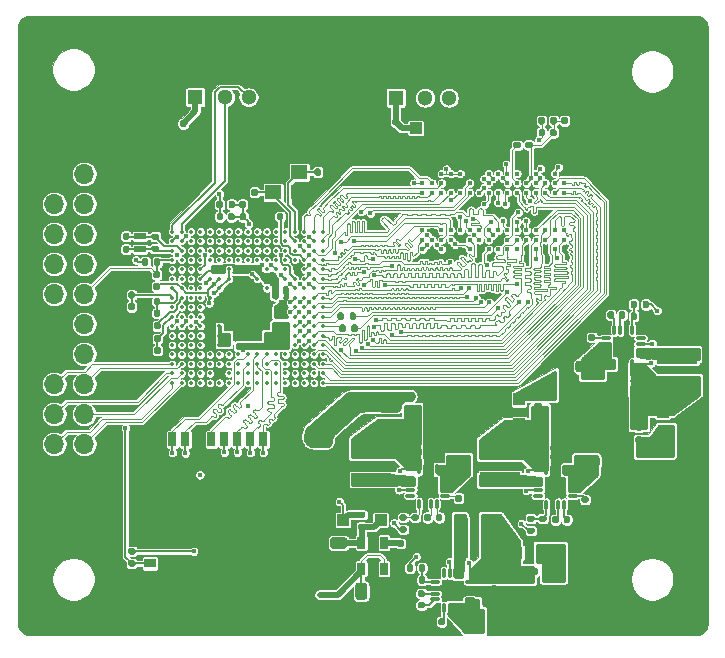
<source format=gbr>
%TF.GenerationSoftware,KiCad,Pcbnew,5.1.9-1.fc33*%
%TF.CreationDate,2021-05-17T09:51:24-07:00*%
%TF.ProjectId,hardware,68617264-7761-4726-952e-6b696361645f,rev?*%
%TF.SameCoordinates,Original*%
%TF.FileFunction,Copper,L1,Top*%
%TF.FilePolarity,Positive*%
%FSLAX46Y46*%
G04 Gerber Fmt 4.6, Leading zero omitted, Abs format (unit mm)*
G04 Created by KiCad (PCBNEW 5.1.9-1.fc33) date 2021-05-17 09:51:24*
%MOMM*%
%LPD*%
G01*
G04 APERTURE LIST*
%TA.AperFunction,SMDPad,CuDef*%
%ADD10C,0.340000*%
%TD*%
%TA.AperFunction,ComponentPad*%
%ADD11O,1.700000X1.700000*%
%TD*%
%TA.AperFunction,ComponentPad*%
%ADD12R,1.700000X1.700000*%
%TD*%
%TA.AperFunction,ComponentPad*%
%ADD13O,2.900000X1.900000*%
%TD*%
%TA.AperFunction,ComponentPad*%
%ADD14O,1.900000X2.900000*%
%TD*%
%TA.AperFunction,ComponentPad*%
%ADD15C,1.300000*%
%TD*%
%TA.AperFunction,ComponentPad*%
%ADD16R,1.300000X1.300000*%
%TD*%
%TA.AperFunction,SMDPad,CuDef*%
%ADD17C,0.399500*%
%TD*%
%TA.AperFunction,SMDPad,CuDef*%
%ADD18R,1.000000X0.500000*%
%TD*%
%TA.AperFunction,SMDPad,CuDef*%
%ADD19R,1.400000X1.200000*%
%TD*%
%TA.AperFunction,SMDPad,CuDef*%
%ADD20R,1.000000X1.000000*%
%TD*%
%TA.AperFunction,SMDPad,CuDef*%
%ADD21R,1.300000X1.900000*%
%TD*%
%TA.AperFunction,SMDPad,CuDef*%
%ADD22R,1.000000X2.800000*%
%TD*%
%TA.AperFunction,SMDPad,CuDef*%
%ADD23R,1.000000X0.800000*%
%TD*%
%TA.AperFunction,SMDPad,CuDef*%
%ADD24R,1.000000X1.200000*%
%TD*%
%TA.AperFunction,SMDPad,CuDef*%
%ADD25R,0.700000X1.200000*%
%TD*%
%TA.AperFunction,SMDPad,CuDef*%
%ADD26R,0.650000X1.060000*%
%TD*%
%TA.AperFunction,ComponentPad*%
%ADD27C,0.450000*%
%TD*%
%TA.AperFunction,SMDPad,CuDef*%
%ADD28R,1.700000X1.700000*%
%TD*%
%TA.AperFunction,SMDPad,CuDef*%
%ADD29O,0.850000X0.280000*%
%TD*%
%TA.AperFunction,SMDPad,CuDef*%
%ADD30O,0.280000X0.850000*%
%TD*%
%TA.AperFunction,SMDPad,CuDef*%
%ADD31R,0.980000X3.400000*%
%TD*%
%TA.AperFunction,SMDPad,CuDef*%
%ADD32R,3.400000X0.980000*%
%TD*%
%TA.AperFunction,ViaPad*%
%ADD33C,0.400000*%
%TD*%
%TA.AperFunction,Conductor*%
%ADD34C,0.100000*%
%TD*%
%TA.AperFunction,Conductor*%
%ADD35C,0.150000*%
%TD*%
%TA.AperFunction,Conductor*%
%ADD36C,0.500000*%
%TD*%
%TA.AperFunction,Conductor*%
%ADD37C,0.254000*%
%TD*%
G04 APERTURE END LIST*
%TO.P,R27,2*%
%TO.N,/ram/CK*%
%TA.AperFunction,SMDPad,CuDef*%
G36*
G01*
X123531600Y-110929000D02*
X123531600Y-110559000D01*
G75*
G02*
X123666600Y-110424000I135000J0D01*
G01*
X123936600Y-110424000D01*
G75*
G02*
X124071600Y-110559000I0J-135000D01*
G01*
X124071600Y-110929000D01*
G75*
G02*
X123936600Y-111064000I-135000J0D01*
G01*
X123666600Y-111064000D01*
G75*
G02*
X123531600Y-110929000I0J135000D01*
G01*
G37*
%TD.AperFunction*%
%TO.P,R27,1*%
%TO.N,Net-(R27-Pad1)*%
%TA.AperFunction,SMDPad,CuDef*%
G36*
G01*
X122511600Y-110929000D02*
X122511600Y-110559000D01*
G75*
G02*
X122646600Y-110424000I135000J0D01*
G01*
X122916600Y-110424000D01*
G75*
G02*
X123051600Y-110559000I0J-135000D01*
G01*
X123051600Y-110929000D01*
G75*
G02*
X122916600Y-111064000I-135000J0D01*
G01*
X122646600Y-111064000D01*
G75*
G02*
X122511600Y-110929000I0J135000D01*
G01*
G37*
%TD.AperFunction*%
%TD*%
D10*
%TO.P,U2,U17*%
%TO.N,/gpio/USB-DP1*%
X108357200Y-102566000D03*
%TO.P,U2,U16*%
%TO.N,/gpio/USB-DM1*%
X109157200Y-102566000D03*
%TO.P,U2,U15*%
%TO.N,Net-(U2-PadU15)*%
X109957200Y-102566000D03*
%TO.P,U2,U14*%
%TO.N,Net-(U2-PadU14)*%
X110757200Y-102566000D03*
%TO.P,U2,U13*%
%TO.N,Net-(U2-PadU13)*%
X111557200Y-102566000D03*
%TO.P,U2,U12*%
%TO.N,Net-(U2-PadU12)*%
X112357200Y-102566000D03*
%TO.P,U2,U11*%
%TO.N,Net-(U2-PadU11)*%
X113157200Y-102566000D03*
%TO.P,U2,U10*%
%TO.N,Net-(U2-PadU10)*%
X113957200Y-102566000D03*
%TO.P,U2,U9*%
%TO.N,Net-(U2-PadU9)*%
X114757200Y-102566000D03*
%TO.P,U2,U8*%
%TO.N,Net-(U2-PadU8)*%
X115557200Y-102566000D03*
%TO.P,U2,U7*%
%TO.N,Net-(U2-PadU7)*%
X116357200Y-102566000D03*
%TO.P,U2,U6*%
%TO.N,Net-(U2-PadU6)*%
X117157200Y-102566000D03*
%TO.P,U2,U5*%
%TO.N,Net-(U2-PadU5)*%
X117957200Y-102566000D03*
%TO.P,U2,U4*%
%TO.N,Net-(C97-Pad1)*%
X118757200Y-102566000D03*
%TO.P,U2,U3*%
%TO.N,d8*%
X119557200Y-102566000D03*
%TO.P,U2,U2*%
%TO.N,d10*%
X120357200Y-102566000D03*
%TO.P,U2,U1*%
%TO.N,d9*%
X121157200Y-102566000D03*
%TO.P,U2,T17*%
%TO.N,/gpio/USB-DP0*%
X108357200Y-103366000D03*
%TO.P,U2,T16*%
%TO.N,/gpio/USB-DM0*%
X109157200Y-103366000D03*
%TO.P,U2,T15*%
%TO.N,Net-(U2-PadT15)*%
X109957200Y-103366000D03*
%TO.P,U2,T14*%
%TO.N,Net-(U2-PadT14)*%
X110757200Y-103366000D03*
%TO.P,U2,T13*%
%TO.N,Net-(U2-PadT13)*%
X111557200Y-103366000D03*
%TO.P,U2,T12*%
%TO.N,Net-(U2-PadT12)*%
X112357200Y-103366000D03*
%TO.P,U2,T11*%
%TO.N,Net-(U2-PadT11)*%
X113157200Y-103366000D03*
%TO.P,U2,T10*%
%TO.N,Net-(U2-PadT10)*%
X113957200Y-103366000D03*
%TO.P,U2,T9*%
%TO.N,Net-(U2-PadT9)*%
X114757200Y-103366000D03*
%TO.P,U2,T8*%
%TO.N,Net-(U2-PadT8)*%
X115557200Y-103366000D03*
%TO.P,U2,T7*%
%TO.N,Net-(U2-PadT7)*%
X116357200Y-103366000D03*
%TO.P,U2,T6*%
%TO.N,Net-(U2-PadT6)*%
X117157200Y-103366000D03*
%TO.P,U2,T5*%
%TO.N,Net-(U2-PadT5)*%
X117957200Y-103366000D03*
%TO.P,U2,T4*%
%TO.N,Net-(C98-Pad1)*%
X118757200Y-103366000D03*
%TO.P,U2,T3*%
%TO.N,/ram/UDM*%
X119557200Y-103366000D03*
%TO.P,U2,T2*%
%TO.N,d11*%
X120357200Y-103366000D03*
%TO.P,U2,T1*%
%TO.N,/ram/!UDQS*%
X121157200Y-103366000D03*
%TO.P,U2,R17*%
%TO.N,Net-(C95-Pad2)*%
X108357200Y-104166000D03*
%TO.P,U2,R16*%
%TO.N,Net-(C96-Pad2)*%
X109157200Y-104166000D03*
%TO.P,U2,R15*%
%TO.N,Net-(U2-PadR15)*%
X109957200Y-104166000D03*
%TO.P,U2,R14*%
%TO.N,Net-(U2-PadR14)*%
X110757200Y-104166000D03*
%TO.P,U2,R13*%
%TO.N,Net-(U2-PadR13)*%
X111557200Y-104166000D03*
%TO.P,U2,R12*%
%TO.N,Net-(U2-PadR12)*%
X112357200Y-104166000D03*
%TO.P,U2,R11*%
%TO.N,Net-(U2-PadR11)*%
X113157200Y-104166000D03*
%TO.P,U2,R10*%
%TO.N,Net-(U2-PadR10)*%
X113957200Y-104166000D03*
%TO.P,U2,R9*%
%TO.N,Net-(U2-PadR9)*%
X114757200Y-104166000D03*
%TO.P,U2,R8*%
%TO.N,Net-(U2-PadR8)*%
X115557200Y-104166000D03*
%TO.P,U2,R7*%
%TO.N,Net-(U2-PadR7)*%
X116357200Y-104166000D03*
%TO.P,U2,R6*%
%TO.N,Net-(U2-PadR6)*%
X117157200Y-104166000D03*
%TO.P,U2,R5*%
%TO.N,Net-(U2-PadR5)*%
X117957200Y-104166000D03*
%TO.P,U2,R4*%
%TO.N,Net-(U2-PadR4)*%
X118757200Y-104166000D03*
%TO.P,U2,R3*%
%TO.N,Net-(R6-Pad1)*%
X119557200Y-104166000D03*
%TO.P,U2,R2*%
%TO.N,d12*%
X120357200Y-104166000D03*
%TO.P,U2,R1*%
%TO.N,/ram/UDQS*%
X121157200Y-104166000D03*
%TO.P,U2,P17*%
%TO.N,/gpio/RESET*%
X108357200Y-104966000D03*
%TO.P,U2,P16*%
%TO.N,Net-(U2-PadP16)*%
X109157200Y-104966000D03*
%TO.P,U2,P15*%
%TO.N,Net-(U2-PadP15)*%
X109957200Y-104966000D03*
%TO.P,U2,P14*%
%TO.N,Net-(U2-PadP14)*%
X110757200Y-104966000D03*
%TO.P,U2,P13*%
%TO.N,Net-(U2-PadP13)*%
X111557200Y-104966000D03*
%TO.P,U2,P12*%
%TO.N,Net-(U2-PadP12)*%
X112357200Y-104966000D03*
%TO.P,U2,P11*%
%TO.N,Net-(U2-PadP11)*%
X113157200Y-104966000D03*
%TO.P,U2,P10*%
%TO.N,Net-(U2-PadP10)*%
X113957200Y-104966000D03*
%TO.P,U2,P9*%
%TO.N,Net-(U2-PadP9)*%
X114757200Y-104966000D03*
%TO.P,U2,P8*%
%TO.N,Net-(U2-PadP8)*%
X115557200Y-104966000D03*
%TO.P,U2,P7*%
%TO.N,Net-(U2-PadP7)*%
X116357200Y-104966000D03*
%TO.P,U2,P6*%
%TO.N,Net-(U2-PadP6)*%
X117157200Y-104966000D03*
%TO.P,U2,P5*%
%TO.N,Net-(U2-PadP5)*%
X117957200Y-104966000D03*
%TO.P,U2,P4*%
%TO.N,Net-(U2-PadP4)*%
X118757200Y-104966000D03*
%TO.P,U2,P3*%
%TO.N,+2V5*%
X119557200Y-104966000D03*
%TO.P,U2,P2*%
%TO.N,d15*%
X120357200Y-104966000D03*
%TO.P,U2,P1*%
%TO.N,d14*%
X121157200Y-104966000D03*
%TO.P,U2,N17*%
%TO.N,Net-(U2-PadN17)*%
X108357200Y-105766000D03*
%TO.P,U2,N16*%
%TO.N,Net-(U2-PadN16)*%
X109157200Y-105766000D03*
%TO.P,U2,N15*%
%TO.N,Net-(U2-PadN15)*%
X109957200Y-105766000D03*
%TO.P,U2,N14*%
%TO.N,Net-(R30-Pad1)*%
X110757200Y-105766000D03*
%TO.P,U2,N12*%
%TO.N,+1V1*%
X112357200Y-105766000D03*
%TO.P,U2,N11*%
%TO.N,+3V3*%
X113157200Y-105766000D03*
%TO.P,U2,N10*%
%TO.N,+1V1*%
X113957200Y-105766000D03*
%TO.P,U2,N9*%
X114757200Y-105766000D03*
%TO.P,U2,N8*%
X115557200Y-105766000D03*
%TO.P,U2,N7*%
%TO.N,Net-(U2-PadN7)*%
X116357200Y-105766000D03*
%TO.P,U2,N6*%
%TO.N,+3V3*%
X117157200Y-105766000D03*
%TO.P,U2,N5*%
%TO.N,Net-(U2-PadN5)*%
X117957200Y-105766000D03*
%TO.P,U2,N4*%
%TO.N,GND*%
X118757200Y-105766000D03*
%TO.P,U2,N3*%
%TO.N,/ram/!CS*%
X119557200Y-105766000D03*
%TO.P,U2,N2*%
%TO.N,/ram/LDM*%
X120357200Y-105766000D03*
%TO.P,U2,N1*%
%TO.N,d13*%
X121157200Y-105766000D03*
%TO.P,U2,M17*%
%TO.N,Net-(U2-PadM17)*%
X108357200Y-106566000D03*
%TO.P,U2,M16*%
%TO.N,Net-(U2-PadM16)*%
X109157200Y-106566000D03*
%TO.P,U2,M15*%
%TO.N,Net-(U2-PadM15)*%
X109957200Y-106566000D03*
%TO.P,U2,M14*%
%TO.N,+1V1*%
X110757200Y-106566000D03*
%TO.P,U2,M13*%
%TO.N,Net-(C99-Pad1)*%
X111557200Y-106566000D03*
%TO.P,U2,M12*%
%TO.N,+3V0*%
X112357200Y-106566000D03*
%TO.P,U2,M11*%
%TO.N,+3V3*%
X113157200Y-106566000D03*
%TO.P,U2,M10*%
%TO.N,GND*%
X113957200Y-106566000D03*
%TO.P,U2,M9*%
X114757200Y-106566000D03*
%TO.P,U2,M8*%
%TO.N,/VCC-EFUSE*%
X115557200Y-106566000D03*
%TO.P,U2,M7*%
%TO.N,+1V1*%
X116357200Y-106566000D03*
%TO.P,U2,M6*%
X117157200Y-106566000D03*
%TO.P,U2,M5*%
%TO.N,+3V0*%
X117957200Y-106566000D03*
%TO.P,U2,M4*%
%TO.N,/DVREF*%
X118757200Y-106566000D03*
%TO.P,U2,M3*%
%TO.N,/ram/!CAS*%
X119557200Y-106566000D03*
%TO.P,U2,M2*%
%TO.N,d1*%
X120357200Y-106566000D03*
%TO.P,U2,M1*%
%TO.N,d0*%
X121157200Y-106566000D03*
%TO.P,U2,L17*%
%TO.N,Net-(C103-Pad1)*%
X108357200Y-107366000D03*
%TO.P,U2,L16*%
%TO.N,+3V0*%
X109157200Y-107366000D03*
%TO.P,U2,L15*%
%TO.N,Net-(U2-PadL15)*%
X109957200Y-107366000D03*
%TO.P,U2,L14*%
%TO.N,Net-(U2-PadL14)*%
X110757200Y-107366000D03*
%TO.P,U2,L12*%
%TO.N,+3V3*%
X112357200Y-107366000D03*
%TO.P,U2,L11*%
%TO.N,GND*%
X113157200Y-107366000D03*
%TO.P,U2,L10*%
X113957200Y-107366000D03*
%TO.P,U2,L9*%
X114757200Y-107366000D03*
%TO.P,U2,L8*%
X115557200Y-107366000D03*
%TO.P,U2,L7*%
%TO.N,Net-(U2-PadL7)*%
X116357200Y-107366000D03*
%TO.P,U2,L6*%
%TO.N,+1V1*%
X117157200Y-107366000D03*
%TO.P,U2,L5*%
%TO.N,+1V35*%
X117957200Y-107366000D03*
%TO.P,U2,L4*%
%TO.N,/ram/!RAS*%
X118757200Y-107366000D03*
%TO.P,U2,L3*%
%TO.N,/ram/ODT*%
X119557200Y-107366000D03*
%TO.P,U2,L2*%
%TO.N,d3*%
X120357200Y-107366000D03*
%TO.P,U2,L1*%
%TO.N,d2*%
X121157200Y-107366000D03*
%TO.P,U2,K17*%
%TO.N,Net-(C102-Pad1)*%
X108357200Y-108166000D03*
%TO.P,U2,K16*%
%TO.N,Net-(C101-Pad1)*%
X109157200Y-108166000D03*
%TO.P,U2,K15*%
%TO.N,Net-(U2-PadK15)*%
X109957200Y-108166000D03*
%TO.P,U2,K14*%
%TO.N,Net-(U2-PadK14)*%
X110757200Y-108166000D03*
%TO.P,U2,K13*%
%TO.N,+3V0*%
X111557200Y-108166000D03*
%TO.P,U2,K12*%
%TO.N,GND*%
X112357200Y-108166000D03*
%TO.P,U2,K11*%
X113157200Y-108166000D03*
%TO.P,U2,K10*%
X113957200Y-108166000D03*
%TO.P,U2,K9*%
X114757200Y-108166000D03*
%TO.P,U2,K8*%
X115557200Y-108166000D03*
%TO.P,U2,K7*%
X116357200Y-108166000D03*
%TO.P,U2,K6*%
%TO.N,+1V1*%
X117157200Y-108166000D03*
%TO.P,U2,K5*%
%TO.N,+1V35*%
X117957200Y-108166000D03*
%TO.P,U2,K4*%
%TO.N,dba1*%
X118757200Y-108166000D03*
%TO.P,U2,K3*%
%TO.N,/ram/!WE*%
X119557200Y-108166000D03*
%TO.P,U2,K2*%
%TO.N,/ram/LDQS*%
X120357200Y-108166000D03*
%TO.P,U2,K1*%
%TO.N,/ram/!LDQS*%
X121157200Y-108166000D03*
%TO.P,U2,J17*%
%TO.N,Net-(U2-PadJ17)*%
X108357200Y-108966000D03*
%TO.P,U2,J16*%
%TO.N,Net-(U2-PadJ16)*%
X109157200Y-108966000D03*
%TO.P,U2,J15*%
%TO.N,Net-(U2-PadJ15)*%
X109957200Y-108966000D03*
%TO.P,U2,J14*%
%TO.N,Net-(U2-PadJ14)*%
X110757200Y-108966000D03*
%TO.P,U2,J12*%
%TO.N,GND*%
X112357200Y-108966000D03*
%TO.P,U2,J11*%
X113157200Y-108966000D03*
%TO.P,U2,J10*%
X113957200Y-108966000D03*
%TO.P,U2,J9*%
X114757200Y-108966000D03*
%TO.P,U2,J8*%
X115557200Y-108966000D03*
%TO.P,U2,J7*%
X116357200Y-108966000D03*
%TO.P,U2,J6*%
%TO.N,+1V35*%
X117157200Y-108966000D03*
%TO.P,U2,J5*%
X117957200Y-108966000D03*
%TO.P,U2,J4*%
%TO.N,/ram/!CKE*%
X118757200Y-108966000D03*
%TO.P,U2,J3*%
%TO.N,dba0*%
X119557200Y-108966000D03*
%TO.P,U2,J2*%
%TO.N,d6*%
X120357200Y-108966000D03*
%TO.P,U2,J1*%
%TO.N,d5*%
X121157200Y-108966000D03*
%TO.P,U2,H17*%
%TO.N,/HPVCCBP*%
X108357200Y-109766000D03*
%TO.P,U2,H16*%
%TO.N,Net-(U2-PadH16)*%
X109157200Y-109766000D03*
%TO.P,U2,H15*%
%TO.N,Net-(U2-PadH15)*%
X109957200Y-109766000D03*
%TO.P,U2,H14*%
%TO.N,Net-(U2-PadH14)*%
X110757200Y-109766000D03*
%TO.P,U2,H13*%
%TO.N,GND*%
X111557200Y-109766000D03*
%TO.P,U2,H12*%
X112357200Y-109766000D03*
%TO.P,U2,H11*%
X113157200Y-109766000D03*
%TO.P,U2,H10*%
X113957200Y-109766000D03*
%TO.P,U2,H9*%
X114757200Y-109766000D03*
%TO.P,U2,H8*%
X115557200Y-109766000D03*
%TO.P,U2,H7*%
X116357200Y-109766000D03*
%TO.P,U2,H6*%
%TO.N,+1V35*%
X117157200Y-109766000D03*
%TO.P,U2,H5*%
X117957200Y-109766000D03*
%TO.P,U2,H4*%
%TO.N,dba2*%
X118757200Y-109766000D03*
%TO.P,U2,H3*%
%TO.N,adr3*%
X119557200Y-109766000D03*
%TO.P,U2,H2*%
%TO.N,d7*%
X120357200Y-109766000D03*
%TO.P,U2,H1*%
%TO.N,d4*%
X121157200Y-109766000D03*
%TO.P,U2,G17*%
%TO.N,/gpio/UART0_TX*%
X108357200Y-110566000D03*
%TO.P,U2,G16*%
%TO.N,/gpio/UART0_RX*%
X109157200Y-110566000D03*
%TO.P,U2,G15*%
%TO.N,Net-(U2-PadG15)*%
X109957200Y-110566000D03*
%TO.P,U2,G14*%
%TO.N,/gpio/SD_DET*%
X110757200Y-110566000D03*
%TO.P,U2,G12*%
%TO.N,+3V3*%
X112357200Y-110566000D03*
%TO.P,U2,G11*%
%TO.N,GND*%
X113157200Y-110566000D03*
%TO.P,U2,G10*%
X113957200Y-110566000D03*
%TO.P,U2,G9*%
X114757200Y-110566000D03*
%TO.P,U2,G8*%
X115557200Y-110566000D03*
%TO.P,U2,G7*%
X116357200Y-110566000D03*
%TO.P,U2,G6*%
%TO.N,+1V1*%
X117157200Y-110566000D03*
%TO.P,U2,G5*%
X117957200Y-110566000D03*
%TO.P,U2,G4*%
%TO.N,adr7*%
X118757200Y-110566000D03*
%TO.P,U2,G3*%
%TO.N,/ram/!RST*%
X119557200Y-110566000D03*
%TO.P,U2,G2*%
%TO.N,Net-(R28-Pad1)*%
X120357200Y-110566000D03*
%TO.P,U2,G1*%
%TO.N,Net-(R27-Pad1)*%
X121157200Y-110566000D03*
%TO.P,U2,F17*%
%TO.N,Net-(U2-PadF17)*%
X108357200Y-111366000D03*
%TO.P,U2,F16*%
%TO.N,Net-(U2-PadF16)*%
X109157200Y-111366000D03*
%TO.P,U2,F15*%
%TO.N,Net-(U2-PadF15)*%
X109957200Y-111366000D03*
%TO.P,U2,F14*%
%TO.N,Net-(U2-PadF14)*%
X110757200Y-111366000D03*
%TO.P,U2,F12*%
%TO.N,+3V3*%
X112357200Y-111366000D03*
%TO.P,U2,F11*%
X113157200Y-111366000D03*
%TO.P,U2,F10*%
%TO.N,GND*%
X113957200Y-111366000D03*
%TO.P,U2,F9*%
X114757200Y-111366000D03*
%TO.P,U2,F8*%
X115557200Y-111366000D03*
%TO.P,U2,F7*%
%TO.N,+1V1*%
X116357200Y-111366000D03*
%TO.P,U2,F6*%
X117157200Y-111366000D03*
%TO.P,U2,F5*%
X117957200Y-111366000D03*
%TO.P,U2,F4*%
%TO.N,adr9*%
X118757200Y-111366000D03*
%TO.P,U2,F3*%
%TO.N,adr13*%
X119557200Y-111366000D03*
%TO.P,U2,F2*%
%TO.N,adr2*%
X120357200Y-111366000D03*
%TO.P,U2,F1*%
%TO.N,adr5*%
X121157200Y-111366000D03*
%TO.P,U2,E17*%
%TO.N,Net-(U2-PadE17)*%
X108357200Y-112166000D03*
%TO.P,U2,E16*%
%TO.N,Net-(U2-PadE16)*%
X109157200Y-112166000D03*
%TO.P,U2,E15*%
%TO.N,Net-(U2-PadE15)*%
X109957200Y-112166000D03*
%TO.P,U2,E14*%
%TO.N,Net-(U2-PadE14)*%
X110757200Y-112166000D03*
%TO.P,U2,E12*%
%TO.N,+3V3*%
X112357200Y-112166000D03*
%TO.P,U2,E11*%
X113157200Y-112166000D03*
%TO.P,U2,E10*%
%TO.N,+1V1*%
X113957200Y-112166000D03*
%TO.P,U2,E9*%
X114757200Y-112166000D03*
%TO.P,U2,E8*%
X115557200Y-112166000D03*
%TO.P,U2,E7*%
X116357200Y-112166000D03*
%TO.P,U2,E6*%
X117157200Y-112166000D03*
%TO.P,U2,E5*%
X117957200Y-112166000D03*
%TO.P,U2,E4*%
%TO.N,adr0*%
X118757200Y-112166000D03*
%TO.P,U2,E3*%
%TO.N,adr15*%
X119557200Y-112166000D03*
%TO.P,U2,E2*%
%TO.N,adr10*%
X120357200Y-112166000D03*
%TO.P,U2,E1*%
%TO.N,adr12*%
X121157200Y-112166000D03*
%TO.P,U2,D17*%
%TO.N,Net-(U2-PadD17)*%
X108357200Y-112966000D03*
%TO.P,U2,D16*%
%TO.N,Net-(U2-PadD16)*%
X109157200Y-112966000D03*
%TO.P,U2,D15*%
%TO.N,Net-(U2-PadD15)*%
X109957200Y-112966000D03*
%TO.P,U2,D14*%
%TO.N,Net-(U2-PadD14)*%
X110757200Y-112966000D03*
%TO.P,U2,D13*%
%TO.N,Net-(U2-PadD13)*%
X111557200Y-112966000D03*
%TO.P,U2,D12*%
%TO.N,Net-(U2-PadD12)*%
X112357200Y-112966000D03*
%TO.P,U2,D11*%
%TO.N,Net-(U2-PadD11)*%
X113157200Y-112966000D03*
%TO.P,U2,D10*%
%TO.N,Net-(U2-PadD10)*%
X113957200Y-112966000D03*
%TO.P,U2,D9*%
%TO.N,/gpio/SD_DAT1*%
X114757200Y-112966000D03*
%TO.P,U2,D8*%
%TO.N,/gpio/SD_CLK*%
X115557200Y-112966000D03*
%TO.P,U2,D7*%
%TO.N,/gpio/SD_DAT3*%
X116357200Y-112966000D03*
%TO.P,U2,D6*%
%TO.N,Net-(U2-PadD6)*%
X117157200Y-112966000D03*
%TO.P,U2,D5*%
%TO.N,Net-(U2-PadD5)*%
X117957200Y-112966000D03*
%TO.P,U2,D4*%
%TO.N,Net-(U2-PadD4)*%
X118757200Y-112966000D03*
%TO.P,U2,D3*%
%TO.N,Net-(U2-PadD3)*%
X119557200Y-112966000D03*
%TO.P,U2,D2*%
%TO.N,adr4*%
X120357200Y-112966000D03*
%TO.P,U2,D1*%
%TO.N,adr1*%
X121157200Y-112966000D03*
%TO.P,U2,C17*%
%TO.N,/gpio/PG10*%
X108357200Y-113766000D03*
%TO.P,U2,C16*%
%TO.N,/gpio/PG11*%
X109157200Y-113766000D03*
%TO.P,U2,C15*%
%TO.N,Net-(U2-PadC15)*%
X109957200Y-113766000D03*
%TO.P,U2,C14*%
%TO.N,Net-(U2-PadC14)*%
X110757200Y-113766000D03*
%TO.P,U2,C13*%
%TO.N,Net-(U2-PadC13)*%
X111557200Y-113766000D03*
%TO.P,U2,C12*%
%TO.N,Net-(U2-PadC12)*%
X112357200Y-113766000D03*
%TO.P,U2,C11*%
%TO.N,Net-(U2-PadC11)*%
X113157200Y-113766000D03*
%TO.P,U2,C10*%
%TO.N,Net-(U2-PadC10)*%
X113957200Y-113766000D03*
%TO.P,U2,C9*%
%TO.N,/gpio/SD_DAT0*%
X114757200Y-113766000D03*
%TO.P,U2,C8*%
%TO.N,/gpio/SD_CMD*%
X115557200Y-113766000D03*
%TO.P,U2,C7*%
%TO.N,/gpio/SD_DAT2*%
X116357200Y-113766000D03*
%TO.P,U2,C6*%
%TO.N,Net-(U2-PadC6)*%
X117157200Y-113766000D03*
%TO.P,U2,C5*%
%TO.N,Net-(U2-PadC5)*%
X117957200Y-113766000D03*
%TO.P,U2,C4*%
%TO.N,Net-(U2-PadC4)*%
X118757200Y-113766000D03*
%TO.P,U2,C3*%
%TO.N,Net-(U2-PadC3)*%
X119557200Y-113766000D03*
%TO.P,U2,C2*%
%TO.N,adr11*%
X120357200Y-113766000D03*
%TO.P,U2,C1*%
%TO.N,adr14*%
X121157200Y-113766000D03*
%TO.P,U2,B17*%
%TO.N,/gpio/PG7*%
X108357200Y-114566000D03*
%TO.P,U2,B16*%
%TO.N,/gpio/PG9*%
X109157200Y-114566000D03*
%TO.P,U2,B15*%
%TO.N,Net-(U2-PadB15)*%
X109957200Y-114566000D03*
%TO.P,U2,B14*%
%TO.N,Net-(U2-PadB14)*%
X110757200Y-114566000D03*
%TO.P,U2,B13*%
%TO.N,Net-(U2-PadB13)*%
X111557200Y-114566000D03*
%TO.P,U2,B11*%
%TO.N,Net-(U2-PadB11)*%
X113157200Y-114566000D03*
%TO.P,U2,B10*%
%TO.N,Net-(U2-PadB10)*%
X113957200Y-114566000D03*
%TO.P,U2,B9*%
%TO.N,Net-(U2-PadB9)*%
X114757200Y-114566000D03*
%TO.P,U2,B8*%
%TO.N,Net-(U2-PadB8)*%
X115557200Y-114566000D03*
%TO.P,U2,B7*%
%TO.N,Net-(U2-PadB7)*%
X116357200Y-114566000D03*
%TO.P,U2,B6*%
%TO.N,Net-(U2-PadB6)*%
X117157200Y-114566000D03*
%TO.P,U2,B5*%
%TO.N,Net-(U2-PadB5)*%
X117957200Y-114566000D03*
%TO.P,U2,B4*%
%TO.N,Net-(U2-PadB4)*%
X118757200Y-114566000D03*
%TO.P,U2,B3*%
%TO.N,Net-(U2-PadB3)*%
X119557200Y-114566000D03*
%TO.P,U2,B2*%
%TO.N,Net-(U2-PadB2)*%
X120357200Y-114566000D03*
%TO.P,U2,B1*%
%TO.N,adr8*%
X121157200Y-114566000D03*
%TO.P,U2,A17*%
%TO.N,/gpio/PG6*%
X108357200Y-115366000D03*
%TO.P,U2,A16*%
%TO.N,/gpio/PG8*%
X109157200Y-115366000D03*
%TO.P,U2,A15*%
%TO.N,Net-(U2-PadA15)*%
X109957200Y-115366000D03*
%TO.P,U2,A14*%
%TO.N,Net-(U2-PadA14)*%
X110757200Y-115366000D03*
%TO.P,U2,A13*%
%TO.N,Net-(U2-PadA13)*%
X111557200Y-115366000D03*
%TO.P,U2,A12*%
%TO.N,Net-(U2-PadA12)*%
X112357200Y-115366000D03*
%TO.P,U2,A11*%
%TO.N,Net-(U2-PadA11)*%
X113157200Y-115366000D03*
%TO.P,U2,A10*%
%TO.N,Net-(U2-PadA10)*%
X113957200Y-115366000D03*
%TO.P,U2,A9*%
%TO.N,Net-(U2-PadA9)*%
X114757200Y-115366000D03*
%TO.P,U2,A8*%
%TO.N,Net-(U2-PadA8)*%
X115557200Y-115366000D03*
%TO.P,U2,A7*%
%TO.N,Net-(U2-PadA7)*%
X116357200Y-115366000D03*
%TO.P,U2,A6*%
%TO.N,Net-(U2-PadA6)*%
X117157200Y-115366000D03*
%TO.P,U2,A5*%
%TO.N,Net-(U2-PadA5)*%
X117957200Y-115366000D03*
%TO.P,U2,A4*%
%TO.N,Net-(U2-PadA4)*%
X118757200Y-115366000D03*
%TO.P,U2,A3*%
%TO.N,Net-(U2-PadA3)*%
X119557200Y-115366000D03*
%TO.P,U2,A2*%
%TO.N,Net-(U2-PadA2)*%
X120357200Y-115366000D03*
%TO.P,U2,A1*%
%TO.N,adr6*%
X121157200Y-115366000D03*
%TD*%
D11*
%TO.P,J5,20*%
%TO.N,/gpio/PG8*%
X100914200Y-120548400D03*
%TO.P,J5,19*%
%TO.N,/gpio/PG6*%
X98374200Y-120548400D03*
%TO.P,J5,18*%
%TO.N,/gpio/PG9*%
X100914200Y-118008400D03*
%TO.P,J5,17*%
%TO.N,/gpio/PG7*%
X98374200Y-118008400D03*
%TO.P,J5,16*%
%TO.N,/gpio/PG11*%
X100914200Y-115468400D03*
%TO.P,J5,15*%
%TO.N,/gpio/PG10*%
X98374200Y-115468400D03*
%TO.P,J5,14*%
%TO.N,/gpio/UART0_RX*%
X100914200Y-112928400D03*
%TO.P,J5,13*%
%TO.N,GND*%
X98374200Y-112928400D03*
%TO.P,J5,12*%
%TO.N,/gpio/UART0_TX*%
X100914200Y-110388400D03*
%TO.P,J5,11*%
%TO.N,GND*%
X98374200Y-110388400D03*
%TO.P,J5,10*%
%TO.N,/gpio/RESET*%
X100914200Y-107848400D03*
%TO.P,J5,9*%
%TO.N,Net-(J5-Pad9)*%
X98374200Y-107848400D03*
%TO.P,J5,8*%
%TO.N,+3V3*%
X100914200Y-105308400D03*
%TO.P,J5,7*%
%TO.N,+3V0*%
X98374200Y-105308400D03*
%TO.P,J5,6*%
%TO.N,+1V35*%
X100914200Y-102768400D03*
%TO.P,J5,5*%
%TO.N,+1V1*%
X98374200Y-102768400D03*
%TO.P,J5,4*%
%TO.N,Net-(J5-Pad4)*%
X100914200Y-100228400D03*
%TO.P,J5,3*%
%TO.N,Net-(J5-Pad3)*%
X98374200Y-100228400D03*
%TO.P,J5,2*%
%TO.N,+5V*%
X100914200Y-97688400D03*
D12*
%TO.P,J5,1*%
%TO.N,GND*%
X98374200Y-97688400D03*
%TD*%
%TO.P,C28,2*%
%TO.N,GND*%
%TA.AperFunction,SMDPad,CuDef*%
G36*
G01*
X121978400Y-130320200D02*
X122928400Y-130320200D01*
G75*
G02*
X123178400Y-130570200I0J-250000D01*
G01*
X123178400Y-131070200D01*
G75*
G02*
X122928400Y-131320200I-250000J0D01*
G01*
X121978400Y-131320200D01*
G75*
G02*
X121728400Y-131070200I0J250000D01*
G01*
X121728400Y-130570200D01*
G75*
G02*
X121978400Y-130320200I250000J0D01*
G01*
G37*
%TD.AperFunction*%
%TO.P,C28,1*%
%TO.N,Net-(C28-Pad1)*%
%TA.AperFunction,SMDPad,CuDef*%
G36*
G01*
X121978400Y-128420200D02*
X122928400Y-128420200D01*
G75*
G02*
X123178400Y-128670200I0J-250000D01*
G01*
X123178400Y-129170200D01*
G75*
G02*
X122928400Y-129420200I-250000J0D01*
G01*
X121978400Y-129420200D01*
G75*
G02*
X121728400Y-129170200I0J250000D01*
G01*
X121728400Y-128670200D01*
G75*
G02*
X121978400Y-128420200I250000J0D01*
G01*
G37*
%TD.AperFunction*%
%TD*%
%TO.P,C26,2*%
%TO.N,GND*%
%TA.AperFunction,SMDPad,CuDef*%
G36*
G01*
X125773600Y-133494800D02*
X125773600Y-132544800D01*
G75*
G02*
X126023600Y-132294800I250000J0D01*
G01*
X126523600Y-132294800D01*
G75*
G02*
X126773600Y-132544800I0J-250000D01*
G01*
X126773600Y-133494800D01*
G75*
G02*
X126523600Y-133744800I-250000J0D01*
G01*
X126023600Y-133744800D01*
G75*
G02*
X125773600Y-133494800I0J250000D01*
G01*
G37*
%TD.AperFunction*%
%TO.P,C26,1*%
%TO.N,+3V3*%
%TA.AperFunction,SMDPad,CuDef*%
G36*
G01*
X123873600Y-133494800D02*
X123873600Y-132544800D01*
G75*
G02*
X124123600Y-132294800I250000J0D01*
G01*
X124623600Y-132294800D01*
G75*
G02*
X124873600Y-132544800I0J-250000D01*
G01*
X124873600Y-133494800D01*
G75*
G02*
X124623600Y-133744800I-250000J0D01*
G01*
X124123600Y-133744800D01*
G75*
G02*
X123873600Y-133494800I0J250000D01*
G01*
G37*
%TD.AperFunction*%
%TD*%
%TO.P,C25,2*%
%TO.N,GND*%
%TA.AperFunction,SMDPad,CuDef*%
G36*
G01*
X137066000Y-133012600D02*
X138016000Y-133012600D01*
G75*
G02*
X138266000Y-133262600I0J-250000D01*
G01*
X138266000Y-133762600D01*
G75*
G02*
X138016000Y-134012600I-250000J0D01*
G01*
X137066000Y-134012600D01*
G75*
G02*
X136816000Y-133762600I0J250000D01*
G01*
X136816000Y-133262600D01*
G75*
G02*
X137066000Y-133012600I250000J0D01*
G01*
G37*
%TD.AperFunction*%
%TO.P,C25,1*%
%TO.N,Net-(C23-Pad1)*%
%TA.AperFunction,SMDPad,CuDef*%
G36*
G01*
X137066000Y-131112600D02*
X138016000Y-131112600D01*
G75*
G02*
X138266000Y-131362600I0J-250000D01*
G01*
X138266000Y-131862600D01*
G75*
G02*
X138016000Y-132112600I-250000J0D01*
G01*
X137066000Y-132112600D01*
G75*
G02*
X136816000Y-131862600I0J250000D01*
G01*
X136816000Y-131362600D01*
G75*
G02*
X137066000Y-131112600I250000J0D01*
G01*
G37*
%TD.AperFunction*%
%TD*%
%TO.P,C24,2*%
%TO.N,GND*%
%TA.AperFunction,SMDPad,CuDef*%
G36*
G01*
X141013600Y-121379000D02*
X141013600Y-120429000D01*
G75*
G02*
X141263600Y-120179000I250000J0D01*
G01*
X141763600Y-120179000D01*
G75*
G02*
X142013600Y-120429000I0J-250000D01*
G01*
X142013600Y-121379000D01*
G75*
G02*
X141763600Y-121629000I-250000J0D01*
G01*
X141263600Y-121629000D01*
G75*
G02*
X141013600Y-121379000I0J250000D01*
G01*
G37*
%TD.AperFunction*%
%TO.P,C24,1*%
%TO.N,Net-(C22-Pad1)*%
%TA.AperFunction,SMDPad,CuDef*%
G36*
G01*
X139113600Y-121379000D02*
X139113600Y-120429000D01*
G75*
G02*
X139363600Y-120179000I250000J0D01*
G01*
X139863600Y-120179000D01*
G75*
G02*
X140113600Y-120429000I0J-250000D01*
G01*
X140113600Y-121379000D01*
G75*
G02*
X139863600Y-121629000I-250000J0D01*
G01*
X139363600Y-121629000D01*
G75*
G02*
X139113600Y-121379000I0J250000D01*
G01*
G37*
%TD.AperFunction*%
%TD*%
%TO.P,C23,2*%
%TO.N,GND*%
%TA.AperFunction,SMDPad,CuDef*%
G36*
G01*
X135008600Y-133012600D02*
X135958600Y-133012600D01*
G75*
G02*
X136208600Y-133262600I0J-250000D01*
G01*
X136208600Y-133762600D01*
G75*
G02*
X135958600Y-134012600I-250000J0D01*
G01*
X135008600Y-134012600D01*
G75*
G02*
X134758600Y-133762600I0J250000D01*
G01*
X134758600Y-133262600D01*
G75*
G02*
X135008600Y-133012600I250000J0D01*
G01*
G37*
%TD.AperFunction*%
%TO.P,C23,1*%
%TO.N,Net-(C23-Pad1)*%
%TA.AperFunction,SMDPad,CuDef*%
G36*
G01*
X135008600Y-131112600D02*
X135958600Y-131112600D01*
G75*
G02*
X136208600Y-131362600I0J-250000D01*
G01*
X136208600Y-131862600D01*
G75*
G02*
X135958600Y-132112600I-250000J0D01*
G01*
X135008600Y-132112600D01*
G75*
G02*
X134758600Y-131862600I0J250000D01*
G01*
X134758600Y-131362600D01*
G75*
G02*
X135008600Y-131112600I250000J0D01*
G01*
G37*
%TD.AperFunction*%
%TD*%
%TO.P,C22,2*%
%TO.N,GND*%
%TA.AperFunction,SMDPad,CuDef*%
G36*
G01*
X141008520Y-119347000D02*
X141008520Y-118397000D01*
G75*
G02*
X141258520Y-118147000I250000J0D01*
G01*
X141758520Y-118147000D01*
G75*
G02*
X142008520Y-118397000I0J-250000D01*
G01*
X142008520Y-119347000D01*
G75*
G02*
X141758520Y-119597000I-250000J0D01*
G01*
X141258520Y-119597000D01*
G75*
G02*
X141008520Y-119347000I0J250000D01*
G01*
G37*
%TD.AperFunction*%
%TO.P,C22,1*%
%TO.N,Net-(C22-Pad1)*%
%TA.AperFunction,SMDPad,CuDef*%
G36*
G01*
X139108520Y-119347000D02*
X139108520Y-118397000D01*
G75*
G02*
X139358520Y-118147000I250000J0D01*
G01*
X139858520Y-118147000D01*
G75*
G02*
X140108520Y-118397000I0J-250000D01*
G01*
X140108520Y-119347000D01*
G75*
G02*
X139858520Y-119597000I-250000J0D01*
G01*
X139358520Y-119597000D01*
G75*
G02*
X139108520Y-119347000I0J250000D01*
G01*
G37*
%TD.AperFunction*%
%TD*%
%TO.P,C17,2*%
%TO.N,GND*%
%TA.AperFunction,SMDPad,CuDef*%
G36*
G01*
X135491600Y-136238000D02*
X135491600Y-135288000D01*
G75*
G02*
X135741600Y-135038000I250000J0D01*
G01*
X136241600Y-135038000D01*
G75*
G02*
X136491600Y-135288000I0J-250000D01*
G01*
X136491600Y-136238000D01*
G75*
G02*
X136241600Y-136488000I-250000J0D01*
G01*
X135741600Y-136488000D01*
G75*
G02*
X135491600Y-136238000I0J250000D01*
G01*
G37*
%TD.AperFunction*%
%TO.P,C17,1*%
%TO.N,+5V*%
%TA.AperFunction,SMDPad,CuDef*%
G36*
G01*
X133591600Y-136238000D02*
X133591600Y-135288000D01*
G75*
G02*
X133841600Y-135038000I250000J0D01*
G01*
X134341600Y-135038000D01*
G75*
G02*
X134591600Y-135288000I0J-250000D01*
G01*
X134591600Y-136238000D01*
G75*
G02*
X134341600Y-136488000I-250000J0D01*
G01*
X133841600Y-136488000D01*
G75*
G02*
X133591600Y-136238000I0J250000D01*
G01*
G37*
%TD.AperFunction*%
%TD*%
%TO.P,C16,2*%
%TO.N,GND*%
%TA.AperFunction,SMDPad,CuDef*%
G36*
G01*
X144315200Y-120631800D02*
X143365200Y-120631800D01*
G75*
G02*
X143115200Y-120381800I0J250000D01*
G01*
X143115200Y-119881800D01*
G75*
G02*
X143365200Y-119631800I250000J0D01*
G01*
X144315200Y-119631800D01*
G75*
G02*
X144565200Y-119881800I0J-250000D01*
G01*
X144565200Y-120381800D01*
G75*
G02*
X144315200Y-120631800I-250000J0D01*
G01*
G37*
%TD.AperFunction*%
%TO.P,C16,1*%
%TO.N,+5V*%
%TA.AperFunction,SMDPad,CuDef*%
G36*
G01*
X144315200Y-122531800D02*
X143365200Y-122531800D01*
G75*
G02*
X143115200Y-122281800I0J250000D01*
G01*
X143115200Y-121781800D01*
G75*
G02*
X143365200Y-121531800I250000J0D01*
G01*
X144315200Y-121531800D01*
G75*
G02*
X144565200Y-121781800I0J-250000D01*
G01*
X144565200Y-122281800D01*
G75*
G02*
X144315200Y-122531800I-250000J0D01*
G01*
G37*
%TD.AperFunction*%
%TD*%
%TO.P,C15,2*%
%TO.N,GND*%
%TA.AperFunction,SMDPad,CuDef*%
G36*
G01*
X130142400Y-119461300D02*
X130142400Y-118511300D01*
G75*
G02*
X130392400Y-118261300I250000J0D01*
G01*
X130892400Y-118261300D01*
G75*
G02*
X131142400Y-118511300I0J-250000D01*
G01*
X131142400Y-119461300D01*
G75*
G02*
X130892400Y-119711300I-250000J0D01*
G01*
X130392400Y-119711300D01*
G75*
G02*
X130142400Y-119461300I0J250000D01*
G01*
G37*
%TD.AperFunction*%
%TO.P,C15,1*%
%TO.N,Net-(C14-Pad1)*%
%TA.AperFunction,SMDPad,CuDef*%
G36*
G01*
X128242400Y-119461300D02*
X128242400Y-118511300D01*
G75*
G02*
X128492400Y-118261300I250000J0D01*
G01*
X128992400Y-118261300D01*
G75*
G02*
X129242400Y-118511300I0J-250000D01*
G01*
X129242400Y-119461300D01*
G75*
G02*
X128992400Y-119711300I-250000J0D01*
G01*
X128492400Y-119711300D01*
G75*
G02*
X128242400Y-119461300I0J250000D01*
G01*
G37*
%TD.AperFunction*%
%TD*%
%TO.P,C14,2*%
%TO.N,GND*%
%TA.AperFunction,SMDPad,CuDef*%
G36*
G01*
X130142400Y-121493300D02*
X130142400Y-120543300D01*
G75*
G02*
X130392400Y-120293300I250000J0D01*
G01*
X130892400Y-120293300D01*
G75*
G02*
X131142400Y-120543300I0J-250000D01*
G01*
X131142400Y-121493300D01*
G75*
G02*
X130892400Y-121743300I-250000J0D01*
G01*
X130392400Y-121743300D01*
G75*
G02*
X130142400Y-121493300I0J250000D01*
G01*
G37*
%TD.AperFunction*%
%TO.P,C14,1*%
%TO.N,Net-(C14-Pad1)*%
%TA.AperFunction,SMDPad,CuDef*%
G36*
G01*
X128242400Y-121493300D02*
X128242400Y-120543300D01*
G75*
G02*
X128492400Y-120293300I250000J0D01*
G01*
X128992400Y-120293300D01*
G75*
G02*
X129242400Y-120543300I0J-250000D01*
G01*
X129242400Y-121493300D01*
G75*
G02*
X128992400Y-121743300I-250000J0D01*
G01*
X128492400Y-121743300D01*
G75*
G02*
X128242400Y-121493300I0J250000D01*
G01*
G37*
%TD.AperFunction*%
%TD*%
%TO.P,C11,2*%
%TO.N,GND*%
%TA.AperFunction,SMDPad,CuDef*%
G36*
G01*
X133050300Y-120822300D02*
X132100300Y-120822300D01*
G75*
G02*
X131850300Y-120572300I0J250000D01*
G01*
X131850300Y-120072300D01*
G75*
G02*
X132100300Y-119822300I250000J0D01*
G01*
X133050300Y-119822300D01*
G75*
G02*
X133300300Y-120072300I0J-250000D01*
G01*
X133300300Y-120572300D01*
G75*
G02*
X133050300Y-120822300I-250000J0D01*
G01*
G37*
%TD.AperFunction*%
%TO.P,C11,1*%
%TO.N,+5V*%
%TA.AperFunction,SMDPad,CuDef*%
G36*
G01*
X133050300Y-122722300D02*
X132100300Y-122722300D01*
G75*
G02*
X131850300Y-122472300I0J250000D01*
G01*
X131850300Y-121972300D01*
G75*
G02*
X132100300Y-121722300I250000J0D01*
G01*
X133050300Y-121722300D01*
G75*
G02*
X133300300Y-121972300I0J-250000D01*
G01*
X133300300Y-122472300D01*
G75*
G02*
X133050300Y-122722300I-250000J0D01*
G01*
G37*
%TD.AperFunction*%
%TD*%
%TO.P,C10,2*%
%TO.N,GND*%
%TA.AperFunction,SMDPad,CuDef*%
G36*
G01*
X146362000Y-117127000D02*
X146362000Y-118077000D01*
G75*
G02*
X146112000Y-118327000I-250000J0D01*
G01*
X145612000Y-118327000D01*
G75*
G02*
X145362000Y-118077000I0J250000D01*
G01*
X145362000Y-117127000D01*
G75*
G02*
X145612000Y-116877000I250000J0D01*
G01*
X146112000Y-116877000D01*
G75*
G02*
X146362000Y-117127000I0J-250000D01*
G01*
G37*
%TD.AperFunction*%
%TO.P,C10,1*%
%TO.N,Net-(C10-Pad1)*%
%TA.AperFunction,SMDPad,CuDef*%
G36*
G01*
X148262000Y-117127000D02*
X148262000Y-118077000D01*
G75*
G02*
X148012000Y-118327000I-250000J0D01*
G01*
X147512000Y-118327000D01*
G75*
G02*
X147262000Y-118077000I0J250000D01*
G01*
X147262000Y-117127000D01*
G75*
G02*
X147512000Y-116877000I250000J0D01*
G01*
X148012000Y-116877000D01*
G75*
G02*
X148262000Y-117127000I0J-250000D01*
G01*
G37*
%TD.AperFunction*%
%TD*%
%TO.P,C9,2*%
%TO.N,GND*%
%TA.AperFunction,SMDPad,CuDef*%
G36*
G01*
X146362000Y-115069600D02*
X146362000Y-116019600D01*
G75*
G02*
X146112000Y-116269600I-250000J0D01*
G01*
X145612000Y-116269600D01*
G75*
G02*
X145362000Y-116019600I0J250000D01*
G01*
X145362000Y-115069600D01*
G75*
G02*
X145612000Y-114819600I250000J0D01*
G01*
X146112000Y-114819600D01*
G75*
G02*
X146362000Y-115069600I0J-250000D01*
G01*
G37*
%TD.AperFunction*%
%TO.P,C9,1*%
%TO.N,Net-(C10-Pad1)*%
%TA.AperFunction,SMDPad,CuDef*%
G36*
G01*
X148262000Y-115069600D02*
X148262000Y-116019600D01*
G75*
G02*
X148012000Y-116269600I-250000J0D01*
G01*
X147512000Y-116269600D01*
G75*
G02*
X147262000Y-116019600I0J250000D01*
G01*
X147262000Y-115069600D01*
G75*
G02*
X147512000Y-114819600I250000J0D01*
G01*
X148012000Y-114819600D01*
G75*
G02*
X148262000Y-115069600I0J-250000D01*
G01*
G37*
%TD.AperFunction*%
%TD*%
%TO.P,C6,2*%
%TO.N,GND*%
%TA.AperFunction,SMDPad,CuDef*%
G36*
G01*
X142755600Y-115385000D02*
X143705600Y-115385000D01*
G75*
G02*
X143955600Y-115635000I0J-250000D01*
G01*
X143955600Y-116135000D01*
G75*
G02*
X143705600Y-116385000I-250000J0D01*
G01*
X142755600Y-116385000D01*
G75*
G02*
X142505600Y-116135000I0J250000D01*
G01*
X142505600Y-115635000D01*
G75*
G02*
X142755600Y-115385000I250000J0D01*
G01*
G37*
%TD.AperFunction*%
%TO.P,C6,1*%
%TO.N,+5V*%
%TA.AperFunction,SMDPad,CuDef*%
G36*
G01*
X142755600Y-113485000D02*
X143705600Y-113485000D01*
G75*
G02*
X143955600Y-113735000I0J-250000D01*
G01*
X143955600Y-114235000D01*
G75*
G02*
X143705600Y-114485000I-250000J0D01*
G01*
X142755600Y-114485000D01*
G75*
G02*
X142505600Y-114235000I0J250000D01*
G01*
X142505600Y-113735000D01*
G75*
G02*
X142755600Y-113485000I250000J0D01*
G01*
G37*
%TD.AperFunction*%
%TD*%
D13*
%TO.P,J3,5*%
%TO.N,GND*%
X113827440Y-86421240D03*
D14*
X120397440Y-90601240D03*
X107257440Y-90601240D03*
D15*
%TO.P,J3,4*%
X117327440Y-91201240D03*
%TO.P,J3,3*%
%TO.N,/gpio/USB-DP1*%
X114827440Y-91201240D03*
%TO.P,J3,2*%
%TO.N,/gpio/USB-DM1*%
X112827440Y-91201240D03*
D16*
%TO.P,J3,1*%
%TO.N,+5V*%
X110327440Y-91201240D03*
%TD*%
D17*
%TO.P,U1,T9*%
%TO.N,GND*%
X141553200Y-97663200D03*
%TO.P,U1,T8*%
%TO.N,adr8*%
X141553200Y-98463200D03*
%TO.P,U1,T7*%
%TO.N,adr14*%
X141553200Y-99263200D03*
%TO.P,U1,T3*%
%TO.N,adr13*%
X141553200Y-102463200D03*
%TO.P,U1,T2*%
%TO.N,/ram/!RST*%
X141553200Y-103263200D03*
%TO.P,U1,T1*%
%TO.N,GND*%
X141553200Y-104063200D03*
%TO.P,U1,R9*%
%TO.N,+1V35*%
X140753200Y-97663200D03*
%TO.P,U1,R8*%
%TO.N,adr6*%
X140753200Y-98463200D03*
%TO.P,U1,R7*%
%TO.N,adr11*%
X140753200Y-99263200D03*
%TO.P,U1,R3*%
%TO.N,adr9*%
X140753200Y-102463200D03*
%TO.P,U1,R2*%
%TO.N,adr7*%
X140753200Y-103263200D03*
%TO.P,U1,R1*%
%TO.N,+1V35*%
X140753200Y-104063200D03*
%TO.P,U1,P9*%
%TO.N,GND*%
X139953200Y-97663200D03*
%TO.P,U1,P8*%
%TO.N,adr4*%
X139953200Y-98463200D03*
%TO.P,U1,P7*%
%TO.N,adr1*%
X139953200Y-99263200D03*
%TO.P,U1,P3*%
%TO.N,adr2*%
X139953200Y-102463200D03*
%TO.P,U1,P2*%
%TO.N,adr5*%
X139953200Y-103263200D03*
%TO.P,U1,P1*%
%TO.N,GND*%
X139953200Y-104063200D03*
%TO.P,U1,N9*%
%TO.N,+1V35*%
X139153200Y-97663200D03*
%TO.P,U1,N8*%
%TO.N,dba1*%
X139153200Y-98463200D03*
%TO.P,U1,N7*%
%TO.N,adr12*%
X139153200Y-99263200D03*
%TO.P,U1,N3*%
%TO.N,adr0*%
X139153200Y-102463200D03*
%TO.P,U1,N2*%
%TO.N,adr3*%
X139153200Y-103263200D03*
%TO.P,U1,N1*%
%TO.N,+1V35*%
X139153200Y-104063200D03*
%TO.P,U1,M9*%
%TO.N,GND*%
X138353200Y-97663200D03*
%TO.P,U1,M8*%
%TO.N,Net-(C1-Pad2)*%
X138353200Y-98463200D03*
%TO.P,U1,M7*%
%TO.N,adr15*%
X138353200Y-99263200D03*
%TO.P,U1,M3*%
%TO.N,dba2*%
X138353200Y-102463200D03*
%TO.P,U1,M2*%
%TO.N,dba0*%
X138353200Y-103263200D03*
%TO.P,U1,M1*%
%TO.N,GND*%
X138353200Y-104063200D03*
%TO.P,U1,L9*%
%TO.N,Net-(U1-PadL9)*%
X137553200Y-97663200D03*
%TO.P,U1,L8*%
%TO.N,Net-(R3-Pad2)*%
X137553200Y-98463200D03*
%TO.P,U1,L7*%
%TO.N,adr10*%
X137553200Y-99263200D03*
%TO.P,U1,L3*%
%TO.N,/ram/!WE*%
X137553200Y-102463200D03*
%TO.P,U1,L2*%
%TO.N,/ram/!CS*%
X137553200Y-103263200D03*
%TO.P,U1,L1*%
%TO.N,Net-(U1-PadL1)*%
X137553200Y-104063200D03*
%TO.P,U1,K9*%
%TO.N,/ram/!CKE*%
X136753200Y-97663200D03*
%TO.P,U1,K8*%
%TO.N,+1V35*%
X136753200Y-98463200D03*
%TO.P,U1,K7*%
%TO.N,/ram/!CK*%
X136753200Y-99263200D03*
%TO.P,U1,K3*%
%TO.N,/ram/!CAS*%
X136753200Y-102463200D03*
%TO.P,U1,K2*%
%TO.N,+1V35*%
X136753200Y-103263200D03*
%TO.P,U1,K1*%
%TO.N,/ram/ODT*%
X136753200Y-104063200D03*
%TO.P,U1,J9*%
%TO.N,Net-(U1-PadJ9)*%
X135953200Y-97663200D03*
%TO.P,U1,J8*%
%TO.N,GND*%
X135953200Y-98463200D03*
%TO.P,U1,J7*%
%TO.N,/ram/CK*%
X135953200Y-99263200D03*
%TO.P,U1,J3*%
%TO.N,/ram/!RAS*%
X135953200Y-102463200D03*
%TO.P,U1,J2*%
%TO.N,GND*%
X135953200Y-103263200D03*
%TO.P,U1,J1*%
%TO.N,Net-(U1-PadJ1)*%
X135953200Y-104063200D03*
%TO.P,U1,H9*%
%TO.N,+1V35*%
X135153200Y-97663200D03*
%TO.P,U1,H8*%
%TO.N,d5*%
X135153200Y-98463200D03*
%TO.P,U1,H7*%
%TO.N,d7*%
X135153200Y-99263200D03*
%TO.P,U1,H3*%
%TO.N,d4*%
X135153200Y-102463200D03*
%TO.P,U1,H2*%
%TO.N,+1V35*%
X135153200Y-103263200D03*
%TO.P,U1,H1*%
%TO.N,Net-(C1-Pad2)*%
X135153200Y-104063200D03*
%TO.P,U1,G9*%
%TO.N,GND*%
X134353200Y-97663200D03*
%TO.P,U1,G8*%
X134353200Y-98463200D03*
%TO.P,U1,G7*%
%TO.N,+1V35*%
X134353200Y-99263200D03*
%TO.P,U1,G3*%
%TO.N,/ram/!LDQS*%
X134353200Y-102463200D03*
%TO.P,U1,G2*%
%TO.N,d6*%
X134353200Y-103263200D03*
%TO.P,U1,G1*%
%TO.N,GND*%
X134353200Y-104063200D03*
%TO.P,U1,F9*%
X133553200Y-97663200D03*
%TO.P,U1,F8*%
%TO.N,d3*%
X133553200Y-98463200D03*
%TO.P,U1,F7*%
%TO.N,d1*%
X133553200Y-99263200D03*
%TO.P,U1,F3*%
%TO.N,/ram/LDQS*%
X133553200Y-102463200D03*
%TO.P,U1,F2*%
%TO.N,d2*%
X133553200Y-103263200D03*
%TO.P,U1,F1*%
%TO.N,+1V35*%
X133553200Y-104063200D03*
%TO.P,U1,E9*%
X132753200Y-97663200D03*
%TO.P,U1,E8*%
%TO.N,GND*%
X132753200Y-98463200D03*
%TO.P,U1,E7*%
%TO.N,/ram/LDM*%
X132753200Y-99263200D03*
%TO.P,U1,E3*%
%TO.N,d0*%
X132753200Y-102463200D03*
%TO.P,U1,E2*%
%TO.N,GND*%
X132753200Y-103263200D03*
%TO.P,U1,E1*%
X132753200Y-104063200D03*
%TO.P,U1,D9*%
%TO.N,+1V35*%
X131953200Y-97663200D03*
%TO.P,U1,D8*%
%TO.N,GND*%
X131953200Y-98463200D03*
%TO.P,U1,D7*%
%TO.N,d12*%
X131953200Y-99263200D03*
%TO.P,U1,D3*%
%TO.N,/ram/UDM*%
X131953200Y-102463200D03*
%TO.P,U1,D2*%
%TO.N,+1V35*%
X131953200Y-103263200D03*
%TO.P,U1,D1*%
%TO.N,GND*%
X131953200Y-104063200D03*
%TO.P,U1,C9*%
%TO.N,+1V35*%
X131153200Y-97663200D03*
%TO.P,U1,C8*%
%TO.N,d10*%
X131153200Y-98463200D03*
%TO.P,U1,C7*%
%TO.N,/ram/UDQS*%
X131153200Y-99263200D03*
%TO.P,U1,C3*%
%TO.N,d14*%
X131153200Y-102463200D03*
%TO.P,U1,C2*%
%TO.N,d11*%
X131153200Y-103263200D03*
%TO.P,U1,C1*%
%TO.N,+1V35*%
X131153200Y-104063200D03*
%TO.P,U1,B9*%
%TO.N,GND*%
X130353200Y-97663200D03*
%TO.P,U1,B8*%
%TO.N,d8*%
X130353200Y-98463200D03*
%TO.P,U1,B7*%
%TO.N,/ram/!UDQS*%
X130353200Y-99263200D03*
%TO.P,U1,B3*%
%TO.N,GND*%
X130353200Y-102463200D03*
%TO.P,U1,B2*%
%TO.N,+1V35*%
X130353200Y-103263200D03*
%TO.P,U1,B1*%
%TO.N,GND*%
X130353200Y-104063200D03*
%TO.P,U1,A9*%
X129553200Y-97663200D03*
%TO.P,U1,A8*%
%TO.N,+1V35*%
X129553200Y-98463200D03*
%TO.P,U1,A7*%
%TO.N,d9*%
X129553200Y-99263200D03*
%TO.P,U1,A3*%
%TO.N,d15*%
X129553200Y-102463200D03*
%TO.P,U1,A2*%
%TO.N,d13*%
X129553200Y-103263200D03*
%TO.P,U1,A1*%
%TO.N,+1V35*%
X129553200Y-104063200D03*
%TD*%
%TO.P,R28,2*%
%TO.N,/ram/!CK*%
%TA.AperFunction,SMDPad,CuDef*%
G36*
G01*
X123379200Y-109913000D02*
X123379200Y-109543000D01*
G75*
G02*
X123514200Y-109408000I135000J0D01*
G01*
X123784200Y-109408000D01*
G75*
G02*
X123919200Y-109543000I0J-135000D01*
G01*
X123919200Y-109913000D01*
G75*
G02*
X123784200Y-110048000I-135000J0D01*
G01*
X123514200Y-110048000D01*
G75*
G02*
X123379200Y-109913000I0J135000D01*
G01*
G37*
%TD.AperFunction*%
%TO.P,R28,1*%
%TO.N,Net-(R28-Pad1)*%
%TA.AperFunction,SMDPad,CuDef*%
G36*
G01*
X122359200Y-109913000D02*
X122359200Y-109543000D01*
G75*
G02*
X122494200Y-109408000I135000J0D01*
G01*
X122764200Y-109408000D01*
G75*
G02*
X122899200Y-109543000I0J-135000D01*
G01*
X122899200Y-109913000D01*
G75*
G02*
X122764200Y-110048000I-135000J0D01*
G01*
X122494200Y-110048000D01*
G75*
G02*
X122359200Y-109913000I0J135000D01*
G01*
G37*
%TD.AperFunction*%
%TD*%
%TO.P,C106,2*%
%TO.N,+5V*%
%TA.AperFunction,SMDPad,CuDef*%
G36*
G01*
X126996800Y-93438800D02*
X126996800Y-93098800D01*
G75*
G02*
X127136800Y-92958800I140000J0D01*
G01*
X127416800Y-92958800D01*
G75*
G02*
X127556800Y-93098800I0J-140000D01*
G01*
X127556800Y-93438800D01*
G75*
G02*
X127416800Y-93578800I-140000J0D01*
G01*
X127136800Y-93578800D01*
G75*
G02*
X126996800Y-93438800I0J140000D01*
G01*
G37*
%TD.AperFunction*%
%TO.P,C106,1*%
%TO.N,GND*%
%TA.AperFunction,SMDPad,CuDef*%
G36*
G01*
X126036800Y-93438800D02*
X126036800Y-93098800D01*
G75*
G02*
X126176800Y-92958800I140000J0D01*
G01*
X126456800Y-92958800D01*
G75*
G02*
X126596800Y-93098800I0J-140000D01*
G01*
X126596800Y-93438800D01*
G75*
G02*
X126456800Y-93578800I-140000J0D01*
G01*
X126176800Y-93578800D01*
G75*
G02*
X126036800Y-93438800I0J140000D01*
G01*
G37*
%TD.AperFunction*%
%TD*%
%TO.P,C105,2*%
%TO.N,+5V*%
%TA.AperFunction,SMDPad,CuDef*%
G36*
G01*
X109013600Y-93591200D02*
X109013600Y-93251200D01*
G75*
G02*
X109153600Y-93111200I140000J0D01*
G01*
X109433600Y-93111200D01*
G75*
G02*
X109573600Y-93251200I0J-140000D01*
G01*
X109573600Y-93591200D01*
G75*
G02*
X109433600Y-93731200I-140000J0D01*
G01*
X109153600Y-93731200D01*
G75*
G02*
X109013600Y-93591200I0J140000D01*
G01*
G37*
%TD.AperFunction*%
%TO.P,C105,1*%
%TO.N,GND*%
%TA.AperFunction,SMDPad,CuDef*%
G36*
G01*
X108053600Y-93591200D02*
X108053600Y-93251200D01*
G75*
G02*
X108193600Y-93111200I140000J0D01*
G01*
X108473600Y-93111200D01*
G75*
G02*
X108613600Y-93251200I0J-140000D01*
G01*
X108613600Y-93591200D01*
G75*
G02*
X108473600Y-93731200I-140000J0D01*
G01*
X108193600Y-93731200D01*
G75*
G02*
X108053600Y-93591200I0J140000D01*
G01*
G37*
%TD.AperFunction*%
%TD*%
%TO.P,C104,2*%
%TO.N,GND*%
%TA.AperFunction,SMDPad,CuDef*%
G36*
G01*
X106403800Y-108313400D02*
X106403800Y-108653400D01*
G75*
G02*
X106263800Y-108793400I-140000J0D01*
G01*
X105983800Y-108793400D01*
G75*
G02*
X105843800Y-108653400I0J140000D01*
G01*
X105843800Y-108313400D01*
G75*
G02*
X105983800Y-108173400I140000J0D01*
G01*
X106263800Y-108173400D01*
G75*
G02*
X106403800Y-108313400I0J-140000D01*
G01*
G37*
%TD.AperFunction*%
%TO.P,C104,1*%
%TO.N,Net-(C103-Pad1)*%
%TA.AperFunction,SMDPad,CuDef*%
G36*
G01*
X107363800Y-108313400D02*
X107363800Y-108653400D01*
G75*
G02*
X107223800Y-108793400I-140000J0D01*
G01*
X106943800Y-108793400D01*
G75*
G02*
X106803800Y-108653400I0J140000D01*
G01*
X106803800Y-108313400D01*
G75*
G02*
X106943800Y-108173400I140000J0D01*
G01*
X107223800Y-108173400D01*
G75*
G02*
X107363800Y-108313400I0J-140000D01*
G01*
G37*
%TD.AperFunction*%
%TD*%
%TO.P,C103,2*%
%TO.N,GND*%
%TA.AperFunction,SMDPad,CuDef*%
G36*
G01*
X106403800Y-109304000D02*
X106403800Y-109644000D01*
G75*
G02*
X106263800Y-109784000I-140000J0D01*
G01*
X105983800Y-109784000D01*
G75*
G02*
X105843800Y-109644000I0J140000D01*
G01*
X105843800Y-109304000D01*
G75*
G02*
X105983800Y-109164000I140000J0D01*
G01*
X106263800Y-109164000D01*
G75*
G02*
X106403800Y-109304000I0J-140000D01*
G01*
G37*
%TD.AperFunction*%
%TO.P,C103,1*%
%TO.N,Net-(C103-Pad1)*%
%TA.AperFunction,SMDPad,CuDef*%
G36*
G01*
X107363800Y-109304000D02*
X107363800Y-109644000D01*
G75*
G02*
X107223800Y-109784000I-140000J0D01*
G01*
X106943800Y-109784000D01*
G75*
G02*
X106803800Y-109644000I0J140000D01*
G01*
X106803800Y-109304000D01*
G75*
G02*
X106943800Y-109164000I140000J0D01*
G01*
X107223800Y-109164000D01*
G75*
G02*
X107363800Y-109304000I0J-140000D01*
G01*
G37*
%TD.AperFunction*%
%TD*%
%TO.P,C102,2*%
%TO.N,GND*%
%TA.AperFunction,SMDPad,CuDef*%
G36*
G01*
X104242260Y-107757140D02*
X104242260Y-108097140D01*
G75*
G02*
X104102260Y-108237140I-140000J0D01*
G01*
X103822260Y-108237140D01*
G75*
G02*
X103682260Y-108097140I0J140000D01*
G01*
X103682260Y-107757140D01*
G75*
G02*
X103822260Y-107617140I140000J0D01*
G01*
X104102260Y-107617140D01*
G75*
G02*
X104242260Y-107757140I0J-140000D01*
G01*
G37*
%TD.AperFunction*%
%TO.P,C102,1*%
%TO.N,Net-(C102-Pad1)*%
%TA.AperFunction,SMDPad,CuDef*%
G36*
G01*
X105202260Y-107757140D02*
X105202260Y-108097140D01*
G75*
G02*
X105062260Y-108237140I-140000J0D01*
G01*
X104782260Y-108237140D01*
G75*
G02*
X104642260Y-108097140I0J140000D01*
G01*
X104642260Y-107757140D01*
G75*
G02*
X104782260Y-107617140I140000J0D01*
G01*
X105062260Y-107617140D01*
G75*
G02*
X105202260Y-107757140I0J-140000D01*
G01*
G37*
%TD.AperFunction*%
%TD*%
%TO.P,C101,2*%
%TO.N,GND*%
%TA.AperFunction,SMDPad,CuDef*%
G36*
G01*
X106429200Y-110370800D02*
X106429200Y-110710800D01*
G75*
G02*
X106289200Y-110850800I-140000J0D01*
G01*
X106009200Y-110850800D01*
G75*
G02*
X105869200Y-110710800I0J140000D01*
G01*
X105869200Y-110370800D01*
G75*
G02*
X106009200Y-110230800I140000J0D01*
G01*
X106289200Y-110230800D01*
G75*
G02*
X106429200Y-110370800I0J-140000D01*
G01*
G37*
%TD.AperFunction*%
%TO.P,C101,1*%
%TO.N,Net-(C101-Pad1)*%
%TA.AperFunction,SMDPad,CuDef*%
G36*
G01*
X107389200Y-110370800D02*
X107389200Y-110710800D01*
G75*
G02*
X107249200Y-110850800I-140000J0D01*
G01*
X106969200Y-110850800D01*
G75*
G02*
X106829200Y-110710800I0J140000D01*
G01*
X106829200Y-110370800D01*
G75*
G02*
X106969200Y-110230800I140000J0D01*
G01*
X107249200Y-110230800D01*
G75*
G02*
X107389200Y-110370800I0J-140000D01*
G01*
G37*
%TD.AperFunction*%
%TD*%
%TO.P,C100,2*%
%TO.N,/gpio/RESET*%
%TA.AperFunction,SMDPad,CuDef*%
G36*
G01*
X106778400Y-106387720D02*
X106778400Y-106047720D01*
G75*
G02*
X106918400Y-105907720I140000J0D01*
G01*
X107198400Y-105907720D01*
G75*
G02*
X107338400Y-106047720I0J-140000D01*
G01*
X107338400Y-106387720D01*
G75*
G02*
X107198400Y-106527720I-140000J0D01*
G01*
X106918400Y-106527720D01*
G75*
G02*
X106778400Y-106387720I0J140000D01*
G01*
G37*
%TD.AperFunction*%
%TO.P,C100,1*%
%TO.N,GND*%
%TA.AperFunction,SMDPad,CuDef*%
G36*
G01*
X105818400Y-106387720D02*
X105818400Y-106047720D01*
G75*
G02*
X105958400Y-105907720I140000J0D01*
G01*
X106238400Y-105907720D01*
G75*
G02*
X106378400Y-106047720I0J-140000D01*
G01*
X106378400Y-106387720D01*
G75*
G02*
X106238400Y-106527720I-140000J0D01*
G01*
X105958400Y-106527720D01*
G75*
G02*
X105818400Y-106387720I0J140000D01*
G01*
G37*
%TD.AperFunction*%
%TD*%
%TO.P,C98,2*%
%TO.N,GND*%
%TA.AperFunction,SMDPad,CuDef*%
G36*
G01*
X114638480Y-99077960D02*
X114638480Y-99417960D01*
G75*
G02*
X114498480Y-99557960I-140000J0D01*
G01*
X114218480Y-99557960D01*
G75*
G02*
X114078480Y-99417960I0J140000D01*
G01*
X114078480Y-99077960D01*
G75*
G02*
X114218480Y-98937960I140000J0D01*
G01*
X114498480Y-98937960D01*
G75*
G02*
X114638480Y-99077960I0J-140000D01*
G01*
G37*
%TD.AperFunction*%
%TO.P,C98,1*%
%TO.N,Net-(C98-Pad1)*%
%TA.AperFunction,SMDPad,CuDef*%
G36*
G01*
X115598480Y-99077960D02*
X115598480Y-99417960D01*
G75*
G02*
X115458480Y-99557960I-140000J0D01*
G01*
X115178480Y-99557960D01*
G75*
G02*
X115038480Y-99417960I0J140000D01*
G01*
X115038480Y-99077960D01*
G75*
G02*
X115178480Y-98937960I140000J0D01*
G01*
X115458480Y-98937960D01*
G75*
G02*
X115598480Y-99077960I0J-140000D01*
G01*
G37*
%TD.AperFunction*%
%TD*%
%TO.P,C97,2*%
%TO.N,GND*%
%TA.AperFunction,SMDPad,CuDef*%
G36*
G01*
X121365680Y-97700920D02*
X121365680Y-97360920D01*
G75*
G02*
X121505680Y-97220920I140000J0D01*
G01*
X121785680Y-97220920D01*
G75*
G02*
X121925680Y-97360920I0J-140000D01*
G01*
X121925680Y-97700920D01*
G75*
G02*
X121785680Y-97840920I-140000J0D01*
G01*
X121505680Y-97840920D01*
G75*
G02*
X121365680Y-97700920I0J140000D01*
G01*
G37*
%TD.AperFunction*%
%TO.P,C97,1*%
%TO.N,Net-(C97-Pad1)*%
%TA.AperFunction,SMDPad,CuDef*%
G36*
G01*
X120405680Y-97700920D02*
X120405680Y-97360920D01*
G75*
G02*
X120545680Y-97220920I140000J0D01*
G01*
X120825680Y-97220920D01*
G75*
G02*
X120965680Y-97360920I0J-140000D01*
G01*
X120965680Y-97700920D01*
G75*
G02*
X120825680Y-97840920I-140000J0D01*
G01*
X120545680Y-97840920D01*
G75*
G02*
X120405680Y-97700920I0J140000D01*
G01*
G37*
%TD.AperFunction*%
%TD*%
%TO.P,C96,2*%
%TO.N,Net-(C96-Pad2)*%
%TA.AperFunction,SMDPad,CuDef*%
G36*
G01*
X104177440Y-103131440D02*
X104177440Y-102791440D01*
G75*
G02*
X104317440Y-102651440I140000J0D01*
G01*
X104597440Y-102651440D01*
G75*
G02*
X104737440Y-102791440I0J-140000D01*
G01*
X104737440Y-103131440D01*
G75*
G02*
X104597440Y-103271440I-140000J0D01*
G01*
X104317440Y-103271440D01*
G75*
G02*
X104177440Y-103131440I0J140000D01*
G01*
G37*
%TD.AperFunction*%
%TO.P,C96,1*%
%TO.N,GND*%
%TA.AperFunction,SMDPad,CuDef*%
G36*
G01*
X103217440Y-103131440D02*
X103217440Y-102791440D01*
G75*
G02*
X103357440Y-102651440I140000J0D01*
G01*
X103637440Y-102651440D01*
G75*
G02*
X103777440Y-102791440I0J-140000D01*
G01*
X103777440Y-103131440D01*
G75*
G02*
X103637440Y-103271440I-140000J0D01*
G01*
X103357440Y-103271440D01*
G75*
G02*
X103217440Y-103131440I0J140000D01*
G01*
G37*
%TD.AperFunction*%
%TD*%
%TO.P,C95,2*%
%TO.N,Net-(C95-Pad2)*%
%TA.AperFunction,SMDPad,CuDef*%
G36*
G01*
X104177440Y-104233800D02*
X104177440Y-103893800D01*
G75*
G02*
X104317440Y-103753800I140000J0D01*
G01*
X104597440Y-103753800D01*
G75*
G02*
X104737440Y-103893800I0J-140000D01*
G01*
X104737440Y-104233800D01*
G75*
G02*
X104597440Y-104373800I-140000J0D01*
G01*
X104317440Y-104373800D01*
G75*
G02*
X104177440Y-104233800I0J140000D01*
G01*
G37*
%TD.AperFunction*%
%TO.P,C95,1*%
%TO.N,GND*%
%TA.AperFunction,SMDPad,CuDef*%
G36*
G01*
X103217440Y-104233800D02*
X103217440Y-103893800D01*
G75*
G02*
X103357440Y-103753800I140000J0D01*
G01*
X103637440Y-103753800D01*
G75*
G02*
X103777440Y-103893800I0J-140000D01*
G01*
X103777440Y-104233800D01*
G75*
G02*
X103637440Y-104373800I-140000J0D01*
G01*
X103357440Y-104373800D01*
G75*
G02*
X103217440Y-104233800I0J140000D01*
G01*
G37*
%TD.AperFunction*%
%TD*%
%TO.P,C73,2*%
%TO.N,GND*%
%TA.AperFunction,SMDPad,CuDef*%
G36*
G01*
X116817800Y-101125200D02*
X116817800Y-101465200D01*
G75*
G02*
X116677800Y-101605200I-140000J0D01*
G01*
X116397800Y-101605200D01*
G75*
G02*
X116257800Y-101465200I0J140000D01*
G01*
X116257800Y-101125200D01*
G75*
G02*
X116397800Y-100985200I140000J0D01*
G01*
X116677800Y-100985200D01*
G75*
G02*
X116817800Y-101125200I0J-140000D01*
G01*
G37*
%TD.AperFunction*%
%TO.P,C73,1*%
%TO.N,+2V5*%
%TA.AperFunction,SMDPad,CuDef*%
G36*
G01*
X117777800Y-101125200D02*
X117777800Y-101465200D01*
G75*
G02*
X117637800Y-101605200I-140000J0D01*
G01*
X117357800Y-101605200D01*
G75*
G02*
X117217800Y-101465200I0J140000D01*
G01*
X117217800Y-101125200D01*
G75*
G02*
X117357800Y-100985200I140000J0D01*
G01*
X117637800Y-100985200D01*
G75*
G02*
X117777800Y-101125200I0J-140000D01*
G01*
G37*
%TD.AperFunction*%
%TD*%
%TO.P,C33,2*%
%TO.N,GND*%
%TA.AperFunction,SMDPad,CuDef*%
G36*
G01*
X106378400Y-107043400D02*
X106378400Y-107383400D01*
G75*
G02*
X106238400Y-107523400I-140000J0D01*
G01*
X105958400Y-107523400D01*
G75*
G02*
X105818400Y-107383400I0J140000D01*
G01*
X105818400Y-107043400D01*
G75*
G02*
X105958400Y-106903400I140000J0D01*
G01*
X106238400Y-106903400D01*
G75*
G02*
X106378400Y-107043400I0J-140000D01*
G01*
G37*
%TD.AperFunction*%
%TO.P,C33,1*%
%TO.N,+3V0*%
%TA.AperFunction,SMDPad,CuDef*%
G36*
G01*
X107338400Y-107043400D02*
X107338400Y-107383400D01*
G75*
G02*
X107198400Y-107523400I-140000J0D01*
G01*
X106918400Y-107523400D01*
G75*
G02*
X106778400Y-107383400I0J140000D01*
G01*
X106778400Y-107043400D01*
G75*
G02*
X106918400Y-106903400I140000J0D01*
G01*
X107198400Y-106903400D01*
G75*
G02*
X107338400Y-107043400I0J-140000D01*
G01*
G37*
%TD.AperFunction*%
%TD*%
%TO.P,C30,2*%
%TO.N,GND*%
%TA.AperFunction,SMDPad,CuDef*%
G36*
G01*
X106429200Y-112453600D02*
X106429200Y-112793600D01*
G75*
G02*
X106289200Y-112933600I-140000J0D01*
G01*
X106009200Y-112933600D01*
G75*
G02*
X105869200Y-112793600I0J140000D01*
G01*
X105869200Y-112453600D01*
G75*
G02*
X106009200Y-112313600I140000J0D01*
G01*
X106289200Y-112313600D01*
G75*
G02*
X106429200Y-112453600I0J-140000D01*
G01*
G37*
%TD.AperFunction*%
%TO.P,C30,1*%
%TO.N,/HPVCCBP*%
%TA.AperFunction,SMDPad,CuDef*%
G36*
G01*
X107389200Y-112453600D02*
X107389200Y-112793600D01*
G75*
G02*
X107249200Y-112933600I-140000J0D01*
G01*
X106969200Y-112933600D01*
G75*
G02*
X106829200Y-112793600I0J140000D01*
G01*
X106829200Y-112453600D01*
G75*
G02*
X106969200Y-112313600I140000J0D01*
G01*
X107249200Y-112313600D01*
G75*
G02*
X107389200Y-112453600I0J-140000D01*
G01*
G37*
%TD.AperFunction*%
%TD*%
%TO.P,C29,2*%
%TO.N,GND*%
%TA.AperFunction,SMDPad,CuDef*%
G36*
G01*
X106429200Y-111463000D02*
X106429200Y-111803000D01*
G75*
G02*
X106289200Y-111943000I-140000J0D01*
G01*
X106009200Y-111943000D01*
G75*
G02*
X105869200Y-111803000I0J140000D01*
G01*
X105869200Y-111463000D01*
G75*
G02*
X106009200Y-111323000I140000J0D01*
G01*
X106289200Y-111323000D01*
G75*
G02*
X106429200Y-111463000I0J-140000D01*
G01*
G37*
%TD.AperFunction*%
%TO.P,C29,1*%
%TO.N,/HPVCCBP*%
%TA.AperFunction,SMDPad,CuDef*%
G36*
G01*
X107389200Y-111463000D02*
X107389200Y-111803000D01*
G75*
G02*
X107249200Y-111943000I-140000J0D01*
G01*
X106969200Y-111943000D01*
G75*
G02*
X106829200Y-111803000I0J140000D01*
G01*
X106829200Y-111463000D01*
G75*
G02*
X106969200Y-111323000I140000J0D01*
G01*
X107249200Y-111323000D01*
G75*
G02*
X107389200Y-111463000I0J-140000D01*
G01*
G37*
%TD.AperFunction*%
%TD*%
%TO.P,C27,2*%
%TO.N,GND*%
%TA.AperFunction,SMDPad,CuDef*%
G36*
G01*
X127515800Y-129663800D02*
X127855800Y-129663800D01*
G75*
G02*
X127995800Y-129803800I0J-140000D01*
G01*
X127995800Y-130083800D01*
G75*
G02*
X127855800Y-130223800I-140000J0D01*
G01*
X127515800Y-130223800D01*
G75*
G02*
X127375800Y-130083800I0J140000D01*
G01*
X127375800Y-129803800D01*
G75*
G02*
X127515800Y-129663800I140000J0D01*
G01*
G37*
%TD.AperFunction*%
%TO.P,C27,1*%
%TO.N,Net-(C27-Pad1)*%
%TA.AperFunction,SMDPad,CuDef*%
G36*
G01*
X127515800Y-128703800D02*
X127855800Y-128703800D01*
G75*
G02*
X127995800Y-128843800I0J-140000D01*
G01*
X127995800Y-129123800D01*
G75*
G02*
X127855800Y-129263800I-140000J0D01*
G01*
X127515800Y-129263800D01*
G75*
G02*
X127375800Y-129123800I0J140000D01*
G01*
X127375800Y-128843800D01*
G75*
G02*
X127515800Y-128703800I140000J0D01*
G01*
G37*
%TD.AperFunction*%
%TD*%
%TO.P,C21,2*%
%TO.N,GND*%
%TA.AperFunction,SMDPad,CuDef*%
G36*
G01*
X130511000Y-135415200D02*
X130511000Y-135755200D01*
G75*
G02*
X130371000Y-135895200I-140000J0D01*
G01*
X130091000Y-135895200D01*
G75*
G02*
X129951000Y-135755200I0J140000D01*
G01*
X129951000Y-135415200D01*
G75*
G02*
X130091000Y-135275200I140000J0D01*
G01*
X130371000Y-135275200D01*
G75*
G02*
X130511000Y-135415200I0J-140000D01*
G01*
G37*
%TD.AperFunction*%
%TO.P,C21,1*%
%TO.N,Net-(C21-Pad1)*%
%TA.AperFunction,SMDPad,CuDef*%
G36*
G01*
X131471000Y-135415200D02*
X131471000Y-135755200D01*
G75*
G02*
X131331000Y-135895200I-140000J0D01*
G01*
X131051000Y-135895200D01*
G75*
G02*
X130911000Y-135755200I0J140000D01*
G01*
X130911000Y-135415200D01*
G75*
G02*
X131051000Y-135275200I140000J0D01*
G01*
X131331000Y-135275200D01*
G75*
G02*
X131471000Y-135415200I0J-140000D01*
G01*
G37*
%TD.AperFunction*%
%TD*%
%TO.P,C20,2*%
%TO.N,Net-(C20-Pad2)*%
%TA.AperFunction,SMDPad,CuDef*%
G36*
G01*
X129293800Y-133905600D02*
X129633800Y-133905600D01*
G75*
G02*
X129773800Y-134045600I0J-140000D01*
G01*
X129773800Y-134325600D01*
G75*
G02*
X129633800Y-134465600I-140000J0D01*
G01*
X129293800Y-134465600D01*
G75*
G02*
X129153800Y-134325600I0J140000D01*
G01*
X129153800Y-134045600D01*
G75*
G02*
X129293800Y-133905600I140000J0D01*
G01*
G37*
%TD.AperFunction*%
%TO.P,C20,1*%
%TO.N,Net-(C20-Pad1)*%
%TA.AperFunction,SMDPad,CuDef*%
G36*
G01*
X129293800Y-132945600D02*
X129633800Y-132945600D01*
G75*
G02*
X129773800Y-133085600I0J-140000D01*
G01*
X129773800Y-133365600D01*
G75*
G02*
X129633800Y-133505600I-140000J0D01*
G01*
X129293800Y-133505600D01*
G75*
G02*
X129153800Y-133365600I0J140000D01*
G01*
X129153800Y-133085600D01*
G75*
G02*
X129293800Y-132945600I140000J0D01*
G01*
G37*
%TD.AperFunction*%
%TD*%
%TO.P,C19,2*%
%TO.N,GND*%
%TA.AperFunction,SMDPad,CuDef*%
G36*
G01*
X143149500Y-125930000D02*
X143489500Y-125930000D01*
G75*
G02*
X143629500Y-126070000I0J-140000D01*
G01*
X143629500Y-126350000D01*
G75*
G02*
X143489500Y-126490000I-140000J0D01*
G01*
X143149500Y-126490000D01*
G75*
G02*
X143009500Y-126350000I0J140000D01*
G01*
X143009500Y-126070000D01*
G75*
G02*
X143149500Y-125930000I140000J0D01*
G01*
G37*
%TD.AperFunction*%
%TO.P,C19,1*%
%TO.N,Net-(C19-Pad1)*%
%TA.AperFunction,SMDPad,CuDef*%
G36*
G01*
X143149500Y-124970000D02*
X143489500Y-124970000D01*
G75*
G02*
X143629500Y-125110000I0J-140000D01*
G01*
X143629500Y-125390000D01*
G75*
G02*
X143489500Y-125530000I-140000J0D01*
G01*
X143149500Y-125530000D01*
G75*
G02*
X143009500Y-125390000I0J140000D01*
G01*
X143009500Y-125110000D01*
G75*
G02*
X143149500Y-124970000I140000J0D01*
G01*
G37*
%TD.AperFunction*%
%TD*%
%TO.P,C18,2*%
%TO.N,Net-(C18-Pad2)*%
%TA.AperFunction,SMDPad,CuDef*%
G36*
G01*
X141500200Y-127119200D02*
X141500200Y-126779200D01*
G75*
G02*
X141640200Y-126639200I140000J0D01*
G01*
X141920200Y-126639200D01*
G75*
G02*
X142060200Y-126779200I0J-140000D01*
G01*
X142060200Y-127119200D01*
G75*
G02*
X141920200Y-127259200I-140000J0D01*
G01*
X141640200Y-127259200D01*
G75*
G02*
X141500200Y-127119200I0J140000D01*
G01*
G37*
%TD.AperFunction*%
%TO.P,C18,1*%
%TO.N,Net-(C18-Pad1)*%
%TA.AperFunction,SMDPad,CuDef*%
G36*
G01*
X140540200Y-127119200D02*
X140540200Y-126779200D01*
G75*
G02*
X140680200Y-126639200I140000J0D01*
G01*
X140960200Y-126639200D01*
G75*
G02*
X141100200Y-126779200I0J-140000D01*
G01*
X141100200Y-127119200D01*
G75*
G02*
X140960200Y-127259200I-140000J0D01*
G01*
X140680200Y-127259200D01*
G75*
G02*
X140540200Y-127119200I0J140000D01*
G01*
G37*
%TD.AperFunction*%
%TD*%
%TO.P,C13,2*%
%TO.N,GND*%
%TA.AperFunction,SMDPad,CuDef*%
G36*
G01*
X133296000Y-125315800D02*
X133296000Y-124975800D01*
G75*
G02*
X133436000Y-124835800I140000J0D01*
G01*
X133716000Y-124835800D01*
G75*
G02*
X133856000Y-124975800I0J-140000D01*
G01*
X133856000Y-125315800D01*
G75*
G02*
X133716000Y-125455800I-140000J0D01*
G01*
X133436000Y-125455800D01*
G75*
G02*
X133296000Y-125315800I0J140000D01*
G01*
G37*
%TD.AperFunction*%
%TO.P,C13,1*%
%TO.N,Net-(C13-Pad1)*%
%TA.AperFunction,SMDPad,CuDef*%
G36*
G01*
X132336000Y-125315800D02*
X132336000Y-124975800D01*
G75*
G02*
X132476000Y-124835800I140000J0D01*
G01*
X132756000Y-124835800D01*
G75*
G02*
X132896000Y-124975800I0J-140000D01*
G01*
X132896000Y-125315800D01*
G75*
G02*
X132756000Y-125455800I-140000J0D01*
G01*
X132476000Y-125455800D01*
G75*
G02*
X132336000Y-125315800I0J140000D01*
G01*
G37*
%TD.AperFunction*%
%TD*%
%TO.P,C12,2*%
%TO.N,Net-(C12-Pad2)*%
%TA.AperFunction,SMDPad,CuDef*%
G36*
G01*
X130679800Y-126941400D02*
X130679800Y-126601400D01*
G75*
G02*
X130819800Y-126461400I140000J0D01*
G01*
X131099800Y-126461400D01*
G75*
G02*
X131239800Y-126601400I0J-140000D01*
G01*
X131239800Y-126941400D01*
G75*
G02*
X131099800Y-127081400I-140000J0D01*
G01*
X130819800Y-127081400D01*
G75*
G02*
X130679800Y-126941400I0J140000D01*
G01*
G37*
%TD.AperFunction*%
%TO.P,C12,1*%
%TO.N,Net-(C12-Pad1)*%
%TA.AperFunction,SMDPad,CuDef*%
G36*
G01*
X129719800Y-126941400D02*
X129719800Y-126601400D01*
G75*
G02*
X129859800Y-126461400I140000J0D01*
G01*
X130139800Y-126461400D01*
G75*
G02*
X130279800Y-126601400I0J-140000D01*
G01*
X130279800Y-126941400D01*
G75*
G02*
X130139800Y-127081400I-140000J0D01*
G01*
X129859800Y-127081400D01*
G75*
G02*
X129719800Y-126941400I0J140000D01*
G01*
G37*
%TD.AperFunction*%
%TD*%
%TO.P,C8,2*%
%TO.N,GND*%
%TA.AperFunction,SMDPad,CuDef*%
G36*
G01*
X144061000Y-110848800D02*
X143721000Y-110848800D01*
G75*
G02*
X143581000Y-110708800I0J140000D01*
G01*
X143581000Y-110428800D01*
G75*
G02*
X143721000Y-110288800I140000J0D01*
G01*
X144061000Y-110288800D01*
G75*
G02*
X144201000Y-110428800I0J-140000D01*
G01*
X144201000Y-110708800D01*
G75*
G02*
X144061000Y-110848800I-140000J0D01*
G01*
G37*
%TD.AperFunction*%
%TO.P,C8,1*%
%TO.N,Net-(C8-Pad1)*%
%TA.AperFunction,SMDPad,CuDef*%
G36*
G01*
X144061000Y-111808800D02*
X143721000Y-111808800D01*
G75*
G02*
X143581000Y-111668800I0J140000D01*
G01*
X143581000Y-111388800D01*
G75*
G02*
X143721000Y-111248800I140000J0D01*
G01*
X144061000Y-111248800D01*
G75*
G02*
X144201000Y-111388800I0J-140000D01*
G01*
X144201000Y-111668800D01*
G75*
G02*
X144061000Y-111808800I-140000J0D01*
G01*
G37*
%TD.AperFunction*%
%TD*%
%TO.P,C7,2*%
%TO.N,Net-(C7-Pad2)*%
%TA.AperFunction,SMDPad,CuDef*%
G36*
G01*
X145773800Y-109456400D02*
X145773800Y-109796400D01*
G75*
G02*
X145633800Y-109936400I-140000J0D01*
G01*
X145353800Y-109936400D01*
G75*
G02*
X145213800Y-109796400I0J140000D01*
G01*
X145213800Y-109456400D01*
G75*
G02*
X145353800Y-109316400I140000J0D01*
G01*
X145633800Y-109316400D01*
G75*
G02*
X145773800Y-109456400I0J-140000D01*
G01*
G37*
%TD.AperFunction*%
%TO.P,C7,1*%
%TO.N,Net-(C7-Pad1)*%
%TA.AperFunction,SMDPad,CuDef*%
G36*
G01*
X146733800Y-109456400D02*
X146733800Y-109796400D01*
G75*
G02*
X146593800Y-109936400I-140000J0D01*
G01*
X146313800Y-109936400D01*
G75*
G02*
X146173800Y-109796400I0J140000D01*
G01*
X146173800Y-109456400D01*
G75*
G02*
X146313800Y-109316400I140000J0D01*
G01*
X146593800Y-109316400D01*
G75*
G02*
X146733800Y-109456400I0J-140000D01*
G01*
G37*
%TD.AperFunction*%
%TD*%
%TO.P,C5,2*%
%TO.N,GND*%
%TA.AperFunction,SMDPad,CuDef*%
G36*
G01*
X115033400Y-101465200D02*
X115033400Y-101125200D01*
G75*
G02*
X115173400Y-100985200I140000J0D01*
G01*
X115453400Y-100985200D01*
G75*
G02*
X115593400Y-101125200I0J-140000D01*
G01*
X115593400Y-101465200D01*
G75*
G02*
X115453400Y-101605200I-140000J0D01*
G01*
X115173400Y-101605200D01*
G75*
G02*
X115033400Y-101465200I0J140000D01*
G01*
G37*
%TD.AperFunction*%
%TO.P,C5,1*%
%TO.N,/DVREF*%
%TA.AperFunction,SMDPad,CuDef*%
G36*
G01*
X114073400Y-101465200D02*
X114073400Y-101125200D01*
G75*
G02*
X114213400Y-100985200I140000J0D01*
G01*
X114493400Y-100985200D01*
G75*
G02*
X114633400Y-101125200I0J-140000D01*
G01*
X114633400Y-101465200D01*
G75*
G02*
X114493400Y-101605200I-140000J0D01*
G01*
X114213400Y-101605200D01*
G75*
G02*
X114073400Y-101465200I0J140000D01*
G01*
G37*
%TD.AperFunction*%
%TD*%
%TO.P,C4,2*%
%TO.N,/DVREF*%
%TA.AperFunction,SMDPad,CuDef*%
G36*
G01*
X113090300Y-101465200D02*
X113090300Y-101125200D01*
G75*
G02*
X113230300Y-100985200I140000J0D01*
G01*
X113510300Y-100985200D01*
G75*
G02*
X113650300Y-101125200I0J-140000D01*
G01*
X113650300Y-101465200D01*
G75*
G02*
X113510300Y-101605200I-140000J0D01*
G01*
X113230300Y-101605200D01*
G75*
G02*
X113090300Y-101465200I0J140000D01*
G01*
G37*
%TD.AperFunction*%
%TO.P,C4,1*%
%TO.N,+1V35*%
%TA.AperFunction,SMDPad,CuDef*%
G36*
G01*
X112130300Y-101465200D02*
X112130300Y-101125200D01*
G75*
G02*
X112270300Y-100985200I140000J0D01*
G01*
X112550300Y-100985200D01*
G75*
G02*
X112690300Y-101125200I0J-140000D01*
G01*
X112690300Y-101465200D01*
G75*
G02*
X112550300Y-101605200I-140000J0D01*
G01*
X112270300Y-101605200D01*
G75*
G02*
X112130300Y-101465200I0J140000D01*
G01*
G37*
%TD.AperFunction*%
%TD*%
%TO.P,C3,2*%
%TO.N,GND*%
%TA.AperFunction,SMDPad,CuDef*%
G36*
G01*
X138739700Y-94542000D02*
X138399700Y-94542000D01*
G75*
G02*
X138259700Y-94402000I0J140000D01*
G01*
X138259700Y-94122000D01*
G75*
G02*
X138399700Y-93982000I140000J0D01*
G01*
X138739700Y-93982000D01*
G75*
G02*
X138879700Y-94122000I0J-140000D01*
G01*
X138879700Y-94402000D01*
G75*
G02*
X138739700Y-94542000I-140000J0D01*
G01*
G37*
%TD.AperFunction*%
%TO.P,C3,1*%
%TO.N,Net-(C1-Pad2)*%
%TA.AperFunction,SMDPad,CuDef*%
G36*
G01*
X138739700Y-95502000D02*
X138399700Y-95502000D01*
G75*
G02*
X138259700Y-95362000I0J140000D01*
G01*
X138259700Y-95082000D01*
G75*
G02*
X138399700Y-94942000I140000J0D01*
G01*
X138739700Y-94942000D01*
G75*
G02*
X138879700Y-95082000I0J-140000D01*
G01*
X138879700Y-95362000D01*
G75*
G02*
X138739700Y-95502000I-140000J0D01*
G01*
G37*
%TD.AperFunction*%
%TD*%
%TO.P,C1,2*%
%TO.N,Net-(C1-Pad2)*%
%TA.AperFunction,SMDPad,CuDef*%
G36*
G01*
X140344500Y-94353200D02*
X140344500Y-94013200D01*
G75*
G02*
X140484500Y-93873200I140000J0D01*
G01*
X140764500Y-93873200D01*
G75*
G02*
X140904500Y-94013200I0J-140000D01*
G01*
X140904500Y-94353200D01*
G75*
G02*
X140764500Y-94493200I-140000J0D01*
G01*
X140484500Y-94493200D01*
G75*
G02*
X140344500Y-94353200I0J140000D01*
G01*
G37*
%TD.AperFunction*%
%TO.P,C1,1*%
%TO.N,+1V35*%
%TA.AperFunction,SMDPad,CuDef*%
G36*
G01*
X139384500Y-94353200D02*
X139384500Y-94013200D01*
G75*
G02*
X139524500Y-93873200I140000J0D01*
G01*
X139804500Y-93873200D01*
G75*
G02*
X139944500Y-94013200I0J-140000D01*
G01*
X139944500Y-94353200D01*
G75*
G02*
X139804500Y-94493200I-140000J0D01*
G01*
X139524500Y-94493200D01*
G75*
G02*
X139384500Y-94353200I0J140000D01*
G01*
G37*
%TD.AperFunction*%
%TD*%
D13*
%TO.P,J2,5*%
%TO.N,GND*%
X130779400Y-86456800D03*
D14*
X137349400Y-90636800D03*
X124209400Y-90636800D03*
D15*
%TO.P,J2,4*%
X134279400Y-91236800D03*
%TO.P,J2,3*%
%TO.N,/gpio/USB-DP0*%
X131779400Y-91236800D03*
%TO.P,J2,2*%
%TO.N,/gpio/USB-DM0*%
X129779400Y-91236800D03*
D16*
%TO.P,J2,1*%
%TO.N,+5V*%
X127279400Y-91236800D03*
%TD*%
D18*
%TO.P,Y2,2*%
%TO.N,Net-(C96-Pad2)*%
X105640840Y-102960160D03*
%TO.P,Y2,1*%
%TO.N,Net-(C95-Pad2)*%
X105640840Y-104060160D03*
%TD*%
%TO.P,R32,2*%
%TO.N,Net-(C102-Pad1)*%
%TA.AperFunction,SMDPad,CuDef*%
G36*
G01*
X104659400Y-109100200D02*
X104659400Y-108730200D01*
G75*
G02*
X104794400Y-108595200I135000J0D01*
G01*
X105064400Y-108595200D01*
G75*
G02*
X105199400Y-108730200I0J-135000D01*
G01*
X105199400Y-109100200D01*
G75*
G02*
X105064400Y-109235200I-135000J0D01*
G01*
X104794400Y-109235200D01*
G75*
G02*
X104659400Y-109100200I0J135000D01*
G01*
G37*
%TD.AperFunction*%
%TO.P,R32,1*%
%TO.N,GND*%
%TA.AperFunction,SMDPad,CuDef*%
G36*
G01*
X103639400Y-109100200D02*
X103639400Y-108730200D01*
G75*
G02*
X103774400Y-108595200I135000J0D01*
G01*
X104044400Y-108595200D01*
G75*
G02*
X104179400Y-108730200I0J-135000D01*
G01*
X104179400Y-109100200D01*
G75*
G02*
X104044400Y-109235200I-135000J0D01*
G01*
X103774400Y-109235200D01*
G75*
G02*
X103639400Y-109100200I0J135000D01*
G01*
G37*
%TD.AperFunction*%
%TD*%
%TO.P,R31,2*%
%TO.N,+3V3*%
%TA.AperFunction,SMDPad,CuDef*%
G36*
G01*
X106351100Y-104958300D02*
X106351100Y-105328300D01*
G75*
G02*
X106216100Y-105463300I-135000J0D01*
G01*
X105946100Y-105463300D01*
G75*
G02*
X105811100Y-105328300I0J135000D01*
G01*
X105811100Y-104958300D01*
G75*
G02*
X105946100Y-104823300I135000J0D01*
G01*
X106216100Y-104823300D01*
G75*
G02*
X106351100Y-104958300I0J-135000D01*
G01*
G37*
%TD.AperFunction*%
%TO.P,R31,1*%
%TO.N,/gpio/RESET*%
%TA.AperFunction,SMDPad,CuDef*%
G36*
G01*
X107371100Y-104958300D02*
X107371100Y-105328300D01*
G75*
G02*
X107236100Y-105463300I-135000J0D01*
G01*
X106966100Y-105463300D01*
G75*
G02*
X106831100Y-105328300I0J135000D01*
G01*
X106831100Y-104958300D01*
G75*
G02*
X106966100Y-104823300I135000J0D01*
G01*
X107236100Y-104823300D01*
G75*
G02*
X107371100Y-104958300I0J-135000D01*
G01*
G37*
%TD.AperFunction*%
%TD*%
%TO.P,R29,2*%
%TO.N,Net-(C96-Pad2)*%
%TA.AperFunction,SMDPad,CuDef*%
G36*
G01*
X107113920Y-103265000D02*
X106743920Y-103265000D01*
G75*
G02*
X106608920Y-103130000I0J135000D01*
G01*
X106608920Y-102860000D01*
G75*
G02*
X106743920Y-102725000I135000J0D01*
G01*
X107113920Y-102725000D01*
G75*
G02*
X107248920Y-102860000I0J-135000D01*
G01*
X107248920Y-103130000D01*
G75*
G02*
X107113920Y-103265000I-135000J0D01*
G01*
G37*
%TD.AperFunction*%
%TO.P,R29,1*%
%TO.N,Net-(C95-Pad2)*%
%TA.AperFunction,SMDPad,CuDef*%
G36*
G01*
X107113920Y-104285000D02*
X106743920Y-104285000D01*
G75*
G02*
X106608920Y-104150000I0J135000D01*
G01*
X106608920Y-103880000D01*
G75*
G02*
X106743920Y-103745000I135000J0D01*
G01*
X107113920Y-103745000D01*
G75*
G02*
X107248920Y-103880000I0J-135000D01*
G01*
X107248920Y-104150000D01*
G75*
G02*
X107113920Y-104285000I-135000J0D01*
G01*
G37*
%TD.AperFunction*%
%TD*%
D19*
%TO.P,Y1,4*%
%TO.N,GND*%
X116933800Y-97549600D03*
%TO.P,Y1,3*%
%TO.N,Net-(C97-Pad1)*%
X119133800Y-97549600D03*
%TO.P,Y1,2*%
%TO.N,GND*%
X119133800Y-99249600D03*
%TO.P,Y1,1*%
%TO.N,Net-(C98-Pad1)*%
X116933800Y-99249600D03*
%TD*%
D20*
%TO.P,TP18,1*%
%TO.N,+2V5*%
X122809000Y-127000000D03*
%TD*%
%TO.P,TP17,1*%
%TO.N,Net-(C28-Pad1)*%
X126009400Y-127000000D03*
%TD*%
%TO.P,R25,2*%
%TO.N,/gpio/SD_DET*%
%TA.AperFunction,SMDPad,CuDef*%
G36*
G01*
X104767800Y-130389600D02*
X105137800Y-130389600D01*
G75*
G02*
X105272800Y-130524600I0J-135000D01*
G01*
X105272800Y-130794600D01*
G75*
G02*
X105137800Y-130929600I-135000J0D01*
G01*
X104767800Y-130929600D01*
G75*
G02*
X104632800Y-130794600I0J135000D01*
G01*
X104632800Y-130524600D01*
G75*
G02*
X104767800Y-130389600I135000J0D01*
G01*
G37*
%TD.AperFunction*%
%TO.P,R25,1*%
%TO.N,+3V3*%
%TA.AperFunction,SMDPad,CuDef*%
G36*
G01*
X104767800Y-129369600D02*
X105137800Y-129369600D01*
G75*
G02*
X105272800Y-129504600I0J-135000D01*
G01*
X105272800Y-129774600D01*
G75*
G02*
X105137800Y-129909600I-135000J0D01*
G01*
X104767800Y-129909600D01*
G75*
G02*
X104632800Y-129774600I0J135000D01*
G01*
X104632800Y-129504600D01*
G75*
G02*
X104767800Y-129369600I135000J0D01*
G01*
G37*
%TD.AperFunction*%
%TD*%
%TO.P,R19,2*%
%TO.N,Net-(C28-Pad1)*%
%TA.AperFunction,SMDPad,CuDef*%
G36*
G01*
X124224200Y-127290800D02*
X124594200Y-127290800D01*
G75*
G02*
X124729200Y-127425800I0J-135000D01*
G01*
X124729200Y-127695800D01*
G75*
G02*
X124594200Y-127830800I-135000J0D01*
G01*
X124224200Y-127830800D01*
G75*
G02*
X124089200Y-127695800I0J135000D01*
G01*
X124089200Y-127425800D01*
G75*
G02*
X124224200Y-127290800I135000J0D01*
G01*
G37*
%TD.AperFunction*%
%TO.P,R19,1*%
%TO.N,+2V5*%
%TA.AperFunction,SMDPad,CuDef*%
G36*
G01*
X124224200Y-126270800D02*
X124594200Y-126270800D01*
G75*
G02*
X124729200Y-126405800I0J-135000D01*
G01*
X124729200Y-126675800D01*
G75*
G02*
X124594200Y-126810800I-135000J0D01*
G01*
X124224200Y-126810800D01*
G75*
G02*
X124089200Y-126675800I0J135000D01*
G01*
X124089200Y-126405800D01*
G75*
G02*
X124224200Y-126270800I135000J0D01*
G01*
G37*
%TD.AperFunction*%
%TD*%
D21*
%TO.P,J1,11*%
%TO.N,GND*%
X119984400Y-135264000D03*
D22*
X106484400Y-134814000D03*
D23*
%TO.P,J1,10*%
%TO.N,/gpio/SD_DET*%
X106484400Y-130664000D03*
D24*
%TO.P,J1,11*%
%TO.N,GND*%
X106484400Y-124464000D03*
X117634400Y-120164000D03*
D25*
%TO.P,J1,7*%
%TO.N,/gpio/SD_DAT0*%
X109484400Y-120164000D03*
%TO.P,J1,6*%
%TO.N,GND*%
X110584400Y-120164000D03*
%TO.P,J1,5*%
%TO.N,/gpio/SD_CLK*%
X111684400Y-120164000D03*
%TO.P,J1,4*%
%TO.N,+3V3*%
X112784400Y-120164000D03*
%TO.P,J1,3*%
%TO.N,/gpio/SD_CMD*%
X113884400Y-120164000D03*
%TO.P,J1,2*%
%TO.N,/gpio/SD_DAT3*%
X114984400Y-120164000D03*
%TO.P,J1,1*%
%TO.N,/gpio/SD_DAT2*%
X116084400Y-120164000D03*
%TO.P,J1,8*%
%TO.N,/gpio/SD_DAT1*%
X108384400Y-120164000D03*
%TO.P,J1,9*%
%TO.N,GND*%
X107434400Y-120164000D03*
%TD*%
D26*
%TO.P,U7,5*%
%TO.N,Net-(C28-Pad1)*%
X124383760Y-128912440D03*
%TO.P,U7,4*%
%TO.N,Net-(C27-Pad1)*%
X126283760Y-128912440D03*
%TO.P,U7,3*%
%TO.N,+3V3*%
X126283760Y-131112440D03*
%TO.P,U7,2*%
%TO.N,GND*%
X125333760Y-131112440D03*
%TO.P,U7,1*%
%TO.N,+3V3*%
X124383760Y-131112440D03*
%TD*%
D27*
%TO.P,U6,17*%
%TO.N,GND*%
X131600320Y-133458840D03*
X131600320Y-132458840D03*
X132100320Y-132958840D03*
X132600320Y-133458840D03*
X132600320Y-132458840D03*
D28*
X132100320Y-132958840D03*
D29*
%TO.P,U6,16*%
%TO.N,Net-(C23-Pad1)*%
X133576060Y-132208840D03*
%TO.P,U6,15*%
%TO.N,GND*%
X133576060Y-132708840D03*
%TO.P,U6,14*%
X133576060Y-133208840D03*
%TO.P,U6,13*%
%TO.N,+5V*%
X133576060Y-133708840D03*
D30*
%TO.P,U6,12*%
X132850320Y-134434580D03*
%TO.P,U6,11*%
X132350320Y-134434580D03*
%TO.P,U6,10*%
X131850320Y-134434580D03*
%TO.P,U6,9*%
%TO.N,Net-(C21-Pad1)*%
X131350320Y-134434580D03*
D29*
%TO.P,U6,8*%
%TO.N,Net-(C20-Pad2)*%
X130624580Y-133708840D03*
%TO.P,U6,7*%
%TO.N,Net-(C20-Pad1)*%
X130624580Y-133208840D03*
%TO.P,U6,6*%
%TO.N,GND*%
X130624580Y-132708840D03*
%TO.P,U6,5*%
%TO.N,Net-(R13-Pad2)*%
X130624580Y-132208840D03*
D30*
%TO.P,U6,4*%
%TO.N,Net-(U6-Pad4)*%
X131350320Y-131483100D03*
%TO.P,U6,3*%
%TO.N,+5V*%
X131850320Y-131483100D03*
%TO.P,U6,2*%
%TO.N,Net-(L4-Pad1)*%
X132350320Y-131483100D03*
%TO.P,U6,1*%
X132850320Y-131483100D03*
%TD*%
D27*
%TO.P,U5,17*%
%TO.N,GND*%
X141299820Y-124720160D03*
X140299820Y-124720160D03*
X140799820Y-124220160D03*
X141299820Y-123720160D03*
X140299820Y-123720160D03*
D28*
X140799820Y-124220160D03*
D30*
%TO.P,U5,16*%
%TO.N,Net-(C22-Pad1)*%
X140049820Y-122744420D03*
%TO.P,U5,15*%
%TO.N,GND*%
X140549820Y-122744420D03*
%TO.P,U5,14*%
X141049820Y-122744420D03*
%TO.P,U5,13*%
%TO.N,+5V*%
X141549820Y-122744420D03*
D29*
%TO.P,U5,12*%
X142275560Y-123470160D03*
%TO.P,U5,11*%
X142275560Y-123970160D03*
%TO.P,U5,10*%
X142275560Y-124470160D03*
%TO.P,U5,9*%
%TO.N,Net-(C19-Pad1)*%
X142275560Y-124970160D03*
D30*
%TO.P,U5,8*%
%TO.N,Net-(C18-Pad2)*%
X141549820Y-125695900D03*
%TO.P,U5,7*%
%TO.N,Net-(C18-Pad1)*%
X141049820Y-125695900D03*
%TO.P,U5,6*%
%TO.N,GND*%
X140549820Y-125695900D03*
%TO.P,U5,5*%
%TO.N,Net-(R11-Pad2)*%
X140049820Y-125695900D03*
D29*
%TO.P,U5,4*%
%TO.N,Net-(U5-Pad4)*%
X139324080Y-124970160D03*
%TO.P,U5,3*%
%TO.N,+5V*%
X139324080Y-124470160D03*
%TO.P,U5,2*%
%TO.N,Net-(L3-Pad1)*%
X139324080Y-123970160D03*
%TO.P,U5,1*%
X139324080Y-123470160D03*
%TD*%
D27*
%TO.P,U4,17*%
%TO.N,GND*%
X130497200Y-124667900D03*
X129497200Y-124667900D03*
X129997200Y-124167900D03*
X130497200Y-123667900D03*
X129497200Y-123667900D03*
D28*
X129997200Y-124167900D03*
D30*
%TO.P,U4,16*%
%TO.N,Net-(C14-Pad1)*%
X129247200Y-122692160D03*
%TO.P,U4,15*%
%TO.N,GND*%
X129747200Y-122692160D03*
%TO.P,U4,14*%
X130247200Y-122692160D03*
%TO.P,U4,13*%
%TO.N,+5V*%
X130747200Y-122692160D03*
D29*
%TO.P,U4,12*%
X131472940Y-123417900D03*
%TO.P,U4,11*%
X131472940Y-123917900D03*
%TO.P,U4,10*%
X131472940Y-124417900D03*
%TO.P,U4,9*%
%TO.N,Net-(C13-Pad1)*%
X131472940Y-124917900D03*
D30*
%TO.P,U4,8*%
%TO.N,Net-(C12-Pad2)*%
X130747200Y-125643640D03*
%TO.P,U4,7*%
%TO.N,Net-(C12-Pad1)*%
X130247200Y-125643640D03*
%TO.P,U4,6*%
%TO.N,GND*%
X129747200Y-125643640D03*
%TO.P,U4,5*%
%TO.N,Net-(R10-Pad1)*%
X129247200Y-125643640D03*
D29*
%TO.P,U4,4*%
%TO.N,Net-(U4-Pad4)*%
X128521460Y-124917900D03*
%TO.P,U4,3*%
%TO.N,+5V*%
X128521460Y-124417900D03*
%TO.P,U4,2*%
%TO.N,Net-(L2-Pad1)*%
X128521460Y-123917900D03*
%TO.P,U4,1*%
X128521460Y-123417900D03*
%TD*%
D20*
%TO.P,TP16,1*%
%TO.N,+1V1*%
X139649200Y-129743200D03*
%TD*%
%TO.P,TP15,1*%
%TO.N,+1V35*%
X137744200Y-116763800D03*
%TD*%
%TO.P,TP14,1*%
%TO.N,+3V3*%
X149885400Y-119913400D03*
%TD*%
%TO.P,TP13,1*%
%TO.N,+3V0*%
X126898400Y-116903500D03*
%TD*%
%TO.P,TP12,1*%
%TO.N,Net-(C23-Pad1)*%
X137515600Y-129743200D03*
%TD*%
%TO.P,TP11,1*%
%TO.N,Net-(C22-Pad1)*%
X137744200Y-118872000D03*
%TD*%
%TO.P,TP6,1*%
%TO.N,Net-(C14-Pad1)*%
X126898400Y-118999000D03*
%TD*%
%TO.P,TP3,1*%
%TO.N,Net-(C10-Pad1)*%
X149885400Y-117830600D03*
%TD*%
%TO.P,TP1,1*%
%TO.N,+5V*%
X128981200Y-93802200D03*
%TD*%
%TO.P,R18,2*%
%TO.N,Net-(C23-Pad1)*%
%TA.AperFunction,SMDPad,CuDef*%
G36*
G01*
X139333000Y-131158400D02*
X139333000Y-131528400D01*
G75*
G02*
X139198000Y-131663400I-135000J0D01*
G01*
X138928000Y-131663400D01*
G75*
G02*
X138793000Y-131528400I0J135000D01*
G01*
X138793000Y-131158400D01*
G75*
G02*
X138928000Y-131023400I135000J0D01*
G01*
X139198000Y-131023400D01*
G75*
G02*
X139333000Y-131158400I0J-135000D01*
G01*
G37*
%TD.AperFunction*%
%TO.P,R18,1*%
%TO.N,+1V1*%
%TA.AperFunction,SMDPad,CuDef*%
G36*
G01*
X140353000Y-131158400D02*
X140353000Y-131528400D01*
G75*
G02*
X140218000Y-131663400I-135000J0D01*
G01*
X139948000Y-131663400D01*
G75*
G02*
X139813000Y-131528400I0J135000D01*
G01*
X139813000Y-131158400D01*
G75*
G02*
X139948000Y-131023400I135000J0D01*
G01*
X140218000Y-131023400D01*
G75*
G02*
X140353000Y-131158400I0J-135000D01*
G01*
G37*
%TD.AperFunction*%
%TD*%
%TO.P,R17,2*%
%TO.N,Net-(C22-Pad1)*%
%TA.AperFunction,SMDPad,CuDef*%
G36*
G01*
X139159400Y-117080000D02*
X139529400Y-117080000D01*
G75*
G02*
X139664400Y-117215000I0J-135000D01*
G01*
X139664400Y-117485000D01*
G75*
G02*
X139529400Y-117620000I-135000J0D01*
G01*
X139159400Y-117620000D01*
G75*
G02*
X139024400Y-117485000I0J135000D01*
G01*
X139024400Y-117215000D01*
G75*
G02*
X139159400Y-117080000I135000J0D01*
G01*
G37*
%TD.AperFunction*%
%TO.P,R17,1*%
%TO.N,+1V35*%
%TA.AperFunction,SMDPad,CuDef*%
G36*
G01*
X139159400Y-116060000D02*
X139529400Y-116060000D01*
G75*
G02*
X139664400Y-116195000I0J-135000D01*
G01*
X139664400Y-116465000D01*
G75*
G02*
X139529400Y-116600000I-135000J0D01*
G01*
X139159400Y-116600000D01*
G75*
G02*
X139024400Y-116465000I0J135000D01*
G01*
X139024400Y-116195000D01*
G75*
G02*
X139159400Y-116060000I135000J0D01*
G01*
G37*
%TD.AperFunction*%
%TD*%
%TO.P,R16,2*%
%TO.N,Net-(C14-Pad1)*%
%TA.AperFunction,SMDPad,CuDef*%
G36*
G01*
X128288200Y-117207000D02*
X128658200Y-117207000D01*
G75*
G02*
X128793200Y-117342000I0J-135000D01*
G01*
X128793200Y-117612000D01*
G75*
G02*
X128658200Y-117747000I-135000J0D01*
G01*
X128288200Y-117747000D01*
G75*
G02*
X128153200Y-117612000I0J135000D01*
G01*
X128153200Y-117342000D01*
G75*
G02*
X128288200Y-117207000I135000J0D01*
G01*
G37*
%TD.AperFunction*%
%TO.P,R16,1*%
%TO.N,+3V0*%
%TA.AperFunction,SMDPad,CuDef*%
G36*
G01*
X128288200Y-116187000D02*
X128658200Y-116187000D01*
G75*
G02*
X128793200Y-116322000I0J-135000D01*
G01*
X128793200Y-116592000D01*
G75*
G02*
X128658200Y-116727000I-135000J0D01*
G01*
X128288200Y-116727000D01*
G75*
G02*
X128153200Y-116592000I0J135000D01*
G01*
X128153200Y-116322000D01*
G75*
G02*
X128288200Y-116187000I135000J0D01*
G01*
G37*
%TD.AperFunction*%
%TD*%
%TO.P,R15,2*%
%TO.N,Net-(C10-Pad1)*%
%TA.AperFunction,SMDPad,CuDef*%
G36*
G01*
X148063800Y-119419400D02*
X147693800Y-119419400D01*
G75*
G02*
X147558800Y-119284400I0J135000D01*
G01*
X147558800Y-119014400D01*
G75*
G02*
X147693800Y-118879400I135000J0D01*
G01*
X148063800Y-118879400D01*
G75*
G02*
X148198800Y-119014400I0J-135000D01*
G01*
X148198800Y-119284400D01*
G75*
G02*
X148063800Y-119419400I-135000J0D01*
G01*
G37*
%TD.AperFunction*%
%TO.P,R15,1*%
%TO.N,+3V3*%
%TA.AperFunction,SMDPad,CuDef*%
G36*
G01*
X148063800Y-120439400D02*
X147693800Y-120439400D01*
G75*
G02*
X147558800Y-120304400I0J135000D01*
G01*
X147558800Y-120034400D01*
G75*
G02*
X147693800Y-119899400I135000J0D01*
G01*
X148063800Y-119899400D01*
G75*
G02*
X148198800Y-120034400I0J-135000D01*
G01*
X148198800Y-120304400D01*
G75*
G02*
X148063800Y-120439400I-135000J0D01*
G01*
G37*
%TD.AperFunction*%
%TD*%
%TO.P,R14,2*%
%TO.N,GND*%
%TA.AperFunction,SMDPad,CuDef*%
G36*
G01*
X128766600Y-131869600D02*
X128766600Y-132239600D01*
G75*
G02*
X128631600Y-132374600I-135000J0D01*
G01*
X128361600Y-132374600D01*
G75*
G02*
X128226600Y-132239600I0J135000D01*
G01*
X128226600Y-131869600D01*
G75*
G02*
X128361600Y-131734600I135000J0D01*
G01*
X128631600Y-131734600D01*
G75*
G02*
X128766600Y-131869600I0J-135000D01*
G01*
G37*
%TD.AperFunction*%
%TO.P,R14,1*%
%TO.N,Net-(R13-Pad2)*%
%TA.AperFunction,SMDPad,CuDef*%
G36*
G01*
X129786600Y-131869600D02*
X129786600Y-132239600D01*
G75*
G02*
X129651600Y-132374600I-135000J0D01*
G01*
X129381600Y-132374600D01*
G75*
G02*
X129246600Y-132239600I0J135000D01*
G01*
X129246600Y-131869600D01*
G75*
G02*
X129381600Y-131734600I135000J0D01*
G01*
X129651600Y-131734600D01*
G75*
G02*
X129786600Y-131869600I0J-135000D01*
G01*
G37*
%TD.AperFunction*%
%TD*%
%TO.P,R13,2*%
%TO.N,Net-(R13-Pad2)*%
%TA.AperFunction,SMDPad,CuDef*%
G36*
G01*
X129246600Y-131223600D02*
X129246600Y-130853600D01*
G75*
G02*
X129381600Y-130718600I135000J0D01*
G01*
X129651600Y-130718600D01*
G75*
G02*
X129786600Y-130853600I0J-135000D01*
G01*
X129786600Y-131223600D01*
G75*
G02*
X129651600Y-131358600I-135000J0D01*
G01*
X129381600Y-131358600D01*
G75*
G02*
X129246600Y-131223600I0J135000D01*
G01*
G37*
%TD.AperFunction*%
%TO.P,R13,1*%
%TO.N,Net-(C23-Pad1)*%
%TA.AperFunction,SMDPad,CuDef*%
G36*
G01*
X128226600Y-131223600D02*
X128226600Y-130853600D01*
G75*
G02*
X128361600Y-130718600I135000J0D01*
G01*
X128631600Y-130718600D01*
G75*
G02*
X128766600Y-130853600I0J-135000D01*
G01*
X128766600Y-131223600D01*
G75*
G02*
X128631600Y-131358600I-135000J0D01*
G01*
X128361600Y-131358600D01*
G75*
G02*
X128226600Y-131223600I0J135000D01*
G01*
G37*
%TD.AperFunction*%
%TD*%
%TO.P,R12,2*%
%TO.N,GND*%
%TA.AperFunction,SMDPad,CuDef*%
G36*
G01*
X139565800Y-127621000D02*
X139935800Y-127621000D01*
G75*
G02*
X140070800Y-127756000I0J-135000D01*
G01*
X140070800Y-128026000D01*
G75*
G02*
X139935800Y-128161000I-135000J0D01*
G01*
X139565800Y-128161000D01*
G75*
G02*
X139430800Y-128026000I0J135000D01*
G01*
X139430800Y-127756000D01*
G75*
G02*
X139565800Y-127621000I135000J0D01*
G01*
G37*
%TD.AperFunction*%
%TO.P,R12,1*%
%TO.N,Net-(R11-Pad2)*%
%TA.AperFunction,SMDPad,CuDef*%
G36*
G01*
X139565800Y-126601000D02*
X139935800Y-126601000D01*
G75*
G02*
X140070800Y-126736000I0J-135000D01*
G01*
X140070800Y-127006000D01*
G75*
G02*
X139935800Y-127141000I-135000J0D01*
G01*
X139565800Y-127141000D01*
G75*
G02*
X139430800Y-127006000I0J135000D01*
G01*
X139430800Y-126736000D01*
G75*
G02*
X139565800Y-126601000I135000J0D01*
G01*
G37*
%TD.AperFunction*%
%TD*%
%TO.P,R11,2*%
%TO.N,Net-(R11-Pad2)*%
%TA.AperFunction,SMDPad,CuDef*%
G36*
G01*
X138919800Y-127141000D02*
X138549800Y-127141000D01*
G75*
G02*
X138414800Y-127006000I0J135000D01*
G01*
X138414800Y-126736000D01*
G75*
G02*
X138549800Y-126601000I135000J0D01*
G01*
X138919800Y-126601000D01*
G75*
G02*
X139054800Y-126736000I0J-135000D01*
G01*
X139054800Y-127006000D01*
G75*
G02*
X138919800Y-127141000I-135000J0D01*
G01*
G37*
%TD.AperFunction*%
%TO.P,R11,1*%
%TO.N,Net-(C22-Pad1)*%
%TA.AperFunction,SMDPad,CuDef*%
G36*
G01*
X138919800Y-128161000D02*
X138549800Y-128161000D01*
G75*
G02*
X138414800Y-128026000I0J135000D01*
G01*
X138414800Y-127756000D01*
G75*
G02*
X138549800Y-127621000I135000J0D01*
G01*
X138919800Y-127621000D01*
G75*
G02*
X139054800Y-127756000I0J-135000D01*
G01*
X139054800Y-128026000D01*
G75*
G02*
X138919800Y-128161000I-135000J0D01*
G01*
G37*
%TD.AperFunction*%
%TD*%
%TO.P,R10,2*%
%TO.N,GND*%
%TA.AperFunction,SMDPad,CuDef*%
G36*
G01*
X128745400Y-127519400D02*
X129115400Y-127519400D01*
G75*
G02*
X129250400Y-127654400I0J-135000D01*
G01*
X129250400Y-127924400D01*
G75*
G02*
X129115400Y-128059400I-135000J0D01*
G01*
X128745400Y-128059400D01*
G75*
G02*
X128610400Y-127924400I0J135000D01*
G01*
X128610400Y-127654400D01*
G75*
G02*
X128745400Y-127519400I135000J0D01*
G01*
G37*
%TD.AperFunction*%
%TO.P,R10,1*%
%TO.N,Net-(R10-Pad1)*%
%TA.AperFunction,SMDPad,CuDef*%
G36*
G01*
X128745400Y-126499400D02*
X129115400Y-126499400D01*
G75*
G02*
X129250400Y-126634400I0J-135000D01*
G01*
X129250400Y-126904400D01*
G75*
G02*
X129115400Y-127039400I-135000J0D01*
G01*
X128745400Y-127039400D01*
G75*
G02*
X128610400Y-126904400I0J135000D01*
G01*
X128610400Y-126634400D01*
G75*
G02*
X128745400Y-126499400I135000J0D01*
G01*
G37*
%TD.AperFunction*%
%TD*%
%TO.P,R9,2*%
%TO.N,Net-(R10-Pad1)*%
%TA.AperFunction,SMDPad,CuDef*%
G36*
G01*
X128099400Y-127039400D02*
X127729400Y-127039400D01*
G75*
G02*
X127594400Y-126904400I0J135000D01*
G01*
X127594400Y-126634400D01*
G75*
G02*
X127729400Y-126499400I135000J0D01*
G01*
X128099400Y-126499400D01*
G75*
G02*
X128234400Y-126634400I0J-135000D01*
G01*
X128234400Y-126904400D01*
G75*
G02*
X128099400Y-127039400I-135000J0D01*
G01*
G37*
%TD.AperFunction*%
%TO.P,R9,1*%
%TO.N,Net-(C14-Pad1)*%
%TA.AperFunction,SMDPad,CuDef*%
G36*
G01*
X128099400Y-128059400D02*
X127729400Y-128059400D01*
G75*
G02*
X127594400Y-127924400I0J135000D01*
G01*
X127594400Y-127654400D01*
G75*
G02*
X127729400Y-127519400I135000J0D01*
G01*
X128099400Y-127519400D01*
G75*
G02*
X128234400Y-127654400I0J-135000D01*
G01*
X128234400Y-127924400D01*
G75*
G02*
X128099400Y-128059400I-135000J0D01*
G01*
G37*
%TD.AperFunction*%
%TD*%
%TO.P,R8,2*%
%TO.N,GND*%
%TA.AperFunction,SMDPad,CuDef*%
G36*
G01*
X148195000Y-109913000D02*
X148195000Y-109543000D01*
G75*
G02*
X148330000Y-109408000I135000J0D01*
G01*
X148600000Y-109408000D01*
G75*
G02*
X148735000Y-109543000I0J-135000D01*
G01*
X148735000Y-109913000D01*
G75*
G02*
X148600000Y-110048000I-135000J0D01*
G01*
X148330000Y-110048000D01*
G75*
G02*
X148195000Y-109913000I0J135000D01*
G01*
G37*
%TD.AperFunction*%
%TO.P,R8,1*%
%TO.N,Net-(R7-Pad2)*%
%TA.AperFunction,SMDPad,CuDef*%
G36*
G01*
X147175000Y-109913000D02*
X147175000Y-109543000D01*
G75*
G02*
X147310000Y-109408000I135000J0D01*
G01*
X147580000Y-109408000D01*
G75*
G02*
X147715000Y-109543000I0J-135000D01*
G01*
X147715000Y-109913000D01*
G75*
G02*
X147580000Y-110048000I-135000J0D01*
G01*
X147310000Y-110048000D01*
G75*
G02*
X147175000Y-109913000I0J135000D01*
G01*
G37*
%TD.AperFunction*%
%TD*%
%TO.P,R7,2*%
%TO.N,Net-(R7-Pad2)*%
%TA.AperFunction,SMDPad,CuDef*%
G36*
G01*
X147715000Y-108552400D02*
X147715000Y-108922400D01*
G75*
G02*
X147580000Y-109057400I-135000J0D01*
G01*
X147310000Y-109057400D01*
G75*
G02*
X147175000Y-108922400I0J135000D01*
G01*
X147175000Y-108552400D01*
G75*
G02*
X147310000Y-108417400I135000J0D01*
G01*
X147580000Y-108417400D01*
G75*
G02*
X147715000Y-108552400I0J-135000D01*
G01*
G37*
%TD.AperFunction*%
%TO.P,R7,1*%
%TO.N,Net-(C10-Pad1)*%
%TA.AperFunction,SMDPad,CuDef*%
G36*
G01*
X148735000Y-108552400D02*
X148735000Y-108922400D01*
G75*
G02*
X148600000Y-109057400I-135000J0D01*
G01*
X148330000Y-109057400D01*
G75*
G02*
X148195000Y-108922400I0J135000D01*
G01*
X148195000Y-108552400D01*
G75*
G02*
X148330000Y-108417400I135000J0D01*
G01*
X148600000Y-108417400D01*
G75*
G02*
X148735000Y-108552400I0J-135000D01*
G01*
G37*
%TD.AperFunction*%
%TD*%
D31*
%TO.P,L4,2*%
%TO.N,Net-(C23-Pad1)*%
X135297000Y-128473200D03*
%TO.P,L4,1*%
%TO.N,Net-(L4-Pad1)*%
X132927000Y-128473200D03*
%TD*%
D32*
%TO.P,L3,2*%
%TO.N,Net-(C22-Pad1)*%
X136118600Y-121065200D03*
%TO.P,L3,1*%
%TO.N,Net-(L3-Pad1)*%
X136118600Y-123435200D03*
%TD*%
%TO.P,L2,2*%
%TO.N,Net-(C14-Pad1)*%
X125234700Y-121175600D03*
%TO.P,L2,1*%
%TO.N,Net-(L2-Pad1)*%
X125234700Y-123545600D03*
%TD*%
%TO.P,L1,2*%
%TO.N,Net-(C10-Pad1)*%
X151130000Y-115612000D03*
%TO.P,L1,1*%
%TO.N,Net-(L1-Pad1)*%
X151130000Y-113242000D03*
%TD*%
D27*
%TO.P,U3,17*%
%TO.N,GND*%
X146058000Y-111828960D03*
X147058000Y-111828960D03*
X146558000Y-112328960D03*
X146058000Y-112828960D03*
X147058000Y-112828960D03*
D28*
X146558000Y-112328960D03*
D30*
%TO.P,U3,16*%
%TO.N,Net-(C10-Pad1)*%
X147308000Y-113804700D03*
%TO.P,U3,15*%
%TO.N,GND*%
X146808000Y-113804700D03*
%TO.P,U3,14*%
X146308000Y-113804700D03*
%TO.P,U3,13*%
%TO.N,+5V*%
X145808000Y-113804700D03*
D29*
%TO.P,U3,12*%
X145082260Y-113078960D03*
%TO.P,U3,11*%
X145082260Y-112578960D03*
%TO.P,U3,10*%
X145082260Y-112078960D03*
%TO.P,U3,9*%
%TO.N,Net-(C8-Pad1)*%
X145082260Y-111578960D03*
D30*
%TO.P,U3,8*%
%TO.N,Net-(C7-Pad2)*%
X145808000Y-110853220D03*
%TO.P,U3,7*%
%TO.N,Net-(C7-Pad1)*%
X146308000Y-110853220D03*
%TO.P,U3,6*%
%TO.N,GND*%
X146808000Y-110853220D03*
%TO.P,U3,5*%
%TO.N,Net-(R7-Pad2)*%
X147308000Y-110853220D03*
D29*
%TO.P,U3,4*%
%TO.N,Net-(U3-Pad4)*%
X148033740Y-111578960D03*
%TO.P,U3,3*%
%TO.N,+5V*%
X148033740Y-112078960D03*
%TO.P,U3,2*%
%TO.N,Net-(L1-Pad1)*%
X148033740Y-112578960D03*
%TO.P,U3,1*%
X148033740Y-113078960D03*
%TD*%
%TO.P,R5,2*%
%TO.N,GND*%
%TA.AperFunction,SMDPad,CuDef*%
G36*
G01*
X115073400Y-100464200D02*
X115073400Y-100094200D01*
G75*
G02*
X115208400Y-99959200I135000J0D01*
G01*
X115478400Y-99959200D01*
G75*
G02*
X115613400Y-100094200I0J-135000D01*
G01*
X115613400Y-100464200D01*
G75*
G02*
X115478400Y-100599200I-135000J0D01*
G01*
X115208400Y-100599200D01*
G75*
G02*
X115073400Y-100464200I0J135000D01*
G01*
G37*
%TD.AperFunction*%
%TO.P,R5,1*%
%TO.N,/DVREF*%
%TA.AperFunction,SMDPad,CuDef*%
G36*
G01*
X114053400Y-100464200D02*
X114053400Y-100094200D01*
G75*
G02*
X114188400Y-99959200I135000J0D01*
G01*
X114458400Y-99959200D01*
G75*
G02*
X114593400Y-100094200I0J-135000D01*
G01*
X114593400Y-100464200D01*
G75*
G02*
X114458400Y-100599200I-135000J0D01*
G01*
X114188400Y-100599200D01*
G75*
G02*
X114053400Y-100464200I0J135000D01*
G01*
G37*
%TD.AperFunction*%
%TD*%
%TO.P,R4,2*%
%TO.N,/DVREF*%
%TA.AperFunction,SMDPad,CuDef*%
G36*
G01*
X113133480Y-100462840D02*
X113133480Y-100092840D01*
G75*
G02*
X113268480Y-99957840I135000J0D01*
G01*
X113538480Y-99957840D01*
G75*
G02*
X113673480Y-100092840I0J-135000D01*
G01*
X113673480Y-100462840D01*
G75*
G02*
X113538480Y-100597840I-135000J0D01*
G01*
X113268480Y-100597840D01*
G75*
G02*
X113133480Y-100462840I0J135000D01*
G01*
G37*
%TD.AperFunction*%
%TO.P,R4,1*%
%TO.N,+1V35*%
%TA.AperFunction,SMDPad,CuDef*%
G36*
G01*
X112113480Y-100462840D02*
X112113480Y-100092840D01*
G75*
G02*
X112248480Y-99957840I135000J0D01*
G01*
X112518480Y-99957840D01*
G75*
G02*
X112653480Y-100092840I0J-135000D01*
G01*
X112653480Y-100462840D01*
G75*
G02*
X112518480Y-100597840I-135000J0D01*
G01*
X112248480Y-100597840D01*
G75*
G02*
X112113480Y-100462840I0J135000D01*
G01*
G37*
%TD.AperFunction*%
%TD*%
%TO.P,R3,2*%
%TO.N,Net-(R3-Pad2)*%
%TA.AperFunction,SMDPad,CuDef*%
G36*
G01*
X137381400Y-94982000D02*
X137751400Y-94982000D01*
G75*
G02*
X137886400Y-95117000I0J-135000D01*
G01*
X137886400Y-95387000D01*
G75*
G02*
X137751400Y-95522000I-135000J0D01*
G01*
X137381400Y-95522000D01*
G75*
G02*
X137246400Y-95387000I0J135000D01*
G01*
X137246400Y-95117000D01*
G75*
G02*
X137381400Y-94982000I135000J0D01*
G01*
G37*
%TD.AperFunction*%
%TO.P,R3,1*%
%TO.N,GND*%
%TA.AperFunction,SMDPad,CuDef*%
G36*
G01*
X137381400Y-93962000D02*
X137751400Y-93962000D01*
G75*
G02*
X137886400Y-94097000I0J-135000D01*
G01*
X137886400Y-94367000D01*
G75*
G02*
X137751400Y-94502000I-135000J0D01*
G01*
X137381400Y-94502000D01*
G75*
G02*
X137246400Y-94367000I0J135000D01*
G01*
X137246400Y-94097000D01*
G75*
G02*
X137381400Y-93962000I135000J0D01*
G01*
G37*
%TD.AperFunction*%
%TD*%
%TO.P,R2,2*%
%TO.N,GND*%
%TA.AperFunction,SMDPad,CuDef*%
G36*
G01*
X142329100Y-93361000D02*
X142329100Y-92991000D01*
G75*
G02*
X142464100Y-92856000I135000J0D01*
G01*
X142734100Y-92856000D01*
G75*
G02*
X142869100Y-92991000I0J-135000D01*
G01*
X142869100Y-93361000D01*
G75*
G02*
X142734100Y-93496000I-135000J0D01*
G01*
X142464100Y-93496000D01*
G75*
G02*
X142329100Y-93361000I0J135000D01*
G01*
G37*
%TD.AperFunction*%
%TO.P,R2,1*%
%TO.N,Net-(C1-Pad2)*%
%TA.AperFunction,SMDPad,CuDef*%
G36*
G01*
X141309100Y-93361000D02*
X141309100Y-92991000D01*
G75*
G02*
X141444100Y-92856000I135000J0D01*
G01*
X141714100Y-92856000D01*
G75*
G02*
X141849100Y-92991000I0J-135000D01*
G01*
X141849100Y-93361000D01*
G75*
G02*
X141714100Y-93496000I-135000J0D01*
G01*
X141444100Y-93496000D01*
G75*
G02*
X141309100Y-93361000I0J135000D01*
G01*
G37*
%TD.AperFunction*%
%TD*%
%TO.P,R1,2*%
%TO.N,Net-(C1-Pad2)*%
%TA.AperFunction,SMDPad,CuDef*%
G36*
G01*
X140384500Y-93364900D02*
X140384500Y-92994900D01*
G75*
G02*
X140519500Y-92859900I135000J0D01*
G01*
X140789500Y-92859900D01*
G75*
G02*
X140924500Y-92994900I0J-135000D01*
G01*
X140924500Y-93364900D01*
G75*
G02*
X140789500Y-93499900I-135000J0D01*
G01*
X140519500Y-93499900D01*
G75*
G02*
X140384500Y-93364900I0J135000D01*
G01*
G37*
%TD.AperFunction*%
%TO.P,R1,1*%
%TO.N,+1V35*%
%TA.AperFunction,SMDPad,CuDef*%
G36*
G01*
X139364500Y-93364900D02*
X139364500Y-92994900D01*
G75*
G02*
X139499500Y-92859900I135000J0D01*
G01*
X139769500Y-92859900D01*
G75*
G02*
X139904500Y-92994900I0J-135000D01*
G01*
X139904500Y-93364900D01*
G75*
G02*
X139769500Y-93499900I-135000J0D01*
G01*
X139499500Y-93499900D01*
G75*
G02*
X139364500Y-93364900I0J135000D01*
G01*
G37*
%TD.AperFunction*%
%TD*%
D33*
%TO.N,d5*%
X134086600Y-108204000D03*
X134756582Y-98089689D03*
%TO.N,d7*%
X134785100Y-100266500D03*
X134518400Y-108566000D03*
%TO.N,d4*%
X135204200Y-108559600D03*
X135535863Y-102868491D03*
%TO.N,d6*%
X133940600Y-102870000D03*
X133363430Y-108065980D03*
%TO.N,d3*%
X119964200Y-106959400D03*
X124387243Y-100866843D03*
%TO.N,d1*%
X124612400Y-105968799D03*
X125145800Y-100990400D03*
%TO.N,d0*%
X132715000Y-101320600D03*
X126935280Y-105434214D03*
%TO.N,d11*%
X119964200Y-102997000D03*
X123774200Y-103378000D03*
%TO.N,adr13*%
X119913400Y-110972600D03*
X124433024Y-112392546D03*
%TO.N,adr9*%
X119151400Y-110972600D03*
X123901200Y-112642556D03*
%TO.N,adr7*%
X119151400Y-110210600D03*
X125361700Y-111721900D03*
%TO.N,adr0*%
X119126000Y-111785400D03*
X122669300Y-112547400D03*
%TO.N,adr3*%
X119964200Y-109347000D03*
X126960754Y-111309200D03*
%TO.N,Net-(C1-Pad2)*%
X134990610Y-105386569D03*
X138742341Y-98051525D03*
%TO.N,+1V35*%
X140716000Y-115519200D03*
X140716000Y-116255800D03*
X140017500Y-115519200D03*
X140017500Y-116255800D03*
X129941933Y-102874467D03*
X129921000Y-103682800D03*
X130755218Y-103688222D03*
X132313448Y-103647932D03*
X139186920Y-104851200D03*
X140924280Y-104825800D03*
X135354190Y-101752400D03*
X136348499Y-98045255D03*
X135548514Y-98081160D03*
X134740600Y-98864570D03*
X131572000Y-97282000D03*
X128828800Y-98463449D03*
X139547600Y-97231200D03*
X141071600Y-97129600D03*
X137655300Y-100939600D03*
X139407900Y-94822000D03*
X117538500Y-108559600D03*
X117525800Y-109372400D03*
X140703300Y-114693700D03*
X112369600Y-99364800D03*
%TO.N,GND*%
X125476000Y-102108000D03*
X127000000Y-97790000D03*
X135107680Y-107878880D03*
X147853400Y-111020860D03*
X148640800Y-111020860D03*
X146812000Y-115389660D03*
X146812000Y-114881660D03*
X144830800Y-118386860D03*
X144830800Y-117602000D03*
X130792220Y-131663440D03*
X130797300Y-130860800D03*
X135623300Y-132689600D03*
X134653020Y-132704840D03*
X136989820Y-135458200D03*
X136989820Y-136362440D03*
X138379200Y-134683500D03*
X137477500Y-134683500D03*
X138734800Y-125526800D03*
X142519400Y-118162260D03*
X140545820Y-120878600D03*
X139504420Y-125528260D03*
X144297400Y-119227600D03*
X143314420Y-119229060D03*
X140545820Y-121667460D03*
X142519400Y-118922800D03*
X128701800Y-125476000D03*
X127812800Y-125476000D03*
X129743200Y-120789700D03*
X129743200Y-121615200D03*
X132562600Y-119278400D03*
X133400800Y-119278400D03*
X132283200Y-101904800D03*
X130378200Y-104800400D03*
X130728804Y-102861767D03*
X141772640Y-104744520D03*
X140096240Y-104759760D03*
X135260080Y-104805480D03*
X138328400Y-104749600D03*
X135530329Y-98863201D03*
X133146800Y-98056700D03*
X133464300Y-100215700D03*
X140258800Y-97142300D03*
X142252700Y-97155000D03*
X114363500Y-109372400D03*
X113563400Y-109385100D03*
X112750600Y-109372400D03*
X114363500Y-108559600D03*
X114363500Y-107759500D03*
X114376200Y-110159800D03*
X113563400Y-110172500D03*
X111150400Y-109347000D03*
X114376200Y-110921800D03*
X131724400Y-118110000D03*
X131724400Y-119164100D03*
X143154400Y-117218460D03*
X143916400Y-117218460D03*
X119092337Y-105363599D03*
X137172700Y-99834700D03*
X132257800Y-104736900D03*
X125730000Y-97790000D03*
%TO.N,dba1*%
X118364000Y-108559600D03*
X139549162Y-98044568D03*
%TO.N,dba2*%
X119126000Y-109372400D03*
X125450600Y-110667800D03*
X138303000Y-101676200D03*
X137693400Y-108534200D03*
%TO.N,dba0*%
X119954406Y-108546999D03*
X125636202Y-110024998D03*
%TO.N,/ram/!LDQS*%
X133479647Y-107366090D03*
X133793904Y-101497335D03*
%TO.N,adr15*%
X138633200Y-99949000D03*
X127762000Y-111029800D03*
X138455400Y-108483400D03*
X119938800Y-111785400D03*
%TO.N,/DVREF*%
X117551200Y-104571800D03*
X114833400Y-101930200D03*
%TO.N,Net-(R6-Pad1)*%
X119151400Y-103764080D03*
%TO.N,/ram/!RST*%
X119913400Y-110210600D03*
X124967299Y-112122000D03*
%TO.N,/ram/!WE*%
X119151400Y-108559600D03*
X137552951Y-101764351D03*
X137530840Y-106963474D03*
X126371400Y-107118200D03*
%TO.N,/ram/!CS*%
X119938800Y-105384600D03*
X123850400Y-104918789D03*
X125488700Y-106273600D03*
X125399800Y-104876600D03*
%TO.N,/ram/!CKE*%
X118364000Y-109347000D03*
X136652000Y-96875600D03*
%TO.N,/ram/!CK*%
X136728200Y-107645200D03*
X136570720Y-100243640D03*
%TO.N,/ram/!CAS*%
X136342123Y-101645915D03*
X119926100Y-106184700D03*
%TO.N,/ram/ODT*%
X119176800Y-106959400D03*
X124643857Y-107048057D03*
%TO.N,/ram/CK*%
X135940800Y-109067600D03*
X135940800Y-100101400D03*
%TO.N,/ram/!RAS*%
X122148600Y-104368600D03*
X118363999Y-106959400D03*
%TO.N,/ram/LDQS*%
X133273800Y-101676200D03*
X132829914Y-107363475D03*
%TO.N,/ram/LDM*%
X131851400Y-105168799D03*
X132003800Y-99923600D03*
%TO.N,/ram/UDM*%
X119948960Y-103759000D03*
X122682000Y-103403400D03*
%TO.N,+2V5*%
X119913400Y-104571800D03*
X122529600Y-125425200D03*
%TO.N,+1V1*%
X141516100Y-130327400D03*
X140716000Y-130327400D03*
X140716000Y-129260600D03*
X141516100Y-129260600D03*
X111798100Y-105625900D03*
X117558820Y-111747300D03*
X116776500Y-106959400D03*
X115938300Y-105371900D03*
X114335620Y-112575280D03*
%TO.N,+3V0*%
X119913400Y-120523000D03*
X120459500Y-119900700D03*
X121005600Y-120523000D03*
X121577100Y-119900700D03*
X111495840Y-108610400D03*
X111912400Y-107010200D03*
X117563999Y-106197400D03*
%TO.N,+3V3*%
X116763800Y-105359200D03*
X111937800Y-107746800D03*
X112750600Y-111760000D03*
X150622000Y-121348500D03*
X149580600Y-121348500D03*
X148590000Y-121348500D03*
X105283000Y-104965500D03*
X108762800Y-104546400D03*
X112776000Y-121259600D03*
X110185200Y-129641600D03*
X110703900Y-123153900D03*
X120904000Y-133299200D03*
X121996200Y-133299200D03*
%TO.N,+5V*%
X148996400Y-112052100D03*
X145186400Y-113652300D03*
X131833620Y-130520440D03*
X133433820Y-134330440D03*
X143383000Y-113205260D03*
X144195800Y-112494060D03*
X138361420Y-124486860D03*
X142171420Y-122886660D03*
X143974820Y-123343860D03*
X143162020Y-124055060D03*
X133172200Y-123291600D03*
X132359400Y-124002800D03*
X127558800Y-124434600D03*
X131368800Y-122834400D03*
X134289800Y-134327900D03*
%TO.N,GND*%
X124460000Y-97790000D03*
X108712000Y-100584000D03*
X110744000Y-101092000D03*
X105156000Y-112268000D03*
X103632000Y-113347500D03*
X103632000Y-114808000D03*
X104140000Y-116332000D03*
X104140000Y-117475000D03*
X103124000Y-119380000D03*
X105156000Y-120904000D03*
X108712000Y-117856000D03*
X111252000Y-116840000D03*
X117856000Y-118364000D03*
X117856000Y-122428000D03*
X121920000Y-122428000D03*
X131572000Y-129032000D03*
X124460000Y-135636000D03*
X132080000Y-136144000D03*
X136652000Y-125476000D03*
X144780000Y-123444000D03*
X151384000Y-118872000D03*
X150876000Y-111760000D03*
X144272000Y-109728000D03*
X150876000Y-110744000D03*
X145796000Y-105664000D03*
X145796000Y-107188000D03*
X140716000Y-113284000D03*
X132588000Y-115824000D03*
X144780000Y-98552000D03*
X143764000Y-96520000D03*
X141732000Y-94488000D03*
X143764000Y-92964000D03*
X143764000Y-94488000D03*
X133604000Y-95504000D03*
X131064000Y-95504000D03*
X128016000Y-95504000D03*
%TO.N,+3V0*%
X114808000Y-117348000D03*
%TO.N,Net-(C10-Pad1)*%
X148894800Y-113687860D03*
X149421401Y-109261461D03*
%TO.N,Net-(C14-Pad1)*%
X127660400Y-122809000D03*
X127133799Y-127235399D03*
%TO.N,Net-(C22-Pad1)*%
X138463020Y-122861260D03*
X137936419Y-127287659D03*
%TO.N,Net-(C23-Pad1)*%
X133459220Y-130622040D03*
X129032821Y-130095439D03*
%TO.N,/gpio/SD_DET*%
X110375700Y-110185200D03*
X104407790Y-119213810D03*
%TO.N,/gpio/SD_DAT0*%
X109474000Y-121310400D03*
%TO.N,/gpio/SD_CMD*%
X113893600Y-121259600D03*
%TO.N,/gpio/SD_DAT3*%
X114985800Y-121285000D03*
%TO.N,/gpio/SD_DAT2*%
X116078000Y-121285000D03*
%TO.N,/gpio/SD_DAT1*%
X108381800Y-121285000D03*
%TO.N,/VCC-EFUSE*%
X115163600Y-106172000D03*
%TO.N,Net-(C99-Pad1)*%
X111201200Y-106934000D03*
%TO.N,Net-(R30-Pad1)*%
X111150400Y-104571800D03*
%TO.N,/gpio/UART0_TX*%
X108737400Y-110159800D03*
%TO.N,/gpio/UART0_RX*%
X109550200Y-110173000D03*
%TO.N,/gpio/USB-DP0*%
X108737400Y-102997000D03*
%TO.N,/gpio/USB-DM0*%
X109550200Y-102971600D03*
%TD*%
D34*
%TO.N,d5*%
X135130093Y-98463200D02*
X134756582Y-98089689D01*
X135153200Y-98463200D02*
X135130093Y-98463200D01*
X123119090Y-108464100D02*
X123135780Y-108465980D01*
X122877142Y-108344219D02*
X122889018Y-108332343D01*
X122858899Y-108407670D02*
X122862660Y-108374291D01*
X122802469Y-108464100D02*
X122818321Y-108458553D01*
X122844417Y-108437742D02*
X122853352Y-108423522D01*
X122818321Y-108458553D02*
X122832541Y-108449618D01*
X122832541Y-108449618D02*
X122844417Y-108437742D01*
X123053352Y-108358439D02*
X123058899Y-108374291D01*
X122868207Y-108358439D02*
X122877142Y-108344219D01*
X122785780Y-108465980D02*
X122802469Y-108464100D01*
X123068207Y-108423522D02*
X123077142Y-108437742D01*
X133875420Y-108465980D02*
X134086600Y-108254800D01*
X122347886Y-108465980D02*
X122785780Y-108465980D01*
X122853352Y-108423522D02*
X122858899Y-108407670D01*
X122935780Y-108315980D02*
X122985780Y-108315980D01*
X121847868Y-108966000D02*
X122347886Y-108465980D01*
X121157200Y-108966000D02*
X121847868Y-108966000D01*
X123135780Y-108465980D02*
X133875420Y-108465980D01*
X123077142Y-108437742D02*
X123089018Y-108449618D01*
X122889018Y-108332343D02*
X122903238Y-108323408D01*
X123002469Y-108317861D02*
X123018321Y-108323408D01*
X122862660Y-108374291D02*
X122868207Y-108358439D01*
X122919090Y-108317861D02*
X122935780Y-108315980D01*
X122985780Y-108315980D02*
X123002469Y-108317861D01*
X123103238Y-108458553D02*
X123119090Y-108464100D01*
X134086600Y-108254800D02*
X134086600Y-108204000D01*
X123018321Y-108323408D02*
X123032541Y-108332343D01*
X123032541Y-108332343D02*
X123044417Y-108344219D01*
X123044417Y-108344219D02*
X123053352Y-108358439D01*
X123058899Y-108374291D02*
X123062660Y-108407670D01*
X122903238Y-108323408D02*
X122919090Y-108317861D01*
X123062660Y-108407670D02*
X123068207Y-108423522D01*
X123089018Y-108449618D02*
X123103238Y-108458553D01*
%TO.N,d7*%
X135128000Y-99923600D02*
X135128000Y-99288400D01*
X135128000Y-99288400D02*
X135153200Y-99263200D01*
X134785100Y-100266500D02*
X135128000Y-99923600D01*
X120727201Y-109395999D02*
X120357200Y-109766000D01*
X121771435Y-109395999D02*
X120727201Y-109395999D01*
X122451443Y-108715990D02*
X121771435Y-109395999D01*
X134368410Y-108715990D02*
X122451443Y-108715990D01*
X134518400Y-108566000D02*
X134368410Y-108715990D01*
%TO.N,d4*%
X135535863Y-102845863D02*
X135153200Y-102463200D01*
X135535863Y-102868491D02*
X135535863Y-102845863D01*
X130648850Y-108967849D02*
X130665262Y-108966000D01*
X130633262Y-108973303D02*
X130648850Y-108967849D01*
X130589661Y-109056163D02*
X130593360Y-109023339D01*
X130419279Y-109097412D02*
X130433262Y-109106199D01*
X130407601Y-109085734D02*
X130419279Y-109097412D01*
X130398814Y-109071751D02*
X130407601Y-109085734D01*
X130393360Y-109056163D02*
X130398814Y-109071751D01*
X130384207Y-109007751D02*
X130389661Y-109023339D01*
X130375420Y-108993768D02*
X130384207Y-109007751D01*
X130363742Y-108982090D02*
X130375420Y-108993768D01*
X130349759Y-108973303D02*
X130363742Y-108982090D01*
X130334171Y-108967849D02*
X130349759Y-108973303D01*
X130317760Y-108966000D02*
X130334171Y-108967849D01*
X130265262Y-108966000D02*
X130317760Y-108966000D01*
X130248850Y-108967849D02*
X130265262Y-108966000D01*
X130233262Y-108973303D02*
X130248850Y-108967849D01*
X130219279Y-108982090D02*
X130233262Y-108973303D01*
X130207601Y-108993768D02*
X130219279Y-108982090D01*
X130198814Y-109007751D02*
X130207601Y-108993768D01*
X130193360Y-109023339D02*
X130198814Y-109007751D01*
X130189661Y-109056163D02*
X130193360Y-109023339D01*
X130184207Y-109071751D02*
X130189661Y-109056163D01*
X130175420Y-109085734D02*
X130184207Y-109071751D01*
X130163742Y-109097412D02*
X130175420Y-109085734D01*
X130149759Y-109106199D02*
X130163742Y-109097412D01*
X130117760Y-109113503D02*
X130134171Y-109111653D01*
X130065262Y-109113503D02*
X130117760Y-109113503D01*
X130048850Y-109111653D02*
X130065262Y-109113503D01*
X130033262Y-109106199D02*
X130048850Y-109111653D01*
X130019279Y-109097412D02*
X130033262Y-109106199D01*
X130007601Y-109085734D02*
X130019279Y-109097412D01*
X129998814Y-109071751D02*
X130007601Y-109085734D01*
X129993360Y-109056163D02*
X129998814Y-109071751D01*
X129989661Y-109023339D02*
X129993360Y-109056163D01*
X129789661Y-109056163D02*
X129793360Y-109023339D01*
X129589661Y-109023339D02*
X129593360Y-109056163D01*
X129349759Y-109106199D02*
X129363742Y-109097412D01*
X129233262Y-109106199D02*
X129248850Y-109111653D01*
X129219279Y-109097412D02*
X129233262Y-109106199D01*
X129207601Y-109085734D02*
X129219279Y-109097412D01*
X129198814Y-109071751D02*
X129207601Y-109085734D01*
X129189661Y-109023339D02*
X129193360Y-109056163D01*
X129184207Y-109007751D02*
X129189661Y-109023339D01*
X129175420Y-108993768D02*
X129184207Y-109007751D01*
X129163742Y-108982090D02*
X129175420Y-108993768D01*
X129134171Y-108967849D02*
X129149759Y-108973303D01*
X129117760Y-108966000D02*
X129134171Y-108967849D01*
X129065262Y-108966000D02*
X129117760Y-108966000D01*
X129019279Y-108982090D02*
X129033262Y-108973303D01*
X129007601Y-108993768D02*
X129019279Y-108982090D01*
X128989661Y-109056163D02*
X128993360Y-109023339D01*
X128984207Y-109071751D02*
X128989661Y-109056163D01*
X128975420Y-109085734D02*
X128984207Y-109071751D01*
X128963742Y-109097412D02*
X128975420Y-109085734D01*
X128949759Y-109106199D02*
X128963742Y-109097412D01*
X128934171Y-109111653D02*
X128949759Y-109106199D01*
X128917760Y-109113503D02*
X128934171Y-109111653D01*
X128865262Y-109113503D02*
X128917760Y-109113503D01*
X128819279Y-109097412D02*
X128833262Y-109106199D01*
X128807601Y-109085734D02*
X128819279Y-109097412D01*
X128789661Y-109023339D02*
X128793360Y-109056163D01*
X128784207Y-109007751D02*
X128789661Y-109023339D01*
X128775420Y-108993768D02*
X128784207Y-109007751D01*
X128734171Y-108967849D02*
X128749759Y-108973303D01*
X128717760Y-108966000D02*
X128734171Y-108967849D01*
X128665262Y-108966000D02*
X128717760Y-108966000D01*
X128648850Y-108967849D02*
X128665262Y-108966000D01*
X128633262Y-108973303D02*
X128648850Y-108967849D01*
X128575420Y-109085734D02*
X128584207Y-109071751D01*
X128419279Y-109097412D02*
X128433262Y-109106199D01*
X128407601Y-109085734D02*
X128419279Y-109097412D01*
X128389661Y-109023339D02*
X128393360Y-109056163D01*
X128384207Y-109007751D02*
X128389661Y-109023339D01*
X128375420Y-108993768D02*
X128384207Y-109007751D01*
X128334171Y-108967849D02*
X128349759Y-108973303D01*
X128317760Y-108966000D02*
X128334171Y-108967849D01*
X128265262Y-108966000D02*
X128317760Y-108966000D01*
X128219279Y-108982090D02*
X128233262Y-108973303D01*
X128207601Y-108993768D02*
X128219279Y-108982090D01*
X128189661Y-109056163D02*
X128193360Y-109023339D01*
X128184207Y-109071751D02*
X128189661Y-109056163D01*
X128175420Y-109085734D02*
X128184207Y-109071751D01*
X128134171Y-109111653D02*
X128149759Y-109106199D01*
X128117760Y-109113503D02*
X128134171Y-109111653D01*
X128065262Y-109113503D02*
X128117760Y-109113503D01*
X130665262Y-108966000D02*
X134797800Y-108966000D01*
X128033262Y-109106199D02*
X128048850Y-109111653D01*
X127989661Y-109023339D02*
X127993360Y-109056163D01*
X127949759Y-108973303D02*
X127963742Y-108982090D01*
X129984207Y-109007751D02*
X129989661Y-109023339D01*
X127917760Y-108966000D02*
X127934171Y-108967849D01*
X129975420Y-108993768D02*
X129984207Y-109007751D01*
X127865262Y-108966000D02*
X127917760Y-108966000D01*
X129963742Y-108982090D02*
X129975420Y-108993768D01*
X127848850Y-108967849D02*
X127865262Y-108966000D01*
X129833262Y-108973303D02*
X129848850Y-108967849D01*
X125949759Y-108973303D02*
X125963742Y-108982090D01*
X126163742Y-109097412D02*
X126175420Y-109085734D01*
X126575420Y-109085734D02*
X126584207Y-109071751D01*
X128598814Y-109007751D02*
X128607601Y-108993768D01*
X127389661Y-109056163D02*
X127393360Y-109023339D01*
X129917760Y-108966000D02*
X129934171Y-108967849D01*
X125984207Y-109007751D02*
X125989661Y-109023339D01*
X129465262Y-108966000D02*
X129517760Y-108966000D01*
X125575420Y-108993768D02*
X125584207Y-109007751D01*
X129048850Y-108967849D02*
X129065262Y-108966000D01*
X125163742Y-108982090D02*
X125175420Y-108993768D01*
X129865262Y-108966000D02*
X129917760Y-108966000D01*
X125975420Y-108993768D02*
X125984207Y-109007751D01*
X129448850Y-108967849D02*
X129465262Y-108966000D01*
X125563742Y-108982090D02*
X125575420Y-108993768D01*
X126184207Y-109071751D02*
X126189661Y-109056163D01*
X129848850Y-108967849D02*
X129865262Y-108966000D01*
X125963742Y-108982090D02*
X125975420Y-108993768D01*
X129433262Y-108973303D02*
X129448850Y-108967849D01*
X125549759Y-108973303D02*
X125563742Y-108982090D01*
X126175420Y-109085734D02*
X126184207Y-109071751D01*
X126584207Y-109071751D02*
X126589661Y-109056163D01*
X129819279Y-108982090D02*
X129833262Y-108973303D01*
X125934171Y-108967849D02*
X125949759Y-108973303D01*
X124717760Y-108966000D02*
X124740012Y-108968507D01*
X129807601Y-108993768D02*
X129819279Y-108982090D01*
X125917760Y-108966000D02*
X125934171Y-108967849D01*
X128589661Y-109056163D02*
X128593360Y-109023339D01*
X124695507Y-108968507D02*
X124717760Y-108966000D01*
X129798814Y-109007751D02*
X129807601Y-108993768D01*
X125865262Y-108966000D02*
X125917760Y-108966000D01*
X128584207Y-109071751D02*
X128589661Y-109056163D01*
X124674371Y-108975903D02*
X124695507Y-108968507D01*
X130619279Y-108982090D02*
X130633262Y-108973303D01*
X126534171Y-109111653D02*
X126549759Y-109106199D01*
X125833262Y-108973303D02*
X125848850Y-108967849D01*
X129384207Y-109071751D02*
X129389661Y-109056163D01*
X125419279Y-108982090D02*
X125433262Y-108973303D01*
X130598814Y-109007751D02*
X130607601Y-108993768D01*
X126465262Y-109113503D02*
X126517760Y-109113503D01*
X129784207Y-109071751D02*
X129789661Y-109056163D01*
X125819279Y-108982090D02*
X125833262Y-108973303D01*
X124627663Y-109022611D02*
X124639576Y-109003651D01*
X129775420Y-109085734D02*
X129784207Y-109071751D01*
X125807601Y-108993768D02*
X125819279Y-108982090D01*
X128534171Y-109111653D02*
X128549759Y-109106199D01*
X124620267Y-109043747D02*
X124627663Y-109022611D01*
X129749759Y-109106199D02*
X129763742Y-109097412D01*
X125793360Y-109023339D02*
X125798814Y-109007751D01*
X129334171Y-109111653D02*
X129349759Y-109106199D01*
X125389661Y-109056163D02*
X125393360Y-109023339D01*
X128465262Y-109113503D02*
X128517760Y-109113503D01*
X124617760Y-109163503D02*
X124617760Y-109066000D01*
X130575420Y-109085734D02*
X130584207Y-109071751D01*
X126407601Y-109085734D02*
X126419279Y-109097412D01*
X129734171Y-109111653D02*
X129749759Y-109106199D01*
X125789661Y-109056163D02*
X125793360Y-109023339D01*
X128349759Y-108973303D02*
X128363742Y-108982090D01*
X127984207Y-109007751D02*
X127989661Y-109023339D01*
X126807601Y-109085734D02*
X126819279Y-109097412D01*
X129717760Y-109113503D02*
X129734171Y-109111653D01*
X125784207Y-109071751D02*
X125789661Y-109056163D01*
X127975420Y-108993768D02*
X127984207Y-109007751D01*
X126798814Y-109071751D02*
X126807601Y-109085734D01*
X129619279Y-109097412D02*
X129633262Y-109106199D01*
X125734171Y-109111653D02*
X125749759Y-109106199D01*
X125998814Y-109071751D02*
X126007601Y-109085734D01*
X126775420Y-108993768D02*
X126784207Y-109007751D01*
X129534171Y-108967849D02*
X129549759Y-108973303D01*
X125589661Y-109023339D02*
X125593360Y-109056163D01*
X129517760Y-108966000D02*
X129534171Y-108967849D01*
X125584207Y-109007751D02*
X125589661Y-109023339D01*
X129934171Y-108967849D02*
X129949759Y-108973303D01*
X127819279Y-108982090D02*
X127833262Y-108973303D01*
X129419279Y-108982090D02*
X129433262Y-108973303D01*
X125534171Y-108967849D02*
X125549759Y-108973303D01*
X129375420Y-109085734D02*
X129384207Y-109071751D01*
X125407601Y-108993768D02*
X125419279Y-108982090D01*
X130593360Y-109023339D02*
X130598814Y-109007751D01*
X126448850Y-109111653D02*
X126465262Y-109113503D01*
X125020267Y-109043747D02*
X125027663Y-109022611D01*
X127734171Y-109111653D02*
X127749759Y-109106199D01*
X125393360Y-109023339D02*
X125398814Y-109007751D01*
X129763742Y-109097412D02*
X129775420Y-109085734D01*
X125798814Y-109007751D02*
X125807601Y-108993768D01*
X128517760Y-109113503D02*
X128534171Y-109111653D01*
X124617760Y-109066000D02*
X124620267Y-109043747D01*
X130584207Y-109071751D02*
X130589661Y-109056163D01*
X126419279Y-109097412D02*
X126433262Y-109106199D01*
X125349759Y-109106199D02*
X125363742Y-109097412D01*
X129648850Y-109111653D02*
X129665262Y-109113503D01*
X125763742Y-109097412D02*
X125775420Y-109085734D01*
X130517760Y-109113503D02*
X130534171Y-109111653D01*
X126384207Y-109007751D02*
X126389661Y-109023339D01*
X125334171Y-109111653D02*
X125349759Y-109106199D01*
X129633262Y-109106199D02*
X129648850Y-109111653D01*
X125749759Y-109106199D02*
X125763742Y-109097412D01*
X130465262Y-109113503D02*
X130517760Y-109113503D01*
X126375420Y-108993768D02*
X126384207Y-109007751D01*
X125317760Y-109113503D02*
X125334171Y-109111653D01*
X130448850Y-109111653D02*
X130465262Y-109113503D01*
X126363742Y-108982090D02*
X126375420Y-108993768D01*
X128798814Y-109071751D02*
X128807601Y-109085734D01*
X124917760Y-109263503D02*
X124940012Y-109260995D01*
X127589661Y-109023339D02*
X127593360Y-109056163D01*
X129193360Y-109056163D02*
X129198814Y-109071751D01*
X125248850Y-109111653D02*
X125265262Y-109113503D01*
X125233262Y-109106199D02*
X125248850Y-109111653D01*
X126734171Y-108967849D02*
X126749759Y-108973303D01*
X125219279Y-109097412D02*
X125233262Y-109106199D01*
X126717760Y-108966000D02*
X126734171Y-108967849D01*
X125207601Y-109085734D02*
X125219279Y-109097412D01*
X129584207Y-109007751D02*
X129589661Y-109023339D01*
X128019279Y-109097412D02*
X128033262Y-109106199D01*
X125619279Y-109097412D02*
X125633262Y-109106199D01*
X126665262Y-108966000D02*
X126717760Y-108966000D01*
X125198814Y-109071751D02*
X125207601Y-109085734D01*
X129575420Y-108993768D02*
X129584207Y-109007751D01*
X128007601Y-109085734D02*
X128019279Y-109097412D01*
X125607601Y-109085734D02*
X125619279Y-109097412D01*
X126648850Y-108967849D02*
X126665262Y-108966000D01*
X125175420Y-108993768D02*
X125184207Y-109007751D01*
X126193360Y-109023339D02*
X126198814Y-109007751D01*
X126598814Y-109007751D02*
X126607601Y-108993768D01*
X127419279Y-108982090D02*
X127433262Y-108973303D01*
X129393360Y-109023339D02*
X129398814Y-109007751D01*
X125448850Y-108967849D02*
X125465262Y-108966000D01*
X126117760Y-109113503D02*
X126134171Y-109111653D01*
X129317760Y-109113503D02*
X129334171Y-109111653D01*
X125384207Y-109071751D02*
X125389661Y-109056163D01*
X130563742Y-109097412D02*
X130575420Y-109085734D01*
X126398814Y-109071751D02*
X126407601Y-109085734D01*
X124517760Y-109263503D02*
X124540012Y-109260995D01*
X127149759Y-108973303D02*
X127163742Y-108982090D01*
X124561148Y-109253599D02*
X124580108Y-109241686D01*
X124940012Y-109260995D02*
X124961148Y-109253599D01*
X127593360Y-109056163D02*
X127598814Y-109071751D01*
X128398814Y-109071751D02*
X128407601Y-109085734D01*
X127189661Y-109023339D02*
X127193360Y-109056163D01*
X124474371Y-109253599D02*
X124495507Y-109260995D01*
X127934171Y-108967849D02*
X127949759Y-108973303D01*
X126784207Y-109007751D02*
X126789661Y-109023339D01*
X124655411Y-108987816D02*
X124674371Y-108975903D01*
X129549759Y-108973303D02*
X129563742Y-108982090D01*
X127993360Y-109056163D02*
X127998814Y-109071751D01*
X125593360Y-109056163D02*
X125598814Y-109071751D01*
X128048850Y-109111653D02*
X128065262Y-109113503D01*
X124439576Y-109225851D02*
X124455411Y-109241686D01*
X129248850Y-109111653D02*
X129265262Y-109113503D01*
X125363742Y-109097412D02*
X125375420Y-109085734D01*
X124380108Y-108987816D02*
X124395943Y-109003651D01*
X129265262Y-109113503D02*
X129317760Y-109113503D01*
X125375420Y-109085734D02*
X125384207Y-109071751D01*
X130549759Y-109106199D02*
X130563742Y-109097412D01*
X126393360Y-109056163D02*
X126398814Y-109071751D01*
X128848850Y-109111653D02*
X128865262Y-109113503D01*
X124995943Y-109225851D02*
X125007856Y-109206891D01*
X127619279Y-109097412D02*
X127633262Y-109106199D01*
X121755000Y-109766000D02*
X122555000Y-108966000D01*
X129665262Y-109113503D02*
X129717760Y-109113503D01*
X125775420Y-109085734D02*
X125784207Y-109071751D01*
X128833262Y-109106199D02*
X128848850Y-109111653D01*
X127607601Y-109085734D02*
X127619279Y-109097412D01*
X124980108Y-109241686D02*
X124995943Y-109225851D01*
X130534171Y-109111653D02*
X130549759Y-109106199D01*
X126389661Y-109023339D02*
X126393360Y-109056163D01*
X127963742Y-108982090D02*
X127975420Y-108993768D01*
X126793360Y-109056163D02*
X126798814Y-109071751D01*
X129793360Y-109023339D02*
X129798814Y-109007751D01*
X125848850Y-108967849D02*
X125865262Y-108966000D01*
X129389661Y-109056163D02*
X129393360Y-109023339D01*
X125433262Y-108973303D02*
X125448850Y-108967849D01*
X130607601Y-108993768D02*
X130619279Y-108982090D01*
X126517760Y-109113503D02*
X126534171Y-109111653D01*
X129398814Y-109007751D02*
X129407601Y-108993768D01*
X125465262Y-108966000D02*
X125517760Y-108966000D01*
X126134171Y-109111653D02*
X126149759Y-109106199D01*
X129407601Y-108993768D02*
X129419279Y-108982090D01*
X125517760Y-108966000D02*
X125534171Y-108967849D01*
X124317760Y-108966000D02*
X124340012Y-108968507D01*
X124961148Y-109253599D02*
X124980108Y-109241686D01*
X127598814Y-109071751D02*
X127607601Y-109085734D01*
X124417760Y-109066000D02*
X124417760Y-109163503D01*
X124740012Y-108968507D02*
X124761148Y-108975903D01*
X125633262Y-109106199D02*
X125648850Y-109111653D01*
X126265262Y-108966000D02*
X126317760Y-108966000D01*
X127134171Y-108967849D02*
X127149759Y-108973303D01*
X125189661Y-109023339D02*
X125193360Y-109056163D01*
X126207601Y-108993768D02*
X126219279Y-108982090D01*
X126619279Y-108982090D02*
X126633262Y-108973303D01*
X128619279Y-108982090D02*
X128633262Y-108973303D01*
X124780108Y-108987816D02*
X124795943Y-109003651D01*
X124361148Y-108975903D02*
X124380108Y-108987816D01*
X128198814Y-109007751D02*
X128207601Y-108993768D01*
X126989661Y-109056163D02*
X126993360Y-109023339D01*
X127393360Y-109023339D02*
X127398814Y-109007751D01*
X125134171Y-108967849D02*
X125149759Y-108973303D01*
X127798814Y-109007751D02*
X127807601Y-108993768D01*
X124395943Y-109003651D02*
X124407856Y-109022611D01*
X124580108Y-109241686D02*
X124595943Y-109225851D01*
X127193360Y-109056163D02*
X127198814Y-109071751D01*
X126065262Y-109113503D02*
X126117760Y-109113503D01*
X124540012Y-109260995D02*
X124561148Y-109253599D01*
X128393360Y-109056163D02*
X128398814Y-109071751D01*
X127184207Y-109007751D02*
X127189661Y-109023339D01*
X124407856Y-109022611D02*
X124415252Y-109043747D01*
X126189661Y-109056163D02*
X126193360Y-109023339D01*
X124415252Y-109043747D02*
X124417760Y-109066000D01*
X124417760Y-109163503D02*
X124420267Y-109185755D01*
X124639576Y-109003651D02*
X124655411Y-108987816D01*
X129563742Y-108982090D02*
X129575420Y-108993768D01*
X127998814Y-109071751D02*
X128007601Y-109085734D01*
X125598814Y-109071751D02*
X125607601Y-109085734D01*
X126633262Y-108973303D02*
X126648850Y-108967849D01*
X125184207Y-109007751D02*
X125189661Y-109023339D01*
X126198814Y-109007751D02*
X126207601Y-108993768D01*
X126607601Y-108993768D02*
X126619279Y-108982090D01*
X129949759Y-108973303D02*
X129963742Y-108982090D01*
X127833262Y-108973303D02*
X127848850Y-108967849D01*
X128607601Y-108993768D02*
X128619279Y-108982090D01*
X124761148Y-108975903D02*
X124780108Y-108987816D01*
X129593360Y-109056163D02*
X129598814Y-109071751D01*
X125648850Y-109111653D02*
X125665262Y-109113503D01*
X126317760Y-108966000D02*
X126334171Y-108967849D01*
X129149759Y-108973303D02*
X129163742Y-108982090D01*
X124495507Y-109260995D02*
X124517760Y-109263503D01*
X125193360Y-109056163D02*
X125198814Y-109071751D01*
X126219279Y-108982090D02*
X126233262Y-108973303D01*
X124795943Y-109003651D02*
X124807856Y-109022611D01*
X126007601Y-109085734D02*
X126019279Y-109097412D01*
X125265262Y-109113503D02*
X125317760Y-109113503D01*
X130433262Y-109106199D02*
X130448850Y-109111653D01*
X126349759Y-108973303D02*
X126363742Y-108982090D01*
X129598814Y-109071751D02*
X129607601Y-109085734D01*
X125665262Y-109113503D02*
X125717760Y-109113503D01*
X126334171Y-108967849D02*
X126349759Y-108973303D01*
X126749759Y-108973303D02*
X126763742Y-108982090D01*
X124807856Y-109022611D02*
X124815252Y-109043747D01*
X124340012Y-108968507D02*
X124361148Y-108975903D01*
X129607601Y-109085734D02*
X129619279Y-109097412D01*
X125717760Y-109113503D02*
X125734171Y-109111653D01*
X128793360Y-109056163D02*
X128798814Y-109071751D01*
X127584207Y-109007751D02*
X127589661Y-109023339D01*
X124895507Y-109260995D02*
X124917760Y-109263503D01*
X125993360Y-109056163D02*
X125998814Y-109071751D01*
X126763742Y-108982090D02*
X126775420Y-108993768D01*
X124420267Y-109185755D02*
X124427663Y-109206891D01*
X129363742Y-109097412D02*
X129375420Y-109085734D01*
X125398814Y-109007751D02*
X125407601Y-108993768D01*
X126019279Y-109097412D02*
X126033262Y-109106199D01*
X126433262Y-109106199D02*
X126448850Y-109111653D01*
X125017760Y-109066000D02*
X125020267Y-109043747D01*
X127717760Y-109113503D02*
X127734171Y-109111653D01*
X126048850Y-109111653D02*
X126065262Y-109113503D01*
X128563742Y-109097412D02*
X128575420Y-109085734D01*
X127334171Y-109111653D02*
X127349759Y-109106199D01*
X124455411Y-109241686D02*
X124474371Y-109253599D01*
X126033262Y-109106199D02*
X126048850Y-109111653D01*
X128549759Y-109106199D02*
X128563742Y-109097412D01*
X127317760Y-109113503D02*
X127334171Y-109111653D01*
X126149759Y-109106199D02*
X126163742Y-109097412D01*
X126563742Y-109097412D02*
X126575420Y-109085734D01*
X128593360Y-109023339D02*
X128598814Y-109007751D01*
X124427663Y-109206891D02*
X124439576Y-109225851D01*
X127384207Y-109071751D02*
X127389661Y-109056163D01*
X128998814Y-109007751D02*
X129007601Y-108993768D01*
X125095507Y-108968507D02*
X125117760Y-108966000D01*
X127789661Y-109056163D02*
X127793360Y-109023339D01*
X130134171Y-109111653D02*
X130149759Y-109106199D01*
X121157200Y-109766000D02*
X121755000Y-109766000D01*
X126233262Y-108973303D02*
X126248850Y-108967849D01*
X127065262Y-108966000D02*
X127117760Y-108966000D01*
X128749759Y-108973303D02*
X128763742Y-108982090D01*
X124820267Y-109185755D02*
X124827663Y-109206891D01*
X127517760Y-108966000D02*
X127534171Y-108967849D01*
X126248850Y-108967849D02*
X126265262Y-108966000D01*
X127117760Y-108966000D02*
X127134171Y-108967849D01*
X128763742Y-108982090D02*
X128775420Y-108993768D01*
X124827663Y-109206891D02*
X124839576Y-109225851D01*
X127534171Y-108967849D02*
X127549759Y-108973303D01*
X130389661Y-109023339D02*
X130393360Y-109056163D01*
X126549759Y-109106199D02*
X126563742Y-109097412D01*
X127375420Y-109085734D02*
X127384207Y-109071751D01*
X128993360Y-109023339D02*
X128998814Y-109007751D01*
X125074371Y-108975903D02*
X125095507Y-108968507D01*
X127784207Y-109071751D02*
X127789661Y-109056163D01*
X126593360Y-109023339D02*
X126598814Y-109007751D01*
X134797800Y-108966000D02*
X135204200Y-108559600D01*
X127407601Y-108993768D02*
X127419279Y-108982090D01*
X128363742Y-108982090D02*
X128375420Y-108993768D01*
X122555000Y-108966000D02*
X124317760Y-108966000D01*
X126819279Y-109097412D02*
X126833262Y-109106199D01*
X126589661Y-109056163D02*
X126593360Y-109023339D01*
X126833262Y-109106199D02*
X126848850Y-109111653D01*
X126848850Y-109111653D02*
X126865262Y-109113503D01*
X126865262Y-109113503D02*
X126917760Y-109113503D01*
X128149759Y-109106199D02*
X128163742Y-109097412D01*
X126917760Y-109113503D02*
X126934171Y-109111653D01*
X124815252Y-109043747D02*
X124817760Y-109066000D01*
X125027663Y-109022611D02*
X125039576Y-109003651D01*
X127749759Y-109106199D02*
X127763742Y-109097412D01*
X128163742Y-109097412D02*
X128175420Y-109085734D01*
X126934171Y-109111653D02*
X126949759Y-109106199D01*
X127349759Y-109106199D02*
X127363742Y-109097412D01*
X125039576Y-109003651D02*
X125055411Y-108987816D01*
X127763742Y-109097412D02*
X127775420Y-109085734D01*
X126949759Y-109106199D02*
X126963742Y-109097412D01*
X126963742Y-109097412D02*
X126975420Y-109085734D01*
X126975420Y-109085734D02*
X126984207Y-109071751D01*
X128193360Y-109023339D02*
X128198814Y-109007751D01*
X126984207Y-109071751D02*
X126989661Y-109056163D01*
X125117760Y-108966000D02*
X125134171Y-108967849D01*
X127793360Y-109023339D02*
X127798814Y-109007751D01*
X125989661Y-109023339D02*
X125993360Y-109056163D01*
X126993360Y-109023339D02*
X126998814Y-109007751D01*
X126998814Y-109007751D02*
X127007601Y-108993768D01*
X128233262Y-108973303D02*
X128248850Y-108967849D01*
X127007601Y-108993768D02*
X127019279Y-108982090D01*
X128248850Y-108967849D02*
X128265262Y-108966000D01*
X127019279Y-108982090D02*
X127033262Y-108973303D01*
X126789661Y-109023339D02*
X126793360Y-109056163D01*
X127033262Y-108973303D02*
X127048850Y-108967849D01*
X124817760Y-109066000D02*
X124817760Y-109163503D01*
X127448850Y-108967849D02*
X127465262Y-108966000D01*
X127048850Y-108967849D02*
X127065262Y-108966000D01*
X124817760Y-109163503D02*
X124820267Y-109185755D01*
X127465262Y-108966000D02*
X127517760Y-108966000D01*
X127163742Y-108982090D02*
X127175420Y-108993768D01*
X127175420Y-108993768D02*
X127184207Y-109007751D01*
X124595943Y-109225851D02*
X124607856Y-109206891D01*
X127198814Y-109071751D02*
X127207601Y-109085734D01*
X128433262Y-109106199D02*
X128448850Y-109111653D01*
X124607856Y-109206891D02*
X124615252Y-109185755D01*
X127207601Y-109085734D02*
X127219279Y-109097412D01*
X128448850Y-109111653D02*
X128465262Y-109113503D01*
X124615252Y-109185755D02*
X124617760Y-109163503D01*
X127219279Y-109097412D02*
X127233262Y-109106199D01*
X125007856Y-109206891D02*
X125015252Y-109185755D01*
X127633262Y-109106199D02*
X127648850Y-109111653D01*
X127233262Y-109106199D02*
X127248850Y-109111653D01*
X127248850Y-109111653D02*
X127265262Y-109113503D01*
X127265262Y-109113503D02*
X127317760Y-109113503D01*
X127363742Y-109097412D02*
X127375420Y-109085734D01*
X125055411Y-108987816D02*
X125074371Y-108975903D01*
X127775420Y-109085734D02*
X127784207Y-109071751D01*
X127398814Y-109007751D02*
X127407601Y-108993768D01*
X129033262Y-108973303D02*
X129048850Y-108967849D01*
X125149759Y-108973303D02*
X125163742Y-108982090D01*
X127807601Y-108993768D02*
X127819279Y-108982090D01*
X127433262Y-108973303D02*
X127448850Y-108967849D01*
X124839576Y-109225851D02*
X124855411Y-109241686D01*
X127549759Y-108973303D02*
X127563742Y-108982090D01*
X124855411Y-109241686D02*
X124874371Y-109253599D01*
X127563742Y-108982090D02*
X127575420Y-108993768D01*
X124874371Y-109253599D02*
X124895507Y-109260995D01*
X127575420Y-108993768D02*
X127584207Y-109007751D01*
X125015252Y-109185755D02*
X125017760Y-109163503D01*
X127648850Y-109111653D02*
X127665262Y-109113503D01*
X125017760Y-109163503D02*
X125017760Y-109066000D01*
X127665262Y-109113503D02*
X127717760Y-109113503D01*
%TO.N,d6*%
X134353200Y-103263200D02*
X133960000Y-102870000D01*
X133960000Y-102870000D02*
X133940600Y-102870000D01*
X132636927Y-108108438D02*
X132645862Y-108094218D01*
X132631380Y-108124290D02*
X132636927Y-108108438D01*
X132627619Y-108157669D02*
X132631380Y-108124290D01*
X132622072Y-108173521D02*
X132627619Y-108157669D01*
X132613137Y-108187741D02*
X132622072Y-108173521D01*
X132601261Y-108199617D02*
X132613137Y-108187741D01*
X132571189Y-108214099D02*
X132587041Y-108208552D01*
X132554500Y-108215980D02*
X132571189Y-108214099D01*
X132504500Y-108215980D02*
X132554500Y-108215980D01*
X132487810Y-108214099D02*
X132504500Y-108215980D01*
X132457738Y-108199617D02*
X132471958Y-108208552D01*
X132436927Y-108173521D02*
X132445862Y-108187741D01*
X132431380Y-108157669D02*
X132436927Y-108173521D01*
X132427619Y-108124290D02*
X132431380Y-108157669D01*
X132422072Y-108108438D02*
X132427619Y-108124290D01*
X132413137Y-108094218D02*
X132422072Y-108108438D01*
X132401261Y-108082342D02*
X132413137Y-108094218D01*
X132387041Y-108073407D02*
X132401261Y-108082342D01*
X132371189Y-108067860D02*
X132387041Y-108073407D01*
X132354500Y-108065980D02*
X132371189Y-108067860D01*
X132304500Y-108065980D02*
X132354500Y-108065980D01*
X132287810Y-108067860D02*
X132304500Y-108065980D01*
X132271958Y-108073407D02*
X132287810Y-108067860D01*
X132257738Y-108082342D02*
X132271958Y-108073407D01*
X132245862Y-108094218D02*
X132257738Y-108082342D01*
X132236927Y-108108438D02*
X132245862Y-108094218D01*
X132231380Y-108124290D02*
X132236927Y-108108438D01*
X132227619Y-108157669D02*
X132231380Y-108124290D01*
X132222072Y-108173521D02*
X132227619Y-108157669D01*
X132213137Y-108187741D02*
X132222072Y-108173521D01*
X132201261Y-108199617D02*
X132213137Y-108187741D01*
X132187041Y-108208552D02*
X132201261Y-108199617D01*
X132171189Y-108214099D02*
X132187041Y-108208552D01*
X132154500Y-108215980D02*
X132171189Y-108214099D01*
X132104500Y-108215980D02*
X132154500Y-108215980D01*
X132687810Y-108067860D02*
X132704500Y-108065980D01*
X132087810Y-108214099D02*
X132104500Y-108215980D01*
X132671958Y-108073407D02*
X132687810Y-108067860D01*
X132071958Y-108208552D02*
X132087810Y-108214099D01*
X132657738Y-108082342D02*
X132671958Y-108073407D01*
X132057738Y-108199617D02*
X132071958Y-108208552D01*
X132645862Y-108094218D02*
X132657738Y-108082342D01*
X132045862Y-108187741D02*
X132057738Y-108199617D01*
X131657738Y-108199617D02*
X131671958Y-108208552D01*
X131645862Y-108187741D02*
X131657738Y-108199617D01*
X131636927Y-108173521D02*
X131645862Y-108187741D01*
X131631380Y-108157669D02*
X131636927Y-108173521D01*
X131627619Y-108124290D02*
X131631380Y-108157669D01*
X131622072Y-108108438D02*
X131627619Y-108124290D01*
X131613137Y-108094218D02*
X131622072Y-108108438D01*
X131601261Y-108082342D02*
X131613137Y-108094218D01*
X131587041Y-108073407D02*
X131601261Y-108082342D01*
X131571189Y-108067860D02*
X131587041Y-108073407D01*
X131554500Y-108065980D02*
X131571189Y-108067860D01*
X131504500Y-108065980D02*
X131554500Y-108065980D01*
X131487810Y-108067860D02*
X131504500Y-108065980D01*
X131471958Y-108073407D02*
X131487810Y-108067860D01*
X131445862Y-108094218D02*
X131457738Y-108082342D01*
X132036927Y-108173521D02*
X132045862Y-108187741D01*
X131436927Y-108108438D02*
X131445862Y-108094218D01*
X132031380Y-108157669D02*
X132036927Y-108173521D01*
X131431380Y-108124290D02*
X131436927Y-108108438D01*
X132027619Y-108124290D02*
X132031380Y-108157669D01*
X131427619Y-108157669D02*
X131431380Y-108124290D01*
X132022072Y-108108438D02*
X132027619Y-108124290D01*
X131422072Y-108173521D02*
X131427619Y-108157669D01*
X132001261Y-108082342D02*
X132013137Y-108094218D01*
X131401261Y-108199617D02*
X131413137Y-108187741D01*
X131987041Y-108073407D02*
X132001261Y-108082342D01*
X131387041Y-108208552D02*
X131401261Y-108199617D01*
X131971189Y-108067860D02*
X131987041Y-108073407D01*
X131371189Y-108214099D02*
X131387041Y-108208552D01*
X131954500Y-108065980D02*
X131971189Y-108067860D01*
X131354500Y-108215980D02*
X131371189Y-108214099D01*
X131904500Y-108065980D02*
X131954500Y-108065980D01*
X131304500Y-108215980D02*
X131354500Y-108215980D01*
X131887810Y-108067860D02*
X131904500Y-108065980D01*
X131287810Y-108214099D02*
X131304500Y-108215980D01*
X131871958Y-108073407D02*
X131887810Y-108067860D01*
X131271958Y-108208552D02*
X131287810Y-108214099D01*
X131857738Y-108082342D02*
X131871958Y-108073407D01*
X131257738Y-108199617D02*
X131271958Y-108208552D01*
X131845862Y-108094218D02*
X131857738Y-108082342D01*
X131245862Y-108187741D02*
X131257738Y-108199617D01*
X131836927Y-108108438D02*
X131845862Y-108094218D01*
X131236927Y-108173521D02*
X131245862Y-108187741D01*
X131831380Y-108124290D02*
X131836927Y-108108438D01*
X131231380Y-108157669D02*
X131236927Y-108173521D01*
X131827619Y-108157669D02*
X131831380Y-108124290D01*
X131227619Y-108124290D02*
X131231380Y-108157669D01*
X131822072Y-108173521D02*
X131827619Y-108157669D01*
X131222072Y-108108438D02*
X131227619Y-108124290D01*
X131813137Y-108187741D02*
X131822072Y-108173521D01*
X131213137Y-108094218D02*
X131222072Y-108108438D01*
X131801261Y-108199617D02*
X131813137Y-108187741D01*
X131201261Y-108082342D02*
X131213137Y-108094218D01*
X131787041Y-108208552D02*
X131801261Y-108199617D01*
X131187041Y-108073407D02*
X131201261Y-108082342D01*
X131771189Y-108214099D02*
X131787041Y-108208552D01*
X131171189Y-108067860D02*
X131187041Y-108073407D01*
X131754500Y-108215980D02*
X131771189Y-108214099D01*
X131154500Y-108065980D02*
X131171189Y-108067860D01*
X131704500Y-108215980D02*
X131754500Y-108215980D01*
X131104500Y-108065980D02*
X131154500Y-108065980D01*
X131687810Y-108214099D02*
X131704500Y-108215980D01*
X131087810Y-108067860D02*
X131104500Y-108065980D01*
X131671958Y-108208552D02*
X131687810Y-108214099D01*
X131071958Y-108073407D02*
X131087810Y-108067860D01*
X130904500Y-108215980D02*
X130954500Y-108215980D01*
X130887810Y-108214099D02*
X130904500Y-108215980D01*
X130871958Y-108208552D02*
X130887810Y-108214099D01*
X130831380Y-108157669D02*
X130836927Y-108173521D01*
X130827619Y-108124290D02*
X130831380Y-108157669D01*
X126754500Y-108065980D02*
X126771189Y-108067860D01*
X126257738Y-108082342D02*
X126271958Y-108073407D01*
X123801261Y-108199617D02*
X123813137Y-108187741D01*
X126231380Y-108124290D02*
X126236927Y-108108438D01*
X124087810Y-108214099D02*
X124104500Y-108215980D01*
X126227619Y-108157669D02*
X126231380Y-108124290D01*
X126171189Y-108214099D02*
X126187041Y-108208552D01*
X126154500Y-108215980D02*
X126171189Y-108214099D01*
X126554500Y-108215980D02*
X126571189Y-108214099D01*
X125954500Y-108065980D02*
X125971189Y-108067860D01*
X126445862Y-108187741D02*
X126457738Y-108199617D01*
X125845862Y-108094218D02*
X125857738Y-108082342D01*
X126057738Y-108199617D02*
X126071958Y-108208552D01*
X126657738Y-108082342D02*
X126671958Y-108073407D01*
X126245862Y-108094218D02*
X126257738Y-108082342D01*
X126836927Y-108173521D02*
X126845862Y-108187741D01*
X123601261Y-108082342D02*
X123613137Y-108094218D01*
X126222072Y-108173521D02*
X126227619Y-108157669D01*
X124871958Y-108208552D02*
X124887810Y-108214099D01*
X123771189Y-108214099D02*
X123787041Y-108208552D01*
X126371189Y-108067860D02*
X126387041Y-108073407D01*
X125771189Y-108214099D02*
X125787041Y-108208552D01*
X132013137Y-108094218D02*
X132022072Y-108108438D01*
X131413137Y-108187741D02*
X131422072Y-108173521D01*
X123271958Y-108208552D02*
X123287810Y-108214099D01*
X123554500Y-108065980D02*
X123571189Y-108067860D01*
X126087810Y-108214099D02*
X126104500Y-108215980D01*
X126687810Y-108067860D02*
X126704500Y-108065980D01*
X126271958Y-108073407D02*
X126287810Y-108067860D01*
X123354500Y-108215980D02*
X123371189Y-108214099D01*
X123904500Y-108065980D02*
X123954500Y-108065980D01*
X125445862Y-108094218D02*
X125457738Y-108082342D01*
X125436927Y-108108438D02*
X125445862Y-108094218D01*
X125431380Y-108124290D02*
X125436927Y-108108438D01*
X125413137Y-108187741D02*
X125422072Y-108173521D01*
X125371189Y-108214099D02*
X125387041Y-108208552D01*
X123371189Y-108214099D02*
X123387041Y-108208552D01*
X123813137Y-108187741D02*
X123822072Y-108173521D01*
X125904500Y-108065980D02*
X125954500Y-108065980D01*
X126504500Y-108215980D02*
X126554500Y-108215980D01*
X128622072Y-108173521D02*
X128627619Y-108157669D01*
X129222072Y-108108438D02*
X129227619Y-108124290D01*
X125257738Y-108199617D02*
X125271958Y-108208552D01*
X125245862Y-108187741D02*
X125257738Y-108199617D01*
X125236927Y-108173521D02*
X125245862Y-108187741D01*
X125231380Y-108157669D02*
X125236927Y-108173521D01*
X125227619Y-108124290D02*
X125231380Y-108157669D01*
X125836927Y-108108438D02*
X125845862Y-108094218D01*
X126436927Y-108173521D02*
X126445862Y-108187741D01*
X128554500Y-108215980D02*
X128571189Y-108214099D01*
X129154500Y-108065980D02*
X129171189Y-108067860D01*
X125222072Y-108108438D02*
X125227619Y-108124290D01*
X125213137Y-108094218D02*
X125222072Y-108108438D01*
X131057738Y-108082342D02*
X131071958Y-108073407D01*
X125201261Y-108082342D02*
X125213137Y-108094218D01*
X126613137Y-108187741D02*
X126622072Y-108173521D01*
X126013137Y-108094218D02*
X126022072Y-108108438D01*
X123187041Y-108073407D02*
X123201261Y-108082342D01*
X129257738Y-108199617D02*
X129271958Y-108208552D01*
X128657738Y-108082342D02*
X128671958Y-108073407D01*
X125187041Y-108073407D02*
X125201261Y-108082342D01*
X125813137Y-108187741D02*
X125822072Y-108173521D01*
X126413137Y-108094218D02*
X126422072Y-108108438D01*
X128457738Y-108199617D02*
X128471958Y-108208552D01*
X129057738Y-108082342D02*
X129071958Y-108073407D01*
X125171189Y-108067860D02*
X125187041Y-108073407D01*
X126587041Y-108208552D02*
X126601261Y-108199617D01*
X125987041Y-108073407D02*
X126001261Y-108082342D01*
X125154500Y-108065980D02*
X125171189Y-108067860D01*
X125704500Y-108215980D02*
X125754500Y-108215980D01*
X125104500Y-108065980D02*
X125154500Y-108065980D01*
X125487810Y-108067860D02*
X125504500Y-108065980D01*
X125671958Y-108208552D02*
X125687810Y-108214099D01*
X125071958Y-108073407D02*
X125087810Y-108067860D01*
X126236927Y-108108438D02*
X126245862Y-108094218D01*
X123504500Y-108065980D02*
X123554500Y-108065980D01*
X125622072Y-108108438D02*
X125627619Y-108124290D01*
X125022072Y-108173521D02*
X125027619Y-108157669D01*
X126036927Y-108173521D02*
X126045862Y-108187741D01*
X126636927Y-108108438D02*
X126645862Y-108094218D01*
X125422072Y-108173521D02*
X125427619Y-108157669D01*
X125613137Y-108094218D02*
X125622072Y-108108438D01*
X125013137Y-108187741D02*
X125022072Y-108173521D01*
X125587041Y-108073407D02*
X125601261Y-108082342D01*
X123431380Y-108124290D02*
X123436927Y-108108438D01*
X124987041Y-108208552D02*
X125001261Y-108199617D01*
X126213137Y-108187741D02*
X126222072Y-108173521D01*
X125571189Y-108067860D02*
X125587041Y-108073407D01*
X124971189Y-108214099D02*
X124987041Y-108208552D01*
X126201261Y-108199617D02*
X126213137Y-108187741D01*
X125554500Y-108065980D02*
X125571189Y-108067860D01*
X124954500Y-108215980D02*
X124971189Y-108214099D01*
X130236927Y-108108438D02*
X130245862Y-108094218D01*
X126001261Y-108082342D02*
X126013137Y-108094218D01*
X126601261Y-108199617D02*
X126613137Y-108187741D01*
X128645862Y-108094218D02*
X128657738Y-108082342D01*
X129245862Y-108187741D02*
X129257738Y-108199617D01*
X125354500Y-108215980D02*
X125371189Y-108214099D01*
X124045862Y-108187741D02*
X124057738Y-108199617D01*
X125504500Y-108065980D02*
X125554500Y-108065980D01*
X124904500Y-108215980D02*
X124954500Y-108215980D01*
X123871958Y-108073407D02*
X123887810Y-108067860D01*
X126671958Y-108073407D02*
X126687810Y-108067860D01*
X126071958Y-108208552D02*
X126087810Y-108214099D01*
X123857738Y-108082342D02*
X123871958Y-108073407D01*
X123671958Y-108208552D02*
X123687810Y-108214099D01*
X124371189Y-108067860D02*
X124387041Y-108073407D01*
X130031380Y-108157669D02*
X130036927Y-108173521D01*
X126487810Y-108214099D02*
X126504500Y-108215980D01*
X125887810Y-108067860D02*
X125904500Y-108065980D01*
X123831380Y-108124290D02*
X123836927Y-108108438D01*
X125387041Y-108208552D02*
X125401261Y-108199617D01*
X125822072Y-108173521D02*
X125827619Y-108157669D01*
X126422072Y-108108438D02*
X126427619Y-108124290D01*
X123622072Y-108108438D02*
X123627619Y-108124290D01*
X125087810Y-108067860D02*
X125104500Y-108065980D01*
X125687810Y-108214099D02*
X125704500Y-108215980D01*
X124401261Y-108082342D02*
X124413137Y-108094218D01*
X123687810Y-108214099D02*
X123704500Y-108215980D01*
X120357200Y-108966000D02*
X120727201Y-108595999D01*
X126871958Y-108208552D02*
X126887810Y-108214099D01*
X125001261Y-108199617D02*
X125013137Y-108187741D01*
X125601261Y-108082342D02*
X125613137Y-108094218D01*
X124487810Y-108214099D02*
X124504500Y-108215980D01*
X130213137Y-108187741D02*
X130222072Y-108173521D01*
X123827619Y-108157669D02*
X123831380Y-108124290D01*
X123571189Y-108067860D02*
X123587041Y-108073407D01*
X130487810Y-108214099D02*
X130504500Y-108215980D01*
X130687810Y-108067860D02*
X130704500Y-108065980D01*
X126045862Y-108187741D02*
X126057738Y-108199617D01*
X126645862Y-108094218D02*
X126657738Y-108082342D01*
X126354500Y-108065980D02*
X126371189Y-108067860D01*
X125754500Y-108215980D02*
X125771189Y-108214099D01*
X123754500Y-108215980D02*
X123771189Y-108214099D01*
X123613137Y-108094218D02*
X123622072Y-108108438D01*
X130504500Y-108215980D02*
X130554500Y-108215980D01*
X130704500Y-108065980D02*
X130754500Y-108065980D01*
X126031380Y-108157669D02*
X126036927Y-108173521D01*
X126631380Y-108124290D02*
X126636927Y-108108438D01*
X123231380Y-108157669D02*
X123236927Y-108173521D01*
X124827619Y-108124290D02*
X124831380Y-108157669D01*
X124227619Y-108157669D02*
X124231380Y-108124290D01*
X127857738Y-108082342D02*
X127871958Y-108073407D01*
X127257738Y-108199617D02*
X127271958Y-108208552D01*
X129887810Y-108067860D02*
X129904500Y-108065980D01*
X126104500Y-108215980D02*
X126154500Y-108215980D01*
X126704500Y-108065980D02*
X126754500Y-108065980D01*
X124104500Y-108215980D02*
X124154500Y-108215980D01*
X126287810Y-108067860D02*
X126304500Y-108065980D01*
X125645862Y-108187741D02*
X125657738Y-108199617D01*
X125045862Y-108094218D02*
X125057738Y-108082342D01*
X123445862Y-108094218D02*
X123457738Y-108082342D01*
X130087810Y-108214099D02*
X130104500Y-108215980D01*
X123657738Y-108199617D02*
X123671958Y-108208552D01*
X124587041Y-108208552D02*
X124601261Y-108199617D01*
X124471958Y-108208552D02*
X124487810Y-108214099D01*
X130201261Y-108199617D02*
X130213137Y-108187741D01*
X123487810Y-108067860D02*
X123504500Y-108065980D01*
X132587041Y-108208552D02*
X132601261Y-108199617D01*
X123636927Y-108173521D02*
X123645862Y-108187741D01*
X124704500Y-108065980D02*
X124754500Y-108065980D01*
X124457738Y-108199617D02*
X124471958Y-108208552D01*
X130187041Y-108208552D02*
X130201261Y-108199617D01*
X125831380Y-108124290D02*
X125836927Y-108108438D01*
X126431380Y-108157669D02*
X126436927Y-108173521D01*
X126627619Y-108157669D02*
X126631380Y-108124290D01*
X126027619Y-108124290D02*
X126031380Y-108157669D01*
X123422072Y-108173521D02*
X123427619Y-108157669D01*
X124304500Y-108065980D02*
X124354500Y-108065980D01*
X124754500Y-108065980D02*
X124771189Y-108067860D01*
X130601261Y-108199617D02*
X130613137Y-108187741D01*
X125636927Y-108173521D02*
X125645862Y-108187741D01*
X125036927Y-108108438D02*
X125045862Y-108094218D01*
X123257738Y-108199617D02*
X123271958Y-108208552D01*
X123971189Y-108067860D02*
X123987041Y-108073407D01*
X126187041Y-108208552D02*
X126201261Y-108199617D01*
X132471958Y-108208552D02*
X132487810Y-108214099D01*
X123154500Y-108065980D02*
X123171189Y-108067860D01*
X123704500Y-108215980D02*
X123754500Y-108215980D01*
X130801261Y-108082342D02*
X130813137Y-108094218D01*
X124427619Y-108124290D02*
X124431380Y-108157669D01*
X121864301Y-108595999D02*
X122394319Y-108065980D01*
X124571189Y-108214099D02*
X124587041Y-108208552D01*
X123245862Y-108187741D02*
X123257738Y-108199617D01*
X126304500Y-108065980D02*
X126354500Y-108065980D01*
X125471958Y-108073407D02*
X125487810Y-108067860D01*
X125657738Y-108199617D02*
X125671958Y-108208552D01*
X125057738Y-108082342D02*
X125071958Y-108073407D01*
X125457738Y-108082342D02*
X125471958Y-108073407D01*
X123436927Y-108108438D02*
X123445862Y-108094218D01*
X125427619Y-108157669D02*
X125431380Y-108124290D01*
X123171189Y-108067860D02*
X123187041Y-108073407D01*
X123413137Y-108187741D02*
X123422072Y-108173521D01*
X123471958Y-108073407D02*
X123487810Y-108067860D01*
X123222072Y-108108438D02*
X123227619Y-108124290D01*
X124657738Y-108082342D02*
X124671958Y-108073407D01*
X123201261Y-108082342D02*
X123213137Y-108094218D01*
X120727201Y-108595999D02*
X121864301Y-108595999D01*
X128822072Y-108108438D02*
X128827619Y-108124290D01*
X129422072Y-108173521D02*
X129427619Y-108157669D01*
X123401261Y-108199617D02*
X123413137Y-108187741D01*
X124836927Y-108173521D02*
X124845862Y-108187741D01*
X124236927Y-108108438D02*
X124245862Y-108094218D01*
X127887810Y-108067860D02*
X127904500Y-108065980D01*
X127287810Y-108214099D02*
X127304500Y-108215980D01*
X122394319Y-108065980D02*
X123154500Y-108065980D01*
X124271958Y-108073407D02*
X124287810Y-108067860D01*
X130001261Y-108082342D02*
X130013137Y-108094218D01*
X124813137Y-108094218D02*
X124822072Y-108108438D01*
X124213137Y-108187741D02*
X124222072Y-108173521D01*
X132445862Y-108187741D02*
X132457738Y-108199617D01*
X123427619Y-108157669D02*
X123431380Y-108124290D01*
X124645862Y-108094218D02*
X124657738Y-108082342D01*
X123645862Y-108187741D02*
X123657738Y-108199617D01*
X125027619Y-108157669D02*
X125031380Y-108124290D01*
X125627619Y-108124290D02*
X125631380Y-108157669D01*
X123845862Y-108094218D02*
X123857738Y-108082342D01*
X123387041Y-108208552D02*
X123401261Y-108199617D01*
X125857738Y-108082342D02*
X125871958Y-108073407D01*
X126457738Y-108199617D02*
X126471958Y-108208552D01*
X123587041Y-108073407D02*
X123601261Y-108082342D01*
X124027619Y-108124290D02*
X124031380Y-108157669D01*
X124431380Y-108157669D02*
X124436927Y-108173521D01*
X130104500Y-108215980D02*
X130154500Y-108215980D01*
X126401261Y-108082342D02*
X126413137Y-108094218D01*
X125801261Y-108199617D02*
X125813137Y-108187741D01*
X129045862Y-108094218D02*
X129057738Y-108082342D01*
X128445862Y-108187741D02*
X128457738Y-108199617D01*
X123304500Y-108215980D02*
X123354500Y-108215980D01*
X124071958Y-108208552D02*
X124087810Y-108214099D01*
X125631380Y-108157669D02*
X125636927Y-108173521D01*
X125031380Y-108124290D02*
X125036927Y-108108438D01*
X123887810Y-108067860D02*
X123904500Y-108065980D01*
X125871958Y-108073407D02*
X125887810Y-108067860D01*
X126471958Y-108208552D02*
X126487810Y-108214099D01*
X123954500Y-108065980D02*
X123971189Y-108067860D01*
X123457738Y-108082342D02*
X123471958Y-108073407D01*
X130754500Y-108065980D02*
X130771189Y-108067860D01*
X124445862Y-108187741D02*
X124457738Y-108199617D01*
X130171189Y-108214099D02*
X130187041Y-108208552D01*
X124857738Y-108199617D02*
X124871958Y-108208552D01*
X123987041Y-108073407D02*
X124001261Y-108082342D01*
X124771189Y-108067860D02*
X124787041Y-108073407D01*
X130613137Y-108187741D02*
X130622072Y-108173521D01*
X125787041Y-108208552D02*
X125801261Y-108199617D01*
X126387041Y-108073407D02*
X126401261Y-108082342D01*
X126571189Y-108214099D02*
X126587041Y-108208552D01*
X125971189Y-108067860D02*
X125987041Y-108073407D01*
X131457738Y-108082342D02*
X131471958Y-108073407D01*
X124001261Y-108082342D02*
X124013137Y-108094218D01*
X124013137Y-108094218D02*
X124022072Y-108108438D01*
X128236927Y-108108438D02*
X128245862Y-108094218D01*
X127636927Y-108173521D02*
X127645862Y-108187741D01*
X127036927Y-108108438D02*
X127045862Y-108094218D01*
X124631380Y-108124290D02*
X124636927Y-108108438D01*
X124031380Y-108157669D02*
X124036927Y-108173521D01*
X123836927Y-108108438D02*
X123845862Y-108094218D01*
X124436927Y-108173521D02*
X124445862Y-108187741D01*
X124022072Y-108108438D02*
X124027619Y-108124290D01*
X128271958Y-108073407D02*
X128287810Y-108067860D01*
X127671958Y-108208552D02*
X127687810Y-108214099D01*
X127071958Y-108073407D02*
X127087810Y-108067860D01*
X125401261Y-108199617D02*
X125413137Y-108187741D01*
X124622072Y-108173521D02*
X124627619Y-108157669D01*
X129671958Y-108208552D02*
X129687810Y-108214099D01*
X130271958Y-108073407D02*
X130287810Y-108067860D01*
X125827619Y-108157669D02*
X125831380Y-108124290D01*
X126427619Y-108124290D02*
X126431380Y-108157669D01*
X126622072Y-108173521D02*
X126627619Y-108157669D01*
X126022072Y-108108438D02*
X126027619Y-108124290D01*
X124154500Y-108215980D02*
X124171189Y-108214099D01*
X124171189Y-108214099D02*
X124187041Y-108208552D01*
X124601261Y-108199617D02*
X124613137Y-108187741D01*
X124787041Y-108073407D02*
X124801261Y-108082342D01*
X124187041Y-108208552D02*
X124201261Y-108199617D01*
X129836927Y-108108438D02*
X129845862Y-108094218D01*
X129971189Y-108067860D02*
X129987041Y-108073407D01*
X124257738Y-108082342D02*
X124271958Y-108073407D01*
X129987041Y-108073407D02*
X130001261Y-108082342D01*
X124287810Y-108067860D02*
X124304500Y-108065980D01*
X130013137Y-108094218D02*
X130022072Y-108108438D01*
X124036927Y-108173521D02*
X124045862Y-108187741D01*
X124354500Y-108065980D02*
X124371189Y-108067860D01*
X123213137Y-108094218D02*
X123222072Y-108108438D01*
X130027619Y-108124290D02*
X130031380Y-108157669D01*
X124387041Y-108073407D02*
X124401261Y-108082342D01*
X123787041Y-108208552D02*
X123801261Y-108199617D01*
X130036927Y-108173521D02*
X130045862Y-108187741D01*
X130436927Y-108173521D02*
X130445862Y-108187741D01*
X130857738Y-108199617D02*
X130871958Y-108208552D01*
X130636927Y-108108438D02*
X130645862Y-108094218D01*
X124413137Y-108094218D02*
X124422072Y-108108438D01*
X124245862Y-108094218D02*
X124257738Y-108082342D01*
X124845862Y-108187741D02*
X124857738Y-108199617D01*
X124422072Y-108108438D02*
X124427619Y-108124290D01*
X130071958Y-108208552D02*
X130087810Y-108214099D01*
X124504500Y-108215980D02*
X124554500Y-108215980D01*
X124554500Y-108215980D02*
X124571189Y-108214099D01*
X124801261Y-108082342D02*
X124813137Y-108094218D01*
X124201261Y-108199617D02*
X124213137Y-108187741D01*
X124613137Y-108187741D02*
X124622072Y-108173521D01*
X124822072Y-108108438D02*
X124827619Y-108124290D01*
X124222072Y-108173521D02*
X124227619Y-108157669D01*
X127845862Y-108094218D02*
X127857738Y-108082342D01*
X127245862Y-108187741D02*
X127257738Y-108199617D01*
X129871958Y-108073407D02*
X129887810Y-108067860D01*
X124627619Y-108157669D02*
X124631380Y-108124290D01*
X123631380Y-108157669D02*
X123636927Y-108173521D01*
X124831380Y-108157669D02*
X124836927Y-108173521D01*
X124231380Y-108124290D02*
X124236927Y-108108438D01*
X127871958Y-108073407D02*
X127887810Y-108067860D01*
X127271958Y-108208552D02*
X127287810Y-108214099D01*
X129904500Y-108065980D02*
X129954500Y-108065980D01*
X124636927Y-108108438D02*
X124645862Y-108094218D01*
X124671958Y-108073407D02*
X124687810Y-108067860D01*
X124687810Y-108067860D02*
X124704500Y-108065980D01*
X129813137Y-108187741D02*
X129822072Y-108173521D01*
X130413137Y-108094218D02*
X130422072Y-108108438D01*
X125271958Y-108208552D02*
X125287810Y-108214099D01*
X126771189Y-108067860D02*
X126787041Y-108073407D01*
X128001261Y-108082342D02*
X128013137Y-108094218D01*
X127401261Y-108199617D02*
X127413137Y-108187741D01*
X125287810Y-108214099D02*
X125304500Y-108215980D01*
X126787041Y-108073407D02*
X126801261Y-108082342D01*
X128013137Y-108094218D02*
X128022072Y-108108438D01*
X127413137Y-108187741D02*
X127422072Y-108173521D01*
X125304500Y-108215980D02*
X125354500Y-108215980D01*
X126801261Y-108082342D02*
X126813137Y-108094218D01*
X126813137Y-108094218D02*
X126822072Y-108108438D01*
X126822072Y-108108438D02*
X126827619Y-108124290D01*
X126827619Y-108124290D02*
X126831380Y-108157669D01*
X126831380Y-108157669D02*
X126836927Y-108173521D01*
X126845862Y-108187741D02*
X126857738Y-108199617D01*
X126857738Y-108199617D02*
X126871958Y-108208552D01*
X126887810Y-108214099D02*
X126904500Y-108215980D01*
X126904500Y-108215980D02*
X126954500Y-108215980D01*
X126954500Y-108215980D02*
X126971189Y-108214099D01*
X128171189Y-108214099D02*
X128187041Y-108208552D01*
X127571189Y-108067860D02*
X127587041Y-108073407D01*
X126971189Y-108214099D02*
X126987041Y-108208552D01*
X127587041Y-108073407D02*
X127601261Y-108082342D01*
X128187041Y-108208552D02*
X128201261Y-108199617D01*
X126987041Y-108208552D02*
X127001261Y-108199617D01*
X128201261Y-108199617D02*
X128213137Y-108187741D01*
X127601261Y-108082342D02*
X127613137Y-108094218D01*
X127001261Y-108199617D02*
X127013137Y-108187741D01*
X129022072Y-108173521D02*
X129027619Y-108157669D01*
X129622072Y-108108438D02*
X129627619Y-108124290D01*
X128227619Y-108157669D02*
X128231380Y-108124290D01*
X127627619Y-108124290D02*
X127631380Y-108157669D01*
X127027619Y-108157669D02*
X127031380Y-108124290D01*
X128231380Y-108124290D02*
X128236927Y-108108438D01*
X127631380Y-108157669D02*
X127636927Y-108173521D01*
X127031380Y-108124290D02*
X127036927Y-108108438D01*
X127687810Y-108214099D02*
X127704500Y-108215980D01*
X128287810Y-108067860D02*
X128304500Y-108065980D01*
X127087810Y-108067860D02*
X127104500Y-108065980D01*
X128304500Y-108065980D02*
X128354500Y-108065980D01*
X127704500Y-108215980D02*
X127754500Y-108215980D01*
X127104500Y-108065980D02*
X127154500Y-108065980D01*
X128371189Y-108067860D02*
X128387041Y-108073407D01*
X127771189Y-108214099D02*
X127787041Y-108208552D01*
X127171189Y-108067860D02*
X127187041Y-108073407D01*
X128387041Y-108073407D02*
X128401261Y-108082342D01*
X127787041Y-108208552D02*
X127801261Y-108199617D01*
X127187041Y-108073407D02*
X127201261Y-108082342D01*
X128401261Y-108082342D02*
X128413137Y-108094218D01*
X127801261Y-108199617D02*
X127813137Y-108187741D01*
X127201261Y-108082342D02*
X127213137Y-108094218D01*
X127813137Y-108187741D02*
X127822072Y-108173521D01*
X128413137Y-108094218D02*
X128422072Y-108108438D01*
X123627619Y-108124290D02*
X123631380Y-108157669D01*
X127213137Y-108094218D02*
X127222072Y-108108438D01*
X127822072Y-108173521D02*
X127827619Y-108157669D01*
X128422072Y-108108438D02*
X128427619Y-108124290D01*
X127222072Y-108108438D02*
X127227619Y-108124290D01*
X127904500Y-108065980D02*
X127954500Y-108065980D01*
X127304500Y-108215980D02*
X127354500Y-108215980D01*
X127954500Y-108065980D02*
X127971189Y-108067860D01*
X127354500Y-108215980D02*
X127371189Y-108214099D01*
X127971189Y-108067860D02*
X127987041Y-108073407D01*
X127371189Y-108214099D02*
X127387041Y-108208552D01*
X127987041Y-108073407D02*
X128001261Y-108082342D01*
X127387041Y-108208552D02*
X127401261Y-108199617D01*
X130987041Y-108208552D02*
X131001261Y-108199617D01*
X128027619Y-108124290D02*
X128031380Y-108157669D01*
X127427619Y-108157669D02*
X127431380Y-108124290D01*
X131001261Y-108199617D02*
X131013137Y-108187741D01*
X128031380Y-108157669D02*
X128036927Y-108173521D01*
X127431380Y-108124290D02*
X127436927Y-108108438D01*
X131013137Y-108187741D02*
X131022072Y-108173521D01*
X128036927Y-108173521D02*
X128045862Y-108187741D01*
X127436927Y-108108438D02*
X127445862Y-108094218D01*
X131031380Y-108124290D02*
X131036927Y-108108438D01*
X128071958Y-108208552D02*
X128087810Y-108214099D01*
X127471958Y-108073407D02*
X127487810Y-108067860D01*
X131036927Y-108108438D02*
X131045862Y-108094218D01*
X128087810Y-108214099D02*
X128104500Y-108215980D01*
X127487810Y-108067860D02*
X127504500Y-108065980D01*
X128104500Y-108215980D02*
X128154500Y-108215980D01*
X127504500Y-108065980D02*
X127554500Y-108065980D01*
X128213137Y-108187741D02*
X128222072Y-108173521D01*
X127013137Y-108187741D02*
X127022072Y-108173521D01*
X127613137Y-108094218D02*
X127622072Y-108108438D01*
X130231380Y-108124290D02*
X130236927Y-108108438D01*
X130971189Y-108214099D02*
X130987041Y-108208552D01*
X127422072Y-108173521D02*
X127427619Y-108157669D01*
X128022072Y-108108438D02*
X128027619Y-108124290D01*
X131022072Y-108173521D02*
X131027619Y-108157669D01*
X127445862Y-108094218D02*
X127457738Y-108082342D01*
X128045862Y-108187741D02*
X128057738Y-108199617D01*
X131027619Y-108157669D02*
X131031380Y-108124290D01*
X127457738Y-108082342D02*
X127471958Y-108073407D01*
X128057738Y-108199617D02*
X128071958Y-108208552D01*
X127554500Y-108065980D02*
X127571189Y-108067860D01*
X128154500Y-108215980D02*
X128171189Y-108214099D01*
X127022072Y-108173521D02*
X127027619Y-108157669D01*
X127622072Y-108108438D02*
X127627619Y-108124290D01*
X128222072Y-108173521D02*
X128227619Y-108157669D01*
X127645862Y-108187741D02*
X127657738Y-108199617D01*
X127045862Y-108094218D02*
X127057738Y-108082342D01*
X128245862Y-108094218D02*
X128257738Y-108082342D01*
X127657738Y-108199617D02*
X127671958Y-108208552D01*
X127057738Y-108082342D02*
X127071958Y-108073407D01*
X128257738Y-108082342D02*
X128271958Y-108073407D01*
X127154500Y-108065980D02*
X127171189Y-108067860D01*
X127754500Y-108215980D02*
X127771189Y-108214099D01*
X128354500Y-108065980D02*
X128371189Y-108067860D01*
X127227619Y-108124290D02*
X127231380Y-108157669D01*
X127827619Y-108157669D02*
X127831380Y-108124290D01*
X128427619Y-108124290D02*
X128431380Y-108157669D01*
X123227619Y-108124290D02*
X123231380Y-108157669D01*
X127231380Y-108157669D02*
X127236927Y-108173521D01*
X127831380Y-108124290D02*
X127836927Y-108108438D01*
X128431380Y-108157669D02*
X128436927Y-108173521D01*
X127236927Y-108173521D02*
X127245862Y-108187741D01*
X127836927Y-108108438D02*
X127845862Y-108094218D01*
X128436927Y-108173521D02*
X128445862Y-108187741D01*
X129071958Y-108073407D02*
X129087810Y-108067860D01*
X128471958Y-108208552D02*
X128487810Y-108214099D01*
X129236927Y-108173521D02*
X129245862Y-108187741D01*
X128636927Y-108108438D02*
X128645862Y-108094218D01*
X129413137Y-108187741D02*
X129422072Y-108173521D01*
X124887810Y-108214099D02*
X124904500Y-108215980D01*
X128813137Y-108094218D02*
X128822072Y-108108438D01*
X129571189Y-108067860D02*
X129587041Y-108073407D01*
X128971189Y-108214099D02*
X128987041Y-108208552D01*
X129627619Y-108124290D02*
X129631380Y-108157669D01*
X129027619Y-108157669D02*
X129031380Y-108124290D01*
X128487810Y-108214099D02*
X128504500Y-108215980D01*
X129087810Y-108067860D02*
X129104500Y-108065980D01*
X128504500Y-108215980D02*
X128554500Y-108215980D01*
X129104500Y-108065980D02*
X129154500Y-108065980D01*
X128571189Y-108214099D02*
X128587041Y-108208552D01*
X129171189Y-108067860D02*
X129187041Y-108073407D01*
X128587041Y-108208552D02*
X128601261Y-108199617D01*
X129187041Y-108073407D02*
X129201261Y-108082342D01*
X128601261Y-108199617D02*
X128613137Y-108187741D01*
X129201261Y-108082342D02*
X129213137Y-108094218D01*
X130954500Y-108215980D02*
X130971189Y-108214099D01*
X128613137Y-108187741D02*
X128622072Y-108173521D01*
X129213137Y-108094218D02*
X129222072Y-108108438D01*
X128627619Y-108157669D02*
X128631380Y-108124290D01*
X129227619Y-108124290D02*
X129231380Y-108157669D01*
X130554500Y-108215980D02*
X130571189Y-108214099D01*
X128631380Y-108124290D02*
X128636927Y-108108438D01*
X129231380Y-108157669D02*
X129236927Y-108173521D01*
X128671958Y-108073407D02*
X128687810Y-108067860D01*
X129271958Y-108208552D02*
X129287810Y-108214099D01*
X128687810Y-108067860D02*
X128704500Y-108065980D01*
X129287810Y-108214099D02*
X129304500Y-108215980D01*
X131045862Y-108094218D02*
X131057738Y-108082342D01*
X128704500Y-108065980D02*
X128754500Y-108065980D01*
X129304500Y-108215980D02*
X129354500Y-108215980D01*
X128754500Y-108065980D02*
X128771189Y-108067860D01*
X129354500Y-108215980D02*
X129371189Y-108214099D01*
X128771189Y-108067860D02*
X128787041Y-108073407D01*
X129371189Y-108214099D02*
X129387041Y-108208552D01*
X128787041Y-108073407D02*
X128801261Y-108082342D01*
X129387041Y-108208552D02*
X129401261Y-108199617D01*
X128801261Y-108082342D02*
X128813137Y-108094218D01*
X129401261Y-108199617D02*
X129413137Y-108187741D01*
X128827619Y-108124290D02*
X128831380Y-108157669D01*
X129427619Y-108157669D02*
X129431380Y-108124290D01*
X128831380Y-108157669D02*
X128836927Y-108173521D01*
X129431380Y-108124290D02*
X129436927Y-108108438D01*
X128836927Y-108173521D02*
X128845862Y-108187741D01*
X129436927Y-108108438D02*
X129445862Y-108094218D01*
X128845862Y-108187741D02*
X128857738Y-108199617D01*
X129445862Y-108094218D02*
X129457738Y-108082342D01*
X128857738Y-108199617D02*
X128871958Y-108208552D01*
X129457738Y-108082342D02*
X129471958Y-108073407D01*
X128871958Y-108208552D02*
X128887810Y-108214099D01*
X129471958Y-108073407D02*
X129487810Y-108067860D01*
X123822072Y-108173521D02*
X123827619Y-108157669D01*
X128887810Y-108214099D02*
X128904500Y-108215980D01*
X129487810Y-108067860D02*
X129504500Y-108065980D01*
X128904500Y-108215980D02*
X128954500Y-108215980D01*
X129504500Y-108065980D02*
X129554500Y-108065980D01*
X128954500Y-108215980D02*
X128971189Y-108214099D01*
X129554500Y-108065980D02*
X129571189Y-108067860D01*
X128987041Y-108208552D02*
X129001261Y-108199617D01*
X129587041Y-108073407D02*
X129601261Y-108082342D01*
X129001261Y-108199617D02*
X129013137Y-108187741D01*
X129601261Y-108082342D02*
X129613137Y-108094218D01*
X129013137Y-108187741D02*
X129022072Y-108173521D01*
X129613137Y-108094218D02*
X129622072Y-108108438D01*
X129031380Y-108124290D02*
X129036927Y-108108438D01*
X129631380Y-108157669D02*
X129636927Y-108173521D01*
X129036927Y-108108438D02*
X129045862Y-108094218D01*
X129636927Y-108173521D02*
X129645862Y-108187741D01*
X123236927Y-108173521D02*
X123245862Y-108187741D01*
X130287810Y-108067860D02*
X130304500Y-108065980D01*
X129687810Y-108214099D02*
X129704500Y-108215980D01*
X130304500Y-108065980D02*
X130354500Y-108065980D01*
X129704500Y-108215980D02*
X129754500Y-108215980D01*
X130371189Y-108067860D02*
X130387041Y-108073407D01*
X129771189Y-108214099D02*
X129787041Y-108208552D01*
X130387041Y-108073407D02*
X130401261Y-108082342D01*
X129787041Y-108208552D02*
X129801261Y-108199617D01*
X130401261Y-108082342D02*
X130413137Y-108094218D01*
X129801261Y-108199617D02*
X129813137Y-108187741D01*
X129822072Y-108173521D02*
X129827619Y-108157669D01*
X129827619Y-108157669D02*
X129831380Y-108124290D01*
X129831380Y-108124290D02*
X129836927Y-108108438D01*
X123287810Y-108214099D02*
X123304500Y-108215980D01*
X129845862Y-108094218D02*
X129857738Y-108082342D01*
X129857738Y-108082342D02*
X129871958Y-108073407D01*
X129954500Y-108065980D02*
X129971189Y-108067860D01*
X130022072Y-108108438D02*
X130027619Y-108124290D01*
X130045862Y-108187741D02*
X130057738Y-108199617D01*
X130057738Y-108199617D02*
X130071958Y-108208552D01*
X130836927Y-108173521D02*
X130845862Y-108187741D01*
X130154500Y-108215980D02*
X130171189Y-108214099D01*
X130222072Y-108173521D02*
X130227619Y-108157669D01*
X130227619Y-108157669D02*
X130231380Y-108124290D01*
X129645862Y-108187741D02*
X129657738Y-108199617D01*
X130245862Y-108094218D02*
X130257738Y-108082342D01*
X129657738Y-108199617D02*
X129671958Y-108208552D01*
X130257738Y-108082342D02*
X130271958Y-108073407D01*
X129754500Y-108215980D02*
X129771189Y-108214099D01*
X130354500Y-108065980D02*
X130371189Y-108067860D01*
X130813137Y-108094218D02*
X130822072Y-108108438D01*
X130422072Y-108108438D02*
X130427619Y-108124290D01*
X130622072Y-108173521D02*
X130627619Y-108157669D01*
X130427619Y-108124290D02*
X130431380Y-108157669D01*
X130627619Y-108157669D02*
X130631380Y-108124290D01*
X130431380Y-108157669D02*
X130436927Y-108173521D01*
X130845862Y-108187741D02*
X130857738Y-108199617D01*
X130631380Y-108124290D02*
X130636927Y-108108438D01*
X130445862Y-108187741D02*
X130457738Y-108199617D01*
X130645862Y-108094218D02*
X130657738Y-108082342D01*
X130457738Y-108199617D02*
X130471958Y-108208552D01*
X130657738Y-108082342D02*
X130671958Y-108073407D01*
X130471958Y-108208552D02*
X130487810Y-108214099D01*
X124057738Y-108199617D02*
X124071958Y-108208552D01*
X130671958Y-108073407D02*
X130687810Y-108067860D01*
X130571189Y-108214099D02*
X130587041Y-108208552D01*
X130822072Y-108108438D02*
X130827619Y-108124290D01*
X130587041Y-108208552D02*
X130601261Y-108199617D01*
X130771189Y-108067860D02*
X130787041Y-108073407D01*
X130787041Y-108073407D02*
X130801261Y-108082342D01*
X132704500Y-108065980D02*
X133244946Y-108065980D01*
X133244946Y-108065980D02*
X133363430Y-108065980D01*
%TO.N,d3*%
X133153449Y-99454583D02*
X132104222Y-100503810D01*
X133153449Y-98862951D02*
X133153449Y-99454583D01*
X133553200Y-98463200D02*
X133153449Y-98862951D01*
X132104222Y-100503810D02*
X128678357Y-100503810D01*
X120357200Y-107352400D02*
X119964200Y-106959400D01*
X120357200Y-107366000D02*
X120357200Y-107352400D01*
X124750276Y-100503810D02*
X124768790Y-100503810D01*
X124387243Y-100866843D02*
X124750276Y-100503810D01*
X128678357Y-100503810D02*
X124768790Y-100503810D01*
%TO.N,d1*%
X133403459Y-99558140D02*
X132207779Y-100753820D01*
X133403459Y-99387541D02*
X133403459Y-99558140D01*
X133527800Y-99263200D02*
X133403459Y-99387541D01*
X133553200Y-99263200D02*
X133527800Y-99263200D01*
X132207779Y-100753820D02*
X128781914Y-100753820D01*
X124404886Y-105968799D02*
X124612400Y-105968799D01*
X124079109Y-105968799D02*
X124404886Y-105968799D01*
X124056856Y-105971306D02*
X124079109Y-105968799D01*
X123979109Y-106168799D02*
X123979109Y-106068799D01*
X123976601Y-106191051D02*
X123979109Y-106168799D01*
X123969205Y-106212187D02*
X123976601Y-106191051D01*
X123957292Y-106231147D02*
X123969205Y-106212187D01*
X123941457Y-106246982D02*
X123957292Y-106231147D01*
X123922497Y-106258895D02*
X123941457Y-106246982D01*
X123835720Y-106258895D02*
X123856856Y-106266291D01*
X123816760Y-106246982D02*
X123835720Y-106258895D01*
X123781616Y-106191051D02*
X123789012Y-106212187D01*
X123779109Y-106168799D02*
X123781616Y-106191051D01*
X124035720Y-105978702D02*
X124056856Y-105971306D01*
X123589012Y-106025410D02*
X123600925Y-106006450D01*
X123581616Y-106046546D02*
X123589012Y-106025410D01*
X123579109Y-106068799D02*
X123581616Y-106046546D01*
X123579109Y-106168799D02*
X123579109Y-106068799D01*
X123557292Y-106231147D02*
X123569205Y-106212187D01*
X123541457Y-106246982D02*
X123557292Y-106231147D01*
X123479109Y-106268799D02*
X123501361Y-106266291D01*
X123456856Y-106266291D02*
X123479109Y-106268799D01*
X123879109Y-106268799D02*
X123901361Y-106266291D01*
X123416760Y-106246982D02*
X123435720Y-106258895D01*
X123800925Y-106231147D02*
X123816760Y-106246982D01*
X123379109Y-106168799D02*
X123381616Y-106191051D01*
X123789012Y-106212187D02*
X123800925Y-106231147D01*
X123379109Y-106068799D02*
X123379109Y-106168799D01*
X123376601Y-106046546D02*
X123379109Y-106068799D01*
X123369205Y-106025410D02*
X123376601Y-106046546D01*
X123779109Y-106068799D02*
X123779109Y-106168799D01*
X123357292Y-106006450D02*
X123369205Y-106025410D01*
X123776601Y-106046546D02*
X123779109Y-106068799D01*
X123341457Y-105990615D02*
X123357292Y-106006450D01*
X123301361Y-105971306D02*
X123322497Y-105978702D01*
X123279109Y-105968799D02*
X123301361Y-105971306D01*
X123600925Y-106006450D02*
X123616760Y-105990615D01*
X123005049Y-106246402D02*
X123019011Y-106228896D01*
X122622937Y-106632682D02*
X122624183Y-106627224D01*
X122462747Y-106788661D02*
X122468205Y-106787415D01*
X122965808Y-106596411D02*
X122985983Y-106606127D01*
X123113399Y-106544766D02*
X123118382Y-106522934D01*
X122995333Y-106266577D02*
X123005049Y-106246402D01*
X122622937Y-106638280D02*
X122622937Y-106632682D01*
X123656856Y-105971306D02*
X123679109Y-105968799D01*
X122630103Y-106617803D02*
X122736169Y-106511739D01*
X123701361Y-105971306D02*
X123722497Y-105978702D01*
X122753676Y-106497777D02*
X122773851Y-106488061D01*
X123901361Y-106266291D02*
X123922497Y-106258895D01*
X123435720Y-106258895D02*
X123456856Y-106266291D01*
X122630103Y-106688514D02*
X122633593Y-106684138D01*
X122624183Y-106643738D02*
X122622937Y-106638280D01*
X122633593Y-106657536D02*
X122626612Y-106648782D01*
X122636022Y-106662580D02*
X122633593Y-106657536D01*
X122457703Y-106791090D02*
X122462747Y-106788661D01*
X123856856Y-106266291D02*
X123879109Y-106268799D01*
X122519660Y-106798071D02*
X122524037Y-106794581D01*
X122626612Y-106648782D02*
X122624183Y-106643738D01*
X122479261Y-106788661D02*
X122484305Y-106791090D01*
X123501361Y-106266291D02*
X123522497Y-106258895D01*
X123118382Y-106500541D02*
X123113399Y-106478710D01*
X120727201Y-106936001D02*
X122311907Y-106936001D01*
X123616760Y-105990615D02*
X123635720Y-105978702D01*
X123019011Y-106228896D02*
X123125076Y-106122832D01*
X122624183Y-106627224D02*
X122626612Y-106622180D01*
X122311907Y-106936001D02*
X122453327Y-106794581D01*
X122633593Y-106684138D02*
X122636022Y-106679094D01*
X120357200Y-106566000D02*
X120727201Y-106936001D01*
X122453327Y-106794581D02*
X122457703Y-106791090D01*
X123769205Y-106025410D02*
X123776601Y-106046546D01*
X123322497Y-105978702D02*
X123341457Y-105990615D01*
X122637268Y-106668038D02*
X122636022Y-106662580D01*
X122473803Y-106787415D02*
X122479261Y-106788661D01*
X123741457Y-105990615D02*
X123757292Y-106006450D01*
X122637268Y-106673636D02*
X122637268Y-106668038D01*
X122795683Y-106483078D02*
X122818076Y-106483078D01*
X123007814Y-106611110D02*
X123030207Y-106611110D01*
X122498102Y-106800500D02*
X122503560Y-106801746D01*
X123635720Y-105978702D02*
X123656856Y-105971306D01*
X123125076Y-106122832D02*
X123279109Y-105968799D01*
X122626612Y-106622180D02*
X122630103Y-106617803D01*
X123679109Y-105968799D02*
X123701361Y-105971306D01*
X122484305Y-106791090D02*
X122493058Y-106798071D01*
X122736169Y-106511739D02*
X122753676Y-106497777D01*
X123722497Y-105978702D02*
X123741457Y-105990615D01*
X122773851Y-106488061D02*
X122795683Y-106483078D01*
X122524037Y-106794581D02*
X122630103Y-106688514D01*
X122985983Y-106606127D02*
X123007814Y-106611110D01*
X123757292Y-106006450D02*
X123769205Y-106025410D01*
X122818076Y-106483078D02*
X122839907Y-106488061D01*
X122503560Y-106801746D02*
X122509158Y-106801746D01*
X122860082Y-106497777D02*
X122877590Y-106511739D01*
X123381616Y-106191051D02*
X123389012Y-106212187D01*
X123030207Y-106611110D02*
X123052039Y-106606127D01*
X122839907Y-106488061D02*
X122860082Y-106497777D01*
X122877590Y-106511739D02*
X122948300Y-106582449D01*
X123389012Y-106212187D02*
X123400925Y-106231147D01*
X123052039Y-106606127D02*
X123072214Y-106596411D01*
X123089722Y-106582449D02*
X123103683Y-106564941D01*
X122636022Y-106679094D02*
X122637268Y-106673636D01*
X122948300Y-106582449D02*
X122965808Y-106596411D01*
X123400925Y-106231147D02*
X123416760Y-106246982D01*
X122514616Y-106800500D02*
X122519660Y-106798071D01*
X123072214Y-106596411D02*
X123089722Y-106582449D01*
X123103683Y-106564941D02*
X123113399Y-106544766D01*
X123118382Y-106522934D02*
X123118382Y-106500541D01*
X123522497Y-106258895D02*
X123541457Y-106246982D01*
X123113399Y-106478710D02*
X123103683Y-106458535D01*
X123103683Y-106458535D02*
X123089722Y-106441027D01*
X123979109Y-106068799D02*
X123981616Y-106046546D01*
X123569205Y-106212187D02*
X123576601Y-106191051D01*
X123019011Y-106370316D02*
X123005049Y-106352808D01*
X122509158Y-106801746D02*
X122514616Y-106800500D01*
X123089722Y-106441027D02*
X123019011Y-106370316D01*
X123981616Y-106046546D02*
X123989012Y-106025410D01*
X123576601Y-106191051D02*
X123579109Y-106168799D01*
X122468205Y-106787415D02*
X122473803Y-106787415D01*
X123005049Y-106352808D02*
X122995333Y-106332633D01*
X123989012Y-106025410D02*
X124000925Y-106006450D01*
X122493058Y-106798071D02*
X122498102Y-106800500D01*
X122995333Y-106332633D02*
X122990350Y-106310802D01*
X124000925Y-106006450D02*
X124016760Y-105990615D01*
X122990350Y-106310802D02*
X122990350Y-106288409D01*
X124016760Y-105990615D02*
X124035720Y-105978702D01*
X122990350Y-106288409D02*
X122995333Y-106266577D01*
X125382380Y-100753820D02*
X125145800Y-100990400D01*
X128781914Y-100753820D02*
X125382380Y-100753820D01*
%TO.N,d2*%
X121933598Y-107191465D02*
X121928858Y-107188486D01*
X121937556Y-107195423D02*
X121933598Y-107191465D01*
X121940535Y-107200163D02*
X121937556Y-107195423D01*
X121962447Y-107235384D02*
X121957163Y-107233535D01*
X121968011Y-107236011D02*
X121962447Y-107235384D01*
X122118011Y-107236011D02*
X121968011Y-107236011D01*
X122123574Y-107235384D02*
X122118011Y-107236011D01*
X122128858Y-107233535D02*
X122123574Y-107235384D01*
X122133598Y-107230556D02*
X122128858Y-107233535D01*
X122137556Y-107226598D02*
X122133598Y-107230556D01*
X122140535Y-107221858D02*
X122137556Y-107226598D01*
X122142384Y-107216574D02*
X122140535Y-107221858D01*
X122143637Y-107205447D02*
X122142384Y-107216574D01*
X122145486Y-107200163D02*
X122143637Y-107205447D01*
X122148465Y-107195423D02*
X122145486Y-107200163D01*
X122152423Y-107191465D02*
X122148465Y-107195423D01*
X122157163Y-107188486D02*
X122152423Y-107191465D01*
X122162447Y-107186637D02*
X122157163Y-107188486D01*
X122168011Y-107186011D02*
X122162447Y-107186637D01*
X122318011Y-107186011D02*
X122168011Y-107186011D01*
X122333598Y-107191465D02*
X122328858Y-107188486D01*
X122337556Y-107195423D02*
X122333598Y-107191465D01*
X122343637Y-107216574D02*
X122342384Y-107205447D01*
X122345486Y-107221858D02*
X122343637Y-107216574D01*
X122348465Y-107226598D02*
X122345486Y-107221858D01*
X122352423Y-107230556D02*
X122348465Y-107226598D01*
X122357163Y-107233535D02*
X122352423Y-107230556D01*
X122362447Y-107235384D02*
X122357163Y-107233535D01*
X122368011Y-107236011D02*
X122362447Y-107235384D01*
X122523574Y-107235384D02*
X122518011Y-107236011D01*
X122528858Y-107233535D02*
X122523574Y-107235384D01*
X122533598Y-107230556D02*
X122528858Y-107233535D01*
X122537556Y-107226598D02*
X122533598Y-107230556D01*
X122540535Y-107221858D02*
X122537556Y-107226598D01*
X122542384Y-107216574D02*
X122540535Y-107221858D01*
X122543011Y-107111011D02*
X122543011Y-107211011D01*
X122544891Y-107094322D02*
X122543011Y-107111011D01*
X122550438Y-107078470D02*
X122544891Y-107094322D01*
X122559373Y-107064250D02*
X122550438Y-107078470D01*
X122571249Y-107052374D02*
X122559373Y-107064250D01*
X122684700Y-107037892D02*
X122668011Y-107036011D01*
X122735583Y-107078470D02*
X122726648Y-107064250D01*
X122741130Y-107094322D02*
X122735583Y-107078470D01*
X122759373Y-107157773D02*
X122750438Y-107143553D01*
X122771249Y-107169649D02*
X122759373Y-107157773D01*
X122785469Y-107178584D02*
X122771249Y-107169649D01*
X122801321Y-107184131D02*
X122785469Y-107178584D01*
X122818011Y-107186011D02*
X122801321Y-107184131D01*
X122840263Y-107183504D02*
X122818011Y-107186011D01*
X122861399Y-107176108D02*
X122840263Y-107183504D01*
X122908107Y-107129400D02*
X122896194Y-107148360D01*
X122915503Y-107108264D02*
X122908107Y-107129400D01*
X122918011Y-107086011D02*
X122915503Y-107108264D01*
X122920518Y-106963759D02*
X122918011Y-106986011D01*
X122927914Y-106942623D02*
X122920518Y-106963759D01*
X122939827Y-106923663D02*
X122927914Y-106942623D01*
X122974622Y-106895915D02*
X122955662Y-106907828D01*
X122995758Y-106888519D02*
X122974622Y-106895915D01*
X123018011Y-106886011D02*
X122995758Y-106888519D01*
X123040263Y-106888519D02*
X123018011Y-106886011D01*
X123061399Y-106895915D02*
X123040263Y-106888519D01*
X123080359Y-106907828D02*
X123061399Y-106895915D01*
X123096194Y-106923663D02*
X123080359Y-106907828D01*
X123118011Y-106986011D02*
X123115503Y-106963759D01*
X123118011Y-107086011D02*
X123118011Y-106986011D01*
X123139827Y-107148360D02*
X123127914Y-107129400D01*
X123155662Y-107164195D02*
X123139827Y-107148360D01*
X123174622Y-107176108D02*
X123155662Y-107164195D01*
X123195758Y-107183504D02*
X123174622Y-107176108D01*
X123218011Y-107186011D02*
X123195758Y-107183504D01*
X123768387Y-107186011D02*
X123218011Y-107186011D01*
X123782348Y-107168505D02*
X123768387Y-107186011D01*
X123792065Y-107148329D02*
X123782348Y-107168505D01*
X123797047Y-107126498D02*
X123792065Y-107148329D01*
X123797048Y-107104104D02*
X123797047Y-107126498D01*
X123792065Y-107082273D02*
X123797048Y-107104104D01*
X123683714Y-106956373D02*
X123697676Y-106973881D01*
X123673999Y-106936197D02*
X123683714Y-106956373D01*
X123669016Y-106914366D02*
X123673999Y-106936197D01*
X123669015Y-106891974D02*
X123669016Y-106914366D01*
X123673999Y-106870141D02*
X123669015Y-106891974D01*
X123715185Y-106818497D02*
X123697676Y-106832459D01*
X123735359Y-106808782D02*
X123715185Y-106818497D01*
X123757192Y-106803798D02*
X123735359Y-106808782D01*
X123821591Y-106818497D02*
X123801415Y-106808782D01*
X123839098Y-106832459D02*
X123821591Y-106818497D01*
X124051228Y-107044590D02*
X123839098Y-106832459D01*
X124175142Y-107058552D02*
X124154967Y-107068268D01*
X121952423Y-107230556D02*
X121948465Y-107226598D01*
X124221310Y-106985075D02*
X124216327Y-107006907D01*
X124018201Y-106525940D02*
X123998027Y-106535655D01*
X124040034Y-106520956D02*
X124018201Y-106525940D01*
X124062426Y-106520957D02*
X124040034Y-106520956D01*
X124121940Y-106549617D02*
X124104433Y-106535655D01*
X124192651Y-106620328D02*
X124121940Y-106549617D01*
X124210159Y-106634290D02*
X124192651Y-106620328D01*
X124252166Y-106648988D02*
X124230335Y-106644005D01*
X124334073Y-106620328D02*
X124316565Y-106634290D01*
X124809435Y-106404504D02*
X124793062Y-106408241D01*
X124883996Y-106436471D02*
X124857735Y-106415528D01*
X124899128Y-106443758D02*
X124883996Y-106436471D01*
X124915501Y-106447495D02*
X124899128Y-106443758D01*
X124932296Y-106447495D02*
X124915501Y-106447495D01*
X124948669Y-106443758D02*
X124932296Y-106447495D01*
X124963801Y-106436471D02*
X124948669Y-106443758D01*
X124976932Y-106426000D02*
X124963801Y-106436471D01*
X125012287Y-106390644D02*
X124976932Y-106426000D01*
X125022758Y-106377514D02*
X125012287Y-106390644D01*
X125030045Y-106362382D02*
X125022758Y-106377514D01*
X125001815Y-106271447D02*
X125022758Y-106297709D01*
X125387578Y-105824263D02*
X125382838Y-105821284D01*
X125391536Y-105828221D02*
X125387578Y-105824263D01*
X125394515Y-105832961D02*
X125391536Y-105828221D01*
X125397617Y-105849372D02*
X125396364Y-105838245D01*
X125399466Y-105854656D02*
X125397617Y-105849372D01*
X125402445Y-105859396D02*
X125399466Y-105854656D01*
X125406403Y-105863354D02*
X125402445Y-105859396D01*
X125582838Y-105866333D02*
X125577554Y-105868182D01*
X125599466Y-105832961D02*
X125597617Y-105838245D01*
X125602445Y-105828221D02*
X125599466Y-105832961D01*
X125606403Y-105824263D02*
X125602445Y-105828221D01*
X125616427Y-105819435D02*
X125611143Y-105821284D01*
X125621991Y-105818809D02*
X125616427Y-105819435D01*
X125771991Y-105818809D02*
X125621991Y-105818809D01*
X125905301Y-105966928D02*
X125889449Y-105961381D01*
X125921991Y-105968809D02*
X125905301Y-105966928D01*
X125971991Y-105968809D02*
X125921991Y-105968809D01*
X126018752Y-105952446D02*
X126004532Y-105961381D01*
X126030628Y-105940570D02*
X126018752Y-105952446D01*
X126063353Y-105847047D02*
X126054418Y-105861267D01*
X126075229Y-105835171D02*
X126063353Y-105847047D01*
X126089449Y-105826236D02*
X126075229Y-105835171D01*
X125411143Y-105866333D02*
X125406403Y-105863354D01*
X130662771Y-105614562D02*
X130646936Y-105630397D01*
X130681731Y-105602649D02*
X130662771Y-105614562D01*
X133593147Y-104487777D02*
X133571316Y-104482794D01*
X130702867Y-105595253D02*
X130681731Y-105602649D01*
X130825120Y-105692745D02*
X130822612Y-105670493D01*
X130968508Y-105806497D02*
X130947372Y-105813893D01*
X131025120Y-105716400D02*
X131022612Y-105738653D01*
X131025120Y-105692745D02*
X131025120Y-105716400D01*
X131222612Y-105670493D02*
X131215216Y-105649357D01*
X131235023Y-105759789D02*
X131227627Y-105738653D01*
X131325120Y-105816400D02*
X131302867Y-105813893D01*
X131344440Y-105814224D02*
X131325120Y-105816400D01*
X129179255Y-105661688D02*
X129162792Y-105651344D01*
X131362792Y-105807802D02*
X131344440Y-105814224D01*
X131379255Y-105797458D02*
X131362792Y-105807802D01*
X131393004Y-105783709D02*
X131379255Y-105797458D01*
X122668011Y-107036011D02*
X122618011Y-107036011D01*
X133736980Y-104960490D02*
X133729693Y-104975621D01*
X131403348Y-105767246D02*
X131393004Y-105783709D01*
X131409770Y-105748894D02*
X131403348Y-105767246D01*
X131414123Y-105710252D02*
X131409770Y-105748894D01*
X121957163Y-107233535D02*
X121952423Y-107230556D01*
X129225120Y-105816400D02*
X129211947Y-105816400D01*
X131430889Y-105675437D02*
X131420545Y-105691900D01*
X129225496Y-105834737D02*
X129225120Y-105831400D01*
X127622612Y-105420493D02*
X127615216Y-105399357D01*
X131461101Y-105651344D02*
X131444638Y-105661688D01*
X123980519Y-106691037D02*
X124192650Y-106903168D01*
X129228392Y-105840752D02*
X129226605Y-105837908D01*
X131479453Y-105644922D02*
X131461101Y-105651344D01*
X123966556Y-106673531D02*
X123980519Y-106691037D01*
X129230767Y-105843127D02*
X129228392Y-105840752D01*
X125788680Y-105820689D02*
X125771991Y-105818809D01*
X130925120Y-105816400D02*
X130902867Y-105813893D01*
X131498774Y-105642745D02*
X131479453Y-105644922D01*
X123956840Y-106653355D02*
X123966556Y-106673531D01*
X129233611Y-105844914D02*
X129230767Y-105843127D01*
X123951859Y-106631523D02*
X123956840Y-106653355D01*
X129236782Y-105846023D02*
X129233611Y-105844914D01*
X127646936Y-105778749D02*
X127635023Y-105759789D01*
X131579255Y-105661688D02*
X131562792Y-105651344D01*
X123966557Y-106567123D02*
X123956841Y-106587299D01*
X129413457Y-105846023D02*
X129410120Y-105846400D01*
X131015216Y-105759789D02*
X131003303Y-105778749D01*
X131593004Y-105675437D02*
X131579255Y-105661688D01*
X123782348Y-107062099D02*
X123792065Y-107082273D01*
X132505941Y-105121924D02*
X132485767Y-105131639D01*
X123980518Y-106549617D02*
X123966557Y-106567123D01*
X129416628Y-105844914D02*
X129413457Y-105846023D01*
X127725120Y-105816400D02*
X127702867Y-105813893D01*
X133460748Y-104570969D02*
X133460748Y-104593362D01*
X131102867Y-105595253D02*
X131081731Y-105602649D01*
X131628392Y-105840752D02*
X131626605Y-105837908D01*
X129446936Y-105630397D02*
X129435023Y-105649357D01*
X122340535Y-107200163D02*
X122337556Y-107195423D01*
X127827627Y-105670493D02*
X127825120Y-105692745D01*
X131225120Y-105716400D02*
X131225120Y-105692745D01*
X131821847Y-105840752D02*
X131819472Y-105843127D01*
X124777930Y-106415528D02*
X124764800Y-106426000D01*
X129615216Y-105649357D02*
X129603303Y-105630397D01*
X125875229Y-105952446D02*
X125863353Y-105940570D01*
X127987468Y-105614562D02*
X127968508Y-105602649D01*
X131227627Y-105738653D02*
X131225120Y-105716400D01*
X131823634Y-105837908D02*
X131821847Y-105840752D01*
X124088911Y-107068268D02*
X124068736Y-107058552D01*
X133074509Y-105447264D02*
X133069257Y-105443075D01*
X124793062Y-106408241D02*
X124777930Y-106415528D01*
X129622612Y-105670493D02*
X129615216Y-105649357D01*
X125889449Y-105961381D02*
X125875229Y-105952446D01*
X128003303Y-105630397D02*
X127987468Y-105614562D01*
X131827627Y-105670493D02*
X131825120Y-105692745D01*
X131302867Y-105813893D02*
X131281731Y-105806497D01*
X131835023Y-105649357D02*
X131827627Y-105670493D01*
X133090470Y-105447264D02*
X133087443Y-105448721D01*
X129646936Y-105778749D02*
X129635023Y-105759789D01*
X131968508Y-105602649D02*
X131947372Y-105595253D01*
X133549541Y-105006349D02*
X133533168Y-105002612D01*
X131987468Y-105614562D02*
X131968508Y-105602649D01*
X129803303Y-105778749D02*
X129787468Y-105794584D01*
X132022612Y-105670493D02*
X132015216Y-105649357D01*
X125033782Y-106329214D02*
X125033782Y-106346008D01*
X129825120Y-105716400D02*
X129822612Y-105738653D01*
X128221847Y-105840752D02*
X128219472Y-105843127D01*
X132025120Y-105692745D02*
X132022612Y-105670493D01*
X125030045Y-106312840D02*
X125033782Y-106329214D01*
X129825120Y-105692745D02*
X129825120Y-105716400D01*
X131003303Y-105778749D02*
X130987468Y-105794584D01*
X122750438Y-107143553D02*
X122744891Y-107127701D01*
X128244062Y-105675437D02*
X128233718Y-105691900D01*
X132685092Y-105812848D02*
X132682066Y-105814305D01*
X132688367Y-105812100D02*
X132685092Y-105812848D01*
X125382838Y-105821284D02*
X125377554Y-105819435D01*
X130003303Y-105630397D02*
X129987468Y-105614562D01*
X126399466Y-105832961D02*
X126397617Y-105838245D01*
X132695000Y-105812848D02*
X132691726Y-105812100D01*
X132698027Y-105814305D02*
X132695000Y-105812848D01*
X132716213Y-105819951D02*
X132712939Y-105820699D01*
X133362387Y-105102602D02*
X133339995Y-105102601D01*
X128025120Y-105692745D02*
X128022612Y-105670493D01*
X131611947Y-105729573D02*
X131609770Y-105710252D01*
X132775474Y-104820922D02*
X132780457Y-104842753D01*
X131187468Y-105614562D02*
X131168508Y-105602649D01*
X131640120Y-105846400D02*
X131636782Y-105846023D01*
X124296391Y-106644005D02*
X124274558Y-106648989D01*
X129525120Y-105592745D02*
X129502867Y-105595253D01*
X127881731Y-105602649D02*
X127862771Y-105614562D01*
X122518011Y-107236011D02*
X122368011Y-107236011D01*
X133516372Y-105002613D02*
X133499999Y-105006350D01*
X130433611Y-105844914D02*
X130430767Y-105843127D01*
X130862771Y-105794584D02*
X130846936Y-105778749D01*
X131444638Y-105661688D02*
X131430889Y-105675437D01*
X129226605Y-105837908D02*
X129225496Y-105834737D01*
X127625120Y-105442745D02*
X127622612Y-105420493D01*
X130987468Y-105794584D02*
X130968508Y-105806497D01*
X122744891Y-107127701D02*
X122741130Y-107094322D01*
X128233718Y-105691900D02*
X128227296Y-105710252D01*
X133577803Y-105024107D02*
X133564672Y-105013637D01*
X132790171Y-104862930D02*
X132804134Y-104880436D01*
X132712939Y-105820699D02*
X132709580Y-105820699D01*
X130062771Y-105794584D02*
X130046936Y-105778749D01*
X131246936Y-105778749D02*
X131235023Y-105759789D01*
X133754405Y-104631483D02*
X133736897Y-104617521D01*
X133590933Y-105034580D02*
X133577803Y-105024107D01*
X126105301Y-105820689D02*
X126089449Y-105826236D01*
X130635023Y-105649357D02*
X130627627Y-105670493D01*
X132719240Y-105818494D02*
X132716213Y-105819951D01*
X125416427Y-105868182D02*
X125411143Y-105866333D01*
X130102867Y-105813893D02*
X130081731Y-105806497D01*
X128457811Y-105797458D02*
X128444062Y-105783709D01*
X133339995Y-105102601D02*
X133318164Y-105097618D01*
X131203303Y-105630397D02*
X131187468Y-105614562D01*
X131810120Y-105846400D02*
X131640120Y-105846400D01*
X124316565Y-106634290D02*
X124296391Y-106644005D01*
X129547372Y-105595253D02*
X129525120Y-105592745D01*
X127902867Y-105595253D02*
X127881731Y-105602649D01*
X131215216Y-105649357D02*
X131203303Y-105630397D01*
X133606064Y-105041867D02*
X133590933Y-105034580D01*
X121337189Y-107186011D02*
X121157200Y-107366000D01*
X127415216Y-105759789D02*
X127403303Y-105778749D01*
X132682066Y-105814305D02*
X132679440Y-105816400D01*
X126396364Y-105849372D02*
X126394515Y-105854656D01*
X132804133Y-104739016D02*
X132790172Y-104756522D01*
X132691726Y-105812100D02*
X132688367Y-105812100D01*
X126402445Y-105828221D02*
X126399466Y-105832961D01*
X133499999Y-105006350D02*
X133484868Y-105013638D01*
X131125120Y-105592745D02*
X131102867Y-105595253D01*
X133683868Y-105024107D02*
X133670737Y-105034578D01*
X125611143Y-105821284D02*
X125606403Y-105824263D01*
X130846936Y-105778749D02*
X130835023Y-105759789D01*
X133878319Y-104617521D02*
X133860811Y-104631482D01*
X131562792Y-105651344D02*
X131544440Y-105644922D01*
X123956841Y-106587299D02*
X123951858Y-106609131D01*
X129410120Y-105846400D02*
X129240120Y-105846400D01*
X133719224Y-104988752D02*
X133683868Y-105024107D01*
X133056322Y-105441618D02*
X133053296Y-105443075D01*
X131262771Y-105794584D02*
X131246936Y-105778749D01*
X131825120Y-105692745D02*
X131825120Y-105831400D01*
X124842603Y-106408241D02*
X124826230Y-106404504D01*
X129627627Y-105738653D02*
X129625120Y-105716400D01*
X124857735Y-106415528D02*
X124842603Y-106408241D01*
X129635023Y-105759789D02*
X129627627Y-105738653D01*
X133533168Y-105002612D02*
X133516372Y-105002613D01*
X130768508Y-105602649D02*
X130747372Y-105595253D01*
X131281731Y-105806497D02*
X131262771Y-105794584D01*
X133729693Y-104975621D02*
X133719224Y-104988752D01*
X123108107Y-106942623D02*
X123096194Y-106923663D01*
X132845625Y-105690539D02*
X132844168Y-105693565D01*
X121943637Y-107216574D02*
X121942384Y-107205447D01*
X124192650Y-107044590D02*
X124175142Y-107058552D01*
X127481731Y-105352649D02*
X127462771Y-105364562D01*
X131225120Y-105692745D02*
X131222612Y-105670493D01*
X131819472Y-105843127D02*
X131816628Y-105844914D01*
X124764800Y-106426000D02*
X124528398Y-106426000D01*
X129603303Y-105630397D02*
X129587468Y-105614562D01*
X127968508Y-105602649D02*
X127947372Y-105595253D01*
X128338293Y-105642745D02*
X128311947Y-105642745D01*
X131081731Y-105602649D02*
X131062771Y-105614562D01*
X131626605Y-105837908D02*
X131625496Y-105834737D01*
X129435023Y-105649357D02*
X129427627Y-105670493D01*
X133952951Y-103662951D02*
X133952951Y-104559775D01*
X123768386Y-107044591D02*
X123782348Y-107062099D01*
X132527774Y-105116940D02*
X132505941Y-105121924D01*
X131603348Y-105691900D02*
X131593004Y-105675437D01*
X129419472Y-105843127D02*
X129416628Y-105844914D01*
X129423634Y-105837908D02*
X129421847Y-105840752D01*
X127747372Y-105813893D02*
X127725120Y-105816400D01*
X123697676Y-106973881D02*
X123768386Y-107044591D01*
X132550166Y-105116941D02*
X132527774Y-105116940D01*
X129421847Y-105840752D02*
X129419472Y-105843127D01*
X133670737Y-105034578D02*
X133655606Y-105041867D01*
X133484868Y-105013638D02*
X133471737Y-105024109D01*
X133818804Y-104646181D02*
X133796411Y-104646181D01*
X133489409Y-104652876D02*
X133719222Y-104882686D01*
X125591536Y-105859396D02*
X125587578Y-105863354D01*
X130203348Y-105767246D02*
X130193004Y-105783709D01*
X128562792Y-105807802D02*
X128544440Y-105814224D01*
X132721866Y-105816400D02*
X132719240Y-105818494D01*
X133548923Y-104482795D02*
X133527091Y-104487778D01*
X132035023Y-105759789D02*
X132027627Y-105738653D01*
X128225120Y-105729572D02*
X128225120Y-105831400D01*
X131630767Y-105843127D02*
X131628392Y-105840752D01*
X129462771Y-105614562D02*
X129446936Y-105630397D01*
X122342384Y-107205447D02*
X122340535Y-107200163D01*
X127835023Y-105649357D02*
X127827627Y-105670493D01*
X131147372Y-105595253D02*
X131125120Y-105592745D01*
X131609770Y-105710252D02*
X131603348Y-105691900D01*
X132780457Y-104842753D02*
X132790171Y-104862930D01*
X133465731Y-104615193D02*
X133475447Y-104635368D01*
X131902867Y-105595253D02*
X131881731Y-105602649D01*
X129725120Y-105816400D02*
X129702867Y-105813893D01*
X133860811Y-104631482D02*
X133840636Y-104641198D01*
X123951858Y-106609131D02*
X123951859Y-106631523D01*
X127635023Y-105759789D02*
X127627627Y-105738653D01*
X132485767Y-105131639D02*
X132468258Y-105145601D01*
X128025120Y-105831400D02*
X128025120Y-105692745D01*
X125804532Y-105826236D02*
X125788680Y-105820689D01*
X130947372Y-105813893D02*
X130925120Y-105816400D01*
X133936065Y-104559775D02*
X133878319Y-104617521D01*
X133217603Y-105316034D02*
X133216855Y-105319309D01*
X132945555Y-104739016D02*
X132928048Y-104725054D01*
X132709580Y-105820699D02*
X132706305Y-105819951D01*
X130046936Y-105778749D02*
X130035023Y-105759789D01*
X128427296Y-105748894D02*
X128422943Y-105710252D01*
X131881731Y-105602649D02*
X131862771Y-105614562D01*
X129702867Y-105813893D02*
X129681731Y-105806497D01*
X132081731Y-105806497D02*
X132062771Y-105794584D01*
X126371991Y-105868809D02*
X126221991Y-105868809D01*
X133093096Y-105445170D02*
X133090470Y-105447264D01*
X130803303Y-105630397D02*
X130787468Y-105614562D01*
X126197617Y-105849372D02*
X126196364Y-105838245D01*
X123127914Y-107129400D02*
X123120518Y-107108264D01*
X132842074Y-105674978D02*
X132844168Y-105677604D01*
X129211947Y-105816400D02*
X129211947Y-105729573D01*
X124216327Y-106940851D02*
X124221310Y-106962682D01*
X127587468Y-105364562D02*
X127568508Y-105352649D01*
X133527091Y-104487778D02*
X133506916Y-104497493D01*
X128511947Y-105816400D02*
X128492626Y-105814224D01*
X132015216Y-105649357D02*
X132003303Y-105630397D01*
X125033782Y-106346008D02*
X125030045Y-106362382D01*
X129822612Y-105738653D02*
X129815216Y-105759789D01*
X128219472Y-105843127D02*
X128216628Y-105844914D01*
X133215398Y-105306374D02*
X133216855Y-105309401D01*
X130619472Y-105843127D02*
X130616628Y-105844914D01*
X131420545Y-105691900D02*
X131414123Y-105710252D01*
X129225120Y-105831400D02*
X129225120Y-105816400D01*
X133506916Y-104497493D02*
X133489409Y-104511455D01*
X130835023Y-105759789D02*
X130827627Y-105738653D01*
X130625120Y-105692745D02*
X130625120Y-105831400D01*
X130081731Y-105806497D02*
X130062771Y-105794584D01*
X128444062Y-105783709D02*
X128433718Y-105767246D01*
X130230889Y-105675437D02*
X130220545Y-105691900D01*
X130627627Y-105670493D02*
X130625120Y-105692745D01*
X129030889Y-105675437D02*
X129020545Y-105691900D01*
X133475447Y-104635368D02*
X133489409Y-104652876D01*
X130362792Y-105651344D02*
X130344440Y-105644922D01*
X131035023Y-105649357D02*
X131027627Y-105670493D01*
X131625120Y-105816400D02*
X131611947Y-105816400D01*
X132841816Y-104715339D02*
X132821642Y-104725054D01*
X133840636Y-104641198D02*
X133818804Y-104646181D01*
X133318164Y-105097618D02*
X133297988Y-105087903D01*
X131022612Y-105738653D02*
X131015216Y-105759789D01*
X133613323Y-104497493D02*
X133593147Y-104487777D01*
X124068736Y-107058552D02*
X124051228Y-107044590D01*
X133729694Y-104895816D02*
X133736980Y-104910948D01*
X126411143Y-105821284D02*
X126406403Y-105824263D01*
X132706305Y-105819951D02*
X132703279Y-105818494D01*
X130035023Y-105759789D02*
X130027627Y-105738653D01*
X133465731Y-104549137D02*
X133460748Y-104570969D01*
X128422943Y-105710252D02*
X128416521Y-105691900D01*
X131525120Y-105642745D02*
X131498774Y-105642745D01*
X133460748Y-104593362D02*
X133465731Y-104615193D01*
X126406403Y-105824263D02*
X126402445Y-105828221D01*
X133736897Y-104617521D02*
X133630830Y-104511455D01*
X132703279Y-105818494D02*
X132698027Y-105814305D01*
X130027627Y-105738653D02*
X130025120Y-105716400D01*
X128416521Y-105691900D02*
X128406177Y-105675437D01*
X132928048Y-104725054D02*
X132907872Y-104715339D01*
X130440120Y-105846400D02*
X130436782Y-105846023D01*
X131062771Y-105614562D02*
X131046936Y-105630397D01*
X131633611Y-105844914D02*
X131630767Y-105843127D01*
X132886041Y-104710356D02*
X132863649Y-104710355D01*
X131046936Y-105630397D02*
X131035023Y-105649357D01*
X132863649Y-104710355D02*
X132841816Y-104715339D01*
X131027627Y-105670493D02*
X131025120Y-105692745D01*
X133571316Y-104482794D02*
X133548923Y-104482795D01*
X131611947Y-105816400D02*
X131611947Y-105729573D01*
X133740719Y-104927320D02*
X133740718Y-104944116D01*
X132679440Y-105816400D02*
X132125120Y-105816400D01*
X125371991Y-105818809D02*
X125012287Y-106178511D01*
X129968508Y-105602649D02*
X129947372Y-105595253D01*
X133952951Y-104559775D02*
X133936065Y-104559775D01*
X126394515Y-105854656D02*
X126391536Y-105859396D01*
X132790172Y-104756522D02*
X132780456Y-104776699D01*
X126382838Y-105866333D02*
X126377554Y-105868182D01*
X132125120Y-105816400D02*
X132102867Y-105813893D01*
X125012287Y-106178511D02*
X125001815Y-106191642D01*
X129947372Y-105595253D02*
X129925120Y-105592745D01*
X128274274Y-105651344D02*
X128257811Y-105661688D01*
X126391536Y-105859396D02*
X126387578Y-105863354D01*
X132780456Y-104776699D02*
X132775473Y-104798530D01*
X131625496Y-105834737D02*
X131625120Y-105831400D01*
X129427627Y-105670493D02*
X129425120Y-105692745D01*
X132592173Y-105131639D02*
X132571997Y-105121924D01*
X125001815Y-106191642D02*
X124994528Y-106206774D01*
X129925120Y-105592745D02*
X129902867Y-105595253D01*
X128257811Y-105661688D02*
X128244062Y-105675437D01*
X124994528Y-106206774D02*
X124990791Y-106223147D01*
X129902867Y-105595253D02*
X129881731Y-105602649D01*
X126387578Y-105863354D02*
X126382838Y-105866333D01*
X132775473Y-104798530D02*
X132775474Y-104820922D01*
X131625120Y-105831400D02*
X131625120Y-105816400D01*
X132571997Y-105121924D02*
X132550166Y-105116941D01*
X132046936Y-105778749D02*
X132035023Y-105759789D01*
X124990791Y-106239942D02*
X124994528Y-106256315D01*
X129862771Y-105614562D02*
X129846936Y-105630397D01*
X128227296Y-105710252D02*
X128225120Y-105729572D01*
X132027627Y-105738653D02*
X132025120Y-105716400D01*
X122726648Y-107064250D02*
X122714772Y-107052374D01*
X128225120Y-105831400D02*
X128224743Y-105834737D01*
X124994528Y-106256315D02*
X125001815Y-106271447D01*
X129846936Y-105630397D02*
X129835023Y-105649357D01*
X133740718Y-104944116D02*
X133736980Y-104960490D01*
X133564672Y-105013637D02*
X133549541Y-105006349D01*
X130624743Y-105834737D02*
X130623634Y-105837908D01*
X133209769Y-105286071D02*
X133202697Y-105293141D01*
X130902867Y-105813893D02*
X130881731Y-105806497D01*
X133655606Y-105041867D02*
X133639233Y-105045603D01*
X132025120Y-105716400D02*
X132025120Y-105692745D01*
X122714772Y-107052374D02*
X122700552Y-107043439D01*
X128224743Y-105834737D02*
X128223634Y-105837908D01*
X130881731Y-105806497D02*
X130862771Y-105794584D01*
X132003303Y-105630397D02*
X131987468Y-105614562D01*
X122618011Y-107036011D02*
X122601321Y-107037892D01*
X128216628Y-105844914D02*
X128213457Y-105846023D01*
X130827627Y-105738653D02*
X130825120Y-105716400D01*
X130825120Y-105716400D02*
X130825120Y-105692745D01*
X133216855Y-105319309D02*
X133215398Y-105322335D01*
X131947372Y-105595253D02*
X131925120Y-105592745D01*
X126045110Y-105910498D02*
X126039563Y-105926350D01*
X129768508Y-105806497D02*
X129747372Y-105813893D01*
X126054418Y-105861267D02*
X126048871Y-105877119D01*
X128040120Y-105846400D02*
X128036782Y-105846023D01*
X129787468Y-105794584D02*
X129768508Y-105806497D01*
X133639233Y-105045603D02*
X133622439Y-105045603D01*
X133215398Y-105322335D02*
X133213304Y-105324961D01*
X126202445Y-105859396D02*
X126199466Y-105854656D01*
X128698774Y-105642745D02*
X128679453Y-105644922D01*
X132838539Y-105657301D02*
X132831467Y-105664371D01*
X124192650Y-106903168D02*
X124206611Y-106920676D01*
X127615216Y-105399357D02*
X127603303Y-105380397D01*
X131925120Y-105592745D02*
X131902867Y-105595253D01*
X126039563Y-105926350D02*
X126030628Y-105940570D01*
X129747372Y-105813893D02*
X129725120Y-105816400D01*
X126048871Y-105877119D02*
X126045110Y-105910498D01*
X128036782Y-105846023D02*
X128033611Y-105844914D01*
X133213304Y-105324961D02*
X133093096Y-105445170D01*
X130815216Y-105649357D02*
X130803303Y-105630397D01*
X126199466Y-105854656D02*
X126197617Y-105849372D01*
X124206611Y-106920676D02*
X124216327Y-106940851D01*
X127603303Y-105380397D02*
X127587468Y-105364562D01*
X133630830Y-104511455D02*
X133613323Y-104497493D01*
X121948465Y-107226598D02*
X121945486Y-107221858D01*
X124216327Y-107006907D02*
X124206611Y-107027082D01*
X127525120Y-105342745D02*
X127502867Y-105345253D01*
X133719222Y-104882686D02*
X133729694Y-104895816D01*
X123120518Y-107108264D02*
X123118011Y-107086011D01*
X132844168Y-105677604D02*
X132845625Y-105680631D01*
X129211947Y-105729573D02*
X129209770Y-105710252D01*
X124221310Y-106962682D02*
X124221310Y-106985075D01*
X127568508Y-105352649D02*
X127547372Y-105345253D01*
X130787468Y-105614562D02*
X130768508Y-105602649D01*
X131862771Y-105614562D02*
X131846936Y-105630397D01*
X126004532Y-105961381D02*
X125988680Y-105966928D01*
X129681731Y-105806497D02*
X129662771Y-105794584D01*
X133087443Y-105448721D02*
X133084169Y-105449469D01*
X133489409Y-104511455D02*
X133475447Y-104528962D01*
X126194515Y-105832961D02*
X126191536Y-105828221D01*
X131846936Y-105630397D02*
X131835023Y-105649357D01*
X125988680Y-105966928D02*
X125971991Y-105968809D01*
X129662771Y-105794584D02*
X129646936Y-105778749D01*
X122543011Y-107211011D02*
X122542384Y-107216574D01*
X128026605Y-105837908D02*
X128025496Y-105834737D01*
X133084169Y-105449469D02*
X133080810Y-105449469D01*
X126191536Y-105828221D02*
X126187578Y-105824263D01*
X130747372Y-105595253D02*
X130725120Y-105592745D01*
X133080810Y-105449469D02*
X133077535Y-105448721D01*
X128022612Y-105670493D02*
X128015216Y-105649357D01*
X130725120Y-105592745D02*
X130702867Y-105595253D01*
X126187578Y-105824263D02*
X126182838Y-105821284D01*
X123115503Y-106963759D02*
X123108107Y-106942623D01*
X132846373Y-105687264D02*
X132845625Y-105690539D01*
X121945486Y-107221858D02*
X121943637Y-107216574D01*
X124206611Y-107027082D02*
X124192650Y-107044590D01*
X133796411Y-104646181D02*
X133774580Y-104641198D01*
X127502867Y-105345253D02*
X127481731Y-105352649D01*
X133077535Y-105448721D02*
X133074509Y-105447264D01*
X129625120Y-105692745D02*
X129622612Y-105670493D01*
X128015216Y-105649357D02*
X128003303Y-105630397D01*
X133404394Y-105087903D02*
X133384220Y-105097618D01*
X131825120Y-105831400D02*
X131824743Y-105834737D01*
X124826230Y-106404504D02*
X124809435Y-106404504D01*
X129625120Y-105716400D02*
X129625120Y-105692745D01*
X133069257Y-105443075D02*
X133066230Y-105441618D01*
X133384220Y-105097618D02*
X133362387Y-105102602D01*
X131824743Y-105834737D02*
X131823634Y-105837908D01*
X133297988Y-105087903D02*
X133280480Y-105073941D01*
X131816628Y-105844914D02*
X131813457Y-105846023D01*
X124528398Y-106426000D02*
X124334073Y-106620328D01*
X129587468Y-105614562D02*
X129568508Y-105602649D01*
X133053296Y-105443075D02*
X133033164Y-105459133D01*
X133280480Y-105073941D02*
X132945555Y-104739016D01*
X131813457Y-105846023D02*
X131810120Y-105846400D01*
X131168508Y-105602649D02*
X131147372Y-105595253D01*
X132907872Y-104715339D02*
X132886041Y-104710356D01*
X131636782Y-105846023D02*
X131633611Y-105844914D01*
X124274558Y-106648989D02*
X124252166Y-106648988D01*
X129502867Y-105595253D02*
X129481731Y-105602649D01*
X132968764Y-105473831D02*
X132946933Y-105468848D01*
X132946933Y-105468848D02*
X132926758Y-105459132D01*
X131544440Y-105644922D02*
X131525120Y-105642745D01*
X130425496Y-105834737D02*
X130425120Y-105831400D01*
X132804134Y-104880436D02*
X133209769Y-105286071D01*
X130625120Y-105831400D02*
X130624743Y-105834737D01*
X133202697Y-105293141D02*
X133213304Y-105303748D01*
X130623634Y-105837908D02*
X130621847Y-105840752D01*
X133213304Y-105303748D02*
X133215398Y-105306374D01*
X130621847Y-105840752D02*
X130619472Y-105843127D01*
X133216855Y-105309401D02*
X133217603Y-105312675D01*
X130616628Y-105844914D02*
X130613457Y-105846023D01*
X133217603Y-105312675D02*
X133217603Y-105316034D01*
X130613457Y-105846023D02*
X130610120Y-105846400D01*
X126211143Y-105866333D02*
X126206403Y-105863354D01*
X124084257Y-106525940D02*
X124062426Y-106520957D01*
X132821642Y-104725054D02*
X132804133Y-104739016D01*
X130610120Y-105846400D02*
X130440120Y-105846400D01*
X130436782Y-105846023D02*
X130433611Y-105844914D01*
X130430767Y-105843127D02*
X130428392Y-105840752D01*
X130428392Y-105840752D02*
X130426605Y-105837908D01*
X130426605Y-105837908D02*
X130425496Y-105834737D01*
X125863353Y-105940570D02*
X125854418Y-105926350D01*
X130425120Y-105831400D02*
X130425120Y-105816400D01*
X125854418Y-105926350D02*
X125848871Y-105910498D01*
X132439598Y-105205115D02*
X132439599Y-105227507D01*
X130425120Y-105816400D02*
X130411947Y-105816400D01*
X125848871Y-105910498D02*
X125845110Y-105877119D01*
X132439599Y-105227507D02*
X132444581Y-105249340D01*
X130411947Y-105816400D02*
X130411947Y-105729573D01*
X125845110Y-105877119D02*
X125839563Y-105861267D01*
X130411947Y-105729573D02*
X130409770Y-105710252D01*
X128793004Y-105675437D02*
X128779255Y-105661688D01*
X125839563Y-105861267D02*
X125830628Y-105847047D01*
X130409770Y-105710252D02*
X130403348Y-105691900D01*
X133471737Y-105024109D02*
X133421902Y-105073941D01*
X128779255Y-105661688D02*
X128762792Y-105651344D01*
X125830628Y-105847047D02*
X125818752Y-105835171D01*
X130403348Y-105691900D02*
X130393004Y-105675437D01*
X125818752Y-105835171D02*
X125804532Y-105826236D01*
X130393004Y-105675437D02*
X130379255Y-105661688D01*
X130379255Y-105661688D02*
X130362792Y-105651344D01*
X130344440Y-105644922D02*
X130325120Y-105642745D01*
X132831467Y-105664371D02*
X132842074Y-105674978D01*
X128679453Y-105644922D02*
X128661101Y-105651344D01*
X130325120Y-105642745D02*
X130298774Y-105642745D01*
X130298774Y-105642745D02*
X130279453Y-105644922D01*
X130279453Y-105644922D02*
X130261101Y-105651344D01*
X132845625Y-105680631D02*
X132846373Y-105683905D01*
X128630889Y-105675437D02*
X128620545Y-105691900D01*
X130261101Y-105651344D02*
X130244638Y-105661688D01*
X132846373Y-105683905D02*
X132846373Y-105687264D01*
X128620545Y-105691900D02*
X128614123Y-105710252D01*
X130244638Y-105661688D02*
X130230889Y-105675437D01*
X130220545Y-105691900D02*
X130214123Y-105710252D01*
X125596364Y-105849372D02*
X125594515Y-105854656D01*
X130822612Y-105670493D02*
X130815216Y-105649357D01*
X130214123Y-105710252D02*
X130209770Y-105748894D01*
X125594515Y-105854656D02*
X125591536Y-105859396D01*
X130209770Y-105748894D02*
X130203348Y-105767246D01*
X125587578Y-105863354D02*
X125582838Y-105866333D01*
X130193004Y-105783709D02*
X130179255Y-105797458D01*
X128544440Y-105814224D02*
X128525120Y-105816400D01*
X130179255Y-105797458D02*
X130162792Y-105807802D01*
X128525120Y-105816400D02*
X128511947Y-105816400D01*
X125577554Y-105868182D02*
X125571991Y-105868809D01*
X130162792Y-105807802D02*
X130144440Y-105814224D01*
X125571991Y-105868809D02*
X125421991Y-105868809D01*
X130144440Y-105814224D02*
X130125120Y-105816400D01*
X125421991Y-105868809D02*
X125416427Y-105868182D01*
X133475447Y-104528962D02*
X133465731Y-104549137D01*
X130125120Y-105816400D02*
X130102867Y-105813893D01*
X128474274Y-105807802D02*
X128457811Y-105797458D01*
X130025120Y-105716400D02*
X130025120Y-105692745D01*
X130025120Y-105692745D02*
X130022612Y-105670493D01*
X130022612Y-105670493D02*
X130015216Y-105649357D01*
X128375965Y-105651344D02*
X128357613Y-105644922D01*
X130015216Y-105649357D02*
X130003303Y-105630397D01*
X128357613Y-105644922D02*
X128338293Y-105642745D01*
X124990791Y-106223147D02*
X124990791Y-106239942D01*
X129881731Y-105602649D02*
X129862771Y-105614562D01*
X129835023Y-105649357D02*
X129827627Y-105670493D01*
X125022758Y-106297709D02*
X125030045Y-106312840D01*
X129827627Y-105670493D02*
X129825120Y-105692745D01*
X129815216Y-105759789D02*
X129803303Y-105778749D01*
X129568508Y-105602649D02*
X129547372Y-105595253D01*
X133421902Y-105073941D02*
X133404394Y-105087903D01*
X127925120Y-105592745D02*
X127902867Y-105595253D01*
X129481731Y-105602649D02*
X129462771Y-105614562D01*
X127846936Y-105630397D02*
X127835023Y-105649357D01*
X124104433Y-106535655D02*
X124084257Y-106525940D01*
X127803303Y-105778749D02*
X127787468Y-105794584D01*
X129425120Y-105692745D02*
X129425120Y-105831400D01*
X122328858Y-107188486D02*
X122323574Y-107186637D01*
X127822612Y-105738653D02*
X127815216Y-105759789D01*
X127787468Y-105794584D02*
X127768508Y-105806497D01*
X129425120Y-105831400D02*
X129424743Y-105834737D01*
X122323574Y-107186637D02*
X122318011Y-107186011D01*
X127815216Y-105759789D02*
X127803303Y-105778749D01*
X127768508Y-105806497D02*
X127747372Y-105813893D01*
X129424743Y-105834737D02*
X129423634Y-105837908D01*
X129240120Y-105846400D02*
X129236782Y-105846023D01*
X127662771Y-105794584D02*
X127646936Y-105778749D01*
X129209770Y-105710252D02*
X129203348Y-105691900D01*
X127547372Y-105345253D02*
X127525120Y-105342745D01*
X129203348Y-105691900D02*
X129193004Y-105675437D01*
X121942384Y-107205447D02*
X121940535Y-107200163D01*
X129193004Y-105675437D02*
X129179255Y-105661688D01*
X129162792Y-105651344D02*
X129144440Y-105644922D01*
X129144440Y-105644922D02*
X129125120Y-105642745D01*
X124154967Y-107068268D02*
X124133135Y-107073251D01*
X127446936Y
... [1289236 chars truncated]
</source>
